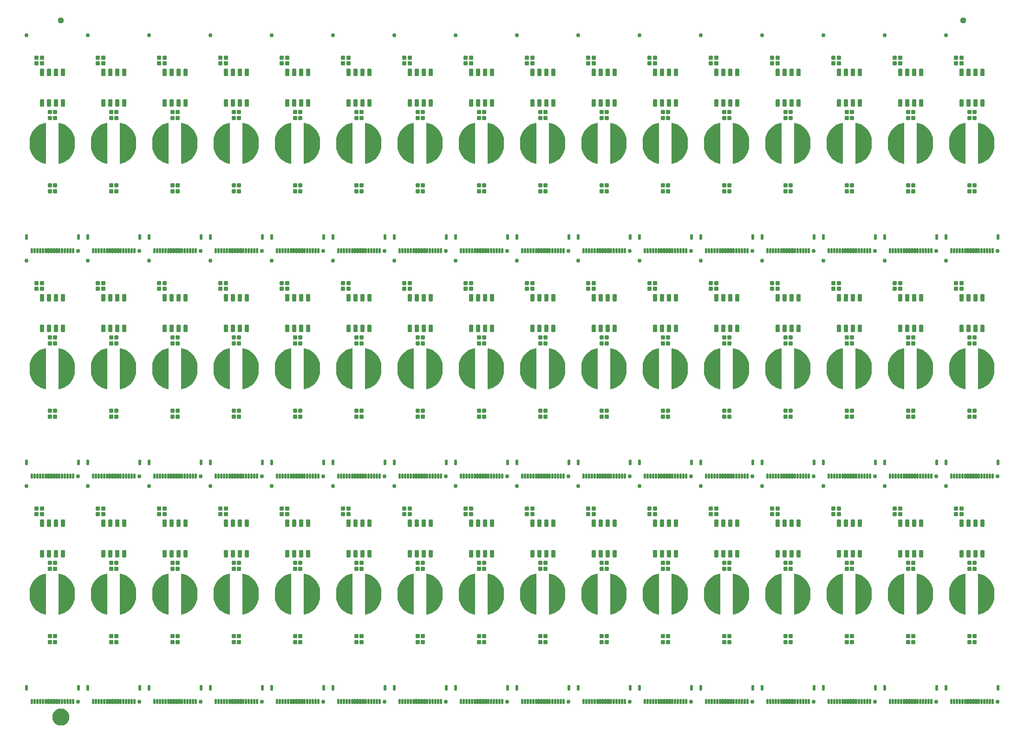
<source format=gts>
G04 EAGLE Gerber RS-274X export*
G75*
%MOMM*%
%FSLAX34Y34*%
%LPD*%
%INSoldermask Top*%
%IPPOS*%
%AMOC8*
5,1,8,0,0,1.08239X$1,22.5*%
G01*
%ADD10C,0.762000*%
%ADD11C,0.230578*%
%ADD12C,0.226609*%
%ADD13C,0.225369*%
%ADD14C,1.127000*%
%ADD15C,1.270000*%
%ADD16C,1.627000*%

G36*
X1071201Y988902D02*
X1071201Y988902D01*
X1071219Y988900D01*
X1071252Y988907D01*
X1071336Y988915D01*
X1075848Y989863D01*
X1075878Y989874D01*
X1075950Y989892D01*
X1080286Y991458D01*
X1080314Y991474D01*
X1080383Y991501D01*
X1084459Y993655D01*
X1084484Y993675D01*
X1084549Y993711D01*
X1088285Y996412D01*
X1088308Y996435D01*
X1088366Y996480D01*
X1091690Y999675D01*
X1091710Y999701D01*
X1091761Y999753D01*
X1094608Y1003379D01*
X1094624Y1003408D01*
X1094668Y1003467D01*
X1096982Y1007454D01*
X1096994Y1007484D01*
X1097029Y1007549D01*
X1098766Y1011819D01*
X1098773Y1011851D01*
X1098799Y1011920D01*
X1099925Y1016391D01*
X1099928Y1016423D01*
X1099944Y1016495D01*
X1100437Y1021079D01*
X1100435Y1021107D01*
X1100441Y1021160D01*
X1100441Y1031160D01*
X1100437Y1031188D01*
X1100437Y1031241D01*
X1099944Y1035825D01*
X1099935Y1035856D01*
X1099925Y1035929D01*
X1098799Y1040400D01*
X1098786Y1040430D01*
X1098766Y1040501D01*
X1097029Y1044771D01*
X1097012Y1044799D01*
X1096982Y1044866D01*
X1094668Y1048853D01*
X1094647Y1048878D01*
X1094608Y1048941D01*
X1091761Y1052567D01*
X1091757Y1052571D01*
X1091755Y1052573D01*
X1091737Y1052589D01*
X1091690Y1052645D01*
X1088366Y1055840D01*
X1088339Y1055858D01*
X1088285Y1055908D01*
X1084549Y1058609D01*
X1084520Y1058623D01*
X1084459Y1058665D01*
X1080383Y1060819D01*
X1080352Y1060829D01*
X1080286Y1060862D01*
X1075950Y1062428D01*
X1075918Y1062434D01*
X1075848Y1062457D01*
X1071336Y1063405D01*
X1071238Y1063409D01*
X1071141Y1063420D01*
X1071116Y1063415D01*
X1071091Y1063416D01*
X1070996Y1063389D01*
X1070900Y1063368D01*
X1070879Y1063355D01*
X1070854Y1063348D01*
X1070773Y1063292D01*
X1070689Y1063242D01*
X1070673Y1063223D01*
X1070652Y1063208D01*
X1070593Y1063129D01*
X1070529Y1063055D01*
X1070520Y1063032D01*
X1070505Y1063011D01*
X1070474Y1062918D01*
X1070437Y1062827D01*
X1070434Y1062795D01*
X1070428Y1062778D01*
X1070428Y1062745D01*
X1070419Y1062660D01*
X1070419Y989660D01*
X1070435Y989563D01*
X1070444Y989465D01*
X1070454Y989442D01*
X1070459Y989417D01*
X1070504Y989330D01*
X1070545Y989241D01*
X1070562Y989222D01*
X1070574Y989200D01*
X1070645Y989132D01*
X1070712Y989060D01*
X1070734Y989048D01*
X1070752Y989031D01*
X1070841Y988989D01*
X1070927Y988942D01*
X1070952Y988938D01*
X1070975Y988927D01*
X1071073Y988916D01*
X1071170Y988899D01*
X1071201Y988902D01*
G37*
G36*
X847681Y165942D02*
X847681Y165942D01*
X847699Y165940D01*
X847732Y165947D01*
X847816Y165955D01*
X852328Y166903D01*
X852358Y166914D01*
X852430Y166932D01*
X856766Y168498D01*
X856794Y168514D01*
X856863Y168541D01*
X860939Y170695D01*
X860964Y170715D01*
X861029Y170751D01*
X864765Y173452D01*
X864788Y173475D01*
X864846Y173520D01*
X868170Y176715D01*
X868190Y176741D01*
X868241Y176793D01*
X871088Y180419D01*
X871104Y180448D01*
X871148Y180507D01*
X873462Y184494D01*
X873474Y184524D01*
X873509Y184589D01*
X875246Y188859D01*
X875253Y188891D01*
X875279Y188960D01*
X876405Y193431D01*
X876408Y193463D01*
X876424Y193535D01*
X876917Y198119D01*
X876915Y198147D01*
X876921Y198200D01*
X876921Y208200D01*
X876917Y208228D01*
X876917Y208281D01*
X876424Y212865D01*
X876415Y212896D01*
X876405Y212969D01*
X875279Y217440D01*
X875266Y217470D01*
X875246Y217541D01*
X873509Y221811D01*
X873492Y221839D01*
X873462Y221906D01*
X871148Y225893D01*
X871127Y225918D01*
X871088Y225981D01*
X868241Y229607D01*
X868237Y229611D01*
X868235Y229613D01*
X868217Y229629D01*
X868170Y229685D01*
X864846Y232880D01*
X864819Y232898D01*
X864765Y232948D01*
X861029Y235649D01*
X861000Y235663D01*
X860939Y235705D01*
X856863Y237859D01*
X856832Y237869D01*
X856766Y237902D01*
X852430Y239468D01*
X852398Y239474D01*
X852328Y239497D01*
X847816Y240445D01*
X847718Y240449D01*
X847621Y240460D01*
X847596Y240455D01*
X847571Y240456D01*
X847476Y240429D01*
X847380Y240408D01*
X847359Y240395D01*
X847334Y240388D01*
X847253Y240332D01*
X847169Y240282D01*
X847153Y240263D01*
X847132Y240248D01*
X847073Y240169D01*
X847009Y240095D01*
X847000Y240072D01*
X846985Y240051D01*
X846954Y239958D01*
X846917Y239867D01*
X846914Y239835D01*
X846908Y239818D01*
X846908Y239785D01*
X846899Y239700D01*
X846899Y166700D01*
X846915Y166603D01*
X846924Y166505D01*
X846934Y166482D01*
X846939Y166457D01*
X846984Y166370D01*
X847025Y166281D01*
X847042Y166262D01*
X847054Y166240D01*
X847125Y166172D01*
X847192Y166100D01*
X847214Y166088D01*
X847232Y166071D01*
X847321Y166029D01*
X847407Y165982D01*
X847432Y165978D01*
X847455Y165967D01*
X847553Y165956D01*
X847650Y165939D01*
X847681Y165942D01*
G37*
G36*
X847681Y577422D02*
X847681Y577422D01*
X847699Y577420D01*
X847732Y577427D01*
X847816Y577435D01*
X852328Y578383D01*
X852358Y578394D01*
X852430Y578412D01*
X856766Y579978D01*
X856794Y579994D01*
X856863Y580021D01*
X860939Y582175D01*
X860964Y582195D01*
X861029Y582231D01*
X864765Y584932D01*
X864788Y584955D01*
X864846Y585000D01*
X868170Y588195D01*
X868190Y588221D01*
X868241Y588273D01*
X871088Y591899D01*
X871104Y591928D01*
X871148Y591987D01*
X873462Y595974D01*
X873474Y596004D01*
X873509Y596069D01*
X875246Y600339D01*
X875253Y600371D01*
X875279Y600440D01*
X876405Y604911D01*
X876408Y604943D01*
X876424Y605015D01*
X876917Y609599D01*
X876915Y609627D01*
X876921Y609680D01*
X876921Y619680D01*
X876917Y619708D01*
X876917Y619761D01*
X876424Y624345D01*
X876415Y624376D01*
X876405Y624449D01*
X875279Y628920D01*
X875266Y628950D01*
X875246Y629021D01*
X873509Y633291D01*
X873492Y633319D01*
X873462Y633386D01*
X871148Y637373D01*
X871127Y637398D01*
X871088Y637461D01*
X868241Y641087D01*
X868237Y641091D01*
X868235Y641093D01*
X868217Y641109D01*
X868170Y641165D01*
X864846Y644360D01*
X864819Y644378D01*
X864765Y644428D01*
X861029Y647129D01*
X861000Y647143D01*
X860939Y647185D01*
X856863Y649339D01*
X856832Y649349D01*
X856766Y649382D01*
X852430Y650948D01*
X852398Y650954D01*
X852328Y650977D01*
X847816Y651925D01*
X847718Y651929D01*
X847621Y651940D01*
X847596Y651935D01*
X847571Y651936D01*
X847476Y651909D01*
X847380Y651888D01*
X847359Y651875D01*
X847334Y651868D01*
X847253Y651812D01*
X847169Y651762D01*
X847153Y651743D01*
X847132Y651728D01*
X847073Y651649D01*
X847009Y651575D01*
X847000Y651552D01*
X846985Y651531D01*
X846954Y651438D01*
X846917Y651347D01*
X846914Y651315D01*
X846908Y651298D01*
X846908Y651265D01*
X846899Y651180D01*
X846899Y578180D01*
X846915Y578083D01*
X846924Y577985D01*
X846934Y577962D01*
X846939Y577937D01*
X846984Y577850D01*
X847025Y577761D01*
X847042Y577742D01*
X847054Y577720D01*
X847125Y577652D01*
X847192Y577580D01*
X847214Y577568D01*
X847232Y577551D01*
X847321Y577509D01*
X847407Y577462D01*
X847432Y577458D01*
X847455Y577447D01*
X847553Y577436D01*
X847650Y577419D01*
X847681Y577422D01*
G37*
G36*
X65361Y577422D02*
X65361Y577422D01*
X65379Y577420D01*
X65412Y577427D01*
X65496Y577435D01*
X70008Y578383D01*
X70038Y578394D01*
X70110Y578412D01*
X74446Y579978D01*
X74474Y579994D01*
X74543Y580021D01*
X78619Y582175D01*
X78644Y582195D01*
X78709Y582231D01*
X82445Y584932D01*
X82468Y584955D01*
X82526Y585000D01*
X85850Y588195D01*
X85870Y588221D01*
X85921Y588273D01*
X88768Y591899D01*
X88784Y591928D01*
X88828Y591987D01*
X91142Y595974D01*
X91154Y596004D01*
X91189Y596069D01*
X92926Y600339D01*
X92933Y600371D01*
X92959Y600440D01*
X94085Y604911D01*
X94088Y604943D01*
X94104Y605015D01*
X94597Y609599D01*
X94595Y609627D01*
X94601Y609680D01*
X94601Y619680D01*
X94597Y619708D01*
X94597Y619761D01*
X94104Y624345D01*
X94095Y624376D01*
X94085Y624449D01*
X92959Y628920D01*
X92946Y628950D01*
X92926Y629021D01*
X91189Y633291D01*
X91172Y633319D01*
X91142Y633386D01*
X88828Y637373D01*
X88807Y637398D01*
X88768Y637461D01*
X85921Y641087D01*
X85917Y641091D01*
X85915Y641093D01*
X85897Y641109D01*
X85850Y641165D01*
X82526Y644360D01*
X82499Y644378D01*
X82445Y644428D01*
X78709Y647129D01*
X78680Y647143D01*
X78619Y647185D01*
X74543Y649339D01*
X74512Y649349D01*
X74446Y649382D01*
X70110Y650948D01*
X70078Y650954D01*
X70008Y650977D01*
X65496Y651925D01*
X65398Y651929D01*
X65301Y651940D01*
X65276Y651935D01*
X65251Y651936D01*
X65156Y651909D01*
X65060Y651888D01*
X65039Y651875D01*
X65014Y651868D01*
X64933Y651812D01*
X64849Y651762D01*
X64833Y651743D01*
X64812Y651728D01*
X64753Y651649D01*
X64689Y651575D01*
X64680Y651552D01*
X64665Y651531D01*
X64634Y651438D01*
X64597Y651347D01*
X64594Y651315D01*
X64588Y651298D01*
X64588Y651265D01*
X64579Y651180D01*
X64579Y578180D01*
X64595Y578083D01*
X64604Y577985D01*
X64614Y577962D01*
X64619Y577937D01*
X64664Y577850D01*
X64705Y577761D01*
X64722Y577742D01*
X64734Y577720D01*
X64805Y577652D01*
X64872Y577580D01*
X64894Y577568D01*
X64912Y577551D01*
X65001Y577509D01*
X65087Y577462D01*
X65112Y577458D01*
X65135Y577447D01*
X65233Y577436D01*
X65330Y577419D01*
X65361Y577422D01*
G37*
G36*
X177121Y577422D02*
X177121Y577422D01*
X177139Y577420D01*
X177172Y577427D01*
X177256Y577435D01*
X181768Y578383D01*
X181798Y578394D01*
X181870Y578412D01*
X186206Y579978D01*
X186234Y579994D01*
X186303Y580021D01*
X190379Y582175D01*
X190404Y582195D01*
X190469Y582231D01*
X194205Y584932D01*
X194228Y584955D01*
X194286Y585000D01*
X197610Y588195D01*
X197630Y588221D01*
X197681Y588273D01*
X200528Y591899D01*
X200544Y591928D01*
X200588Y591987D01*
X202902Y595974D01*
X202914Y596004D01*
X202949Y596069D01*
X204686Y600339D01*
X204693Y600371D01*
X204719Y600440D01*
X205845Y604911D01*
X205848Y604943D01*
X205864Y605015D01*
X206357Y609599D01*
X206355Y609627D01*
X206361Y609680D01*
X206361Y619680D01*
X206357Y619708D01*
X206357Y619761D01*
X205864Y624345D01*
X205855Y624376D01*
X205845Y624449D01*
X204719Y628920D01*
X204706Y628950D01*
X204686Y629021D01*
X202949Y633291D01*
X202932Y633319D01*
X202902Y633386D01*
X200588Y637373D01*
X200567Y637398D01*
X200528Y637461D01*
X197681Y641087D01*
X197677Y641091D01*
X197675Y641093D01*
X197657Y641109D01*
X197610Y641165D01*
X194286Y644360D01*
X194259Y644378D01*
X194205Y644428D01*
X190469Y647129D01*
X190440Y647143D01*
X190379Y647185D01*
X186303Y649339D01*
X186272Y649349D01*
X186206Y649382D01*
X181870Y650948D01*
X181838Y650954D01*
X181768Y650977D01*
X177256Y651925D01*
X177158Y651929D01*
X177061Y651940D01*
X177036Y651935D01*
X177011Y651936D01*
X176916Y651909D01*
X176820Y651888D01*
X176799Y651875D01*
X176774Y651868D01*
X176693Y651812D01*
X176609Y651762D01*
X176593Y651743D01*
X176572Y651728D01*
X176513Y651649D01*
X176449Y651575D01*
X176440Y651552D01*
X176425Y651531D01*
X176394Y651438D01*
X176357Y651347D01*
X176354Y651315D01*
X176348Y651298D01*
X176348Y651265D01*
X176339Y651180D01*
X176339Y578180D01*
X176355Y578083D01*
X176364Y577985D01*
X176374Y577962D01*
X176379Y577937D01*
X176424Y577850D01*
X176465Y577761D01*
X176482Y577742D01*
X176494Y577720D01*
X176565Y577652D01*
X176632Y577580D01*
X176654Y577568D01*
X176672Y577551D01*
X176761Y577509D01*
X176847Y577462D01*
X176872Y577458D01*
X176895Y577447D01*
X176993Y577436D01*
X177090Y577419D01*
X177121Y577422D01*
G37*
G36*
X1741761Y577422D02*
X1741761Y577422D01*
X1741779Y577420D01*
X1741812Y577427D01*
X1741896Y577435D01*
X1746408Y578383D01*
X1746438Y578394D01*
X1746510Y578412D01*
X1750846Y579978D01*
X1750874Y579994D01*
X1750943Y580021D01*
X1755019Y582175D01*
X1755044Y582195D01*
X1755109Y582231D01*
X1758845Y584932D01*
X1758868Y584955D01*
X1758926Y585000D01*
X1762250Y588195D01*
X1762270Y588221D01*
X1762321Y588273D01*
X1765168Y591899D01*
X1765184Y591928D01*
X1765228Y591987D01*
X1767542Y595974D01*
X1767554Y596004D01*
X1767589Y596069D01*
X1769326Y600339D01*
X1769333Y600371D01*
X1769359Y600440D01*
X1770485Y604911D01*
X1770488Y604943D01*
X1770504Y605015D01*
X1770997Y609599D01*
X1770995Y609627D01*
X1771001Y609680D01*
X1771001Y619680D01*
X1770997Y619708D01*
X1770997Y619761D01*
X1770504Y624345D01*
X1770495Y624376D01*
X1770485Y624449D01*
X1769359Y628920D01*
X1769346Y628950D01*
X1769326Y629021D01*
X1767589Y633291D01*
X1767572Y633319D01*
X1767542Y633386D01*
X1765228Y637373D01*
X1765207Y637398D01*
X1765168Y637461D01*
X1762321Y641087D01*
X1762317Y641091D01*
X1762315Y641093D01*
X1762297Y641109D01*
X1762250Y641165D01*
X1758926Y644360D01*
X1758899Y644378D01*
X1758845Y644428D01*
X1755109Y647129D01*
X1755080Y647143D01*
X1755019Y647185D01*
X1750943Y649339D01*
X1750912Y649349D01*
X1750846Y649382D01*
X1746510Y650948D01*
X1746478Y650954D01*
X1746408Y650977D01*
X1741896Y651925D01*
X1741798Y651929D01*
X1741701Y651940D01*
X1741676Y651935D01*
X1741651Y651936D01*
X1741556Y651909D01*
X1741460Y651888D01*
X1741439Y651875D01*
X1741414Y651868D01*
X1741333Y651812D01*
X1741249Y651762D01*
X1741233Y651743D01*
X1741212Y651728D01*
X1741153Y651649D01*
X1741089Y651575D01*
X1741080Y651552D01*
X1741065Y651531D01*
X1741034Y651438D01*
X1740997Y651347D01*
X1740994Y651315D01*
X1740988Y651298D01*
X1740988Y651265D01*
X1740979Y651180D01*
X1740979Y578180D01*
X1740995Y578083D01*
X1741004Y577985D01*
X1741014Y577962D01*
X1741019Y577937D01*
X1741064Y577850D01*
X1741105Y577761D01*
X1741122Y577742D01*
X1741134Y577720D01*
X1741205Y577652D01*
X1741272Y577580D01*
X1741294Y577568D01*
X1741312Y577551D01*
X1741401Y577509D01*
X1741487Y577462D01*
X1741512Y577458D01*
X1741535Y577447D01*
X1741633Y577436D01*
X1741730Y577419D01*
X1741761Y577422D01*
G37*
G36*
X735921Y577422D02*
X735921Y577422D01*
X735939Y577420D01*
X735972Y577427D01*
X736056Y577435D01*
X740568Y578383D01*
X740598Y578394D01*
X740670Y578412D01*
X745006Y579978D01*
X745034Y579994D01*
X745103Y580021D01*
X749179Y582175D01*
X749204Y582195D01*
X749269Y582231D01*
X753005Y584932D01*
X753028Y584955D01*
X753086Y585000D01*
X756410Y588195D01*
X756430Y588221D01*
X756481Y588273D01*
X759328Y591899D01*
X759344Y591928D01*
X759388Y591987D01*
X761702Y595974D01*
X761714Y596004D01*
X761749Y596069D01*
X763486Y600339D01*
X763493Y600371D01*
X763519Y600440D01*
X764645Y604911D01*
X764648Y604943D01*
X764664Y605015D01*
X765157Y609599D01*
X765155Y609627D01*
X765161Y609680D01*
X765161Y619680D01*
X765157Y619708D01*
X765157Y619761D01*
X764664Y624345D01*
X764655Y624376D01*
X764645Y624449D01*
X763519Y628920D01*
X763506Y628950D01*
X763486Y629021D01*
X761749Y633291D01*
X761732Y633319D01*
X761702Y633386D01*
X759388Y637373D01*
X759367Y637398D01*
X759328Y637461D01*
X756481Y641087D01*
X756477Y641091D01*
X756475Y641093D01*
X756457Y641109D01*
X756410Y641165D01*
X753086Y644360D01*
X753059Y644378D01*
X753005Y644428D01*
X749269Y647129D01*
X749240Y647143D01*
X749179Y647185D01*
X745103Y649339D01*
X745072Y649349D01*
X745006Y649382D01*
X740670Y650948D01*
X740638Y650954D01*
X740568Y650977D01*
X736056Y651925D01*
X735958Y651929D01*
X735861Y651940D01*
X735836Y651935D01*
X735811Y651936D01*
X735716Y651909D01*
X735620Y651888D01*
X735599Y651875D01*
X735574Y651868D01*
X735493Y651812D01*
X735409Y651762D01*
X735393Y651743D01*
X735372Y651728D01*
X735313Y651649D01*
X735249Y651575D01*
X735240Y651552D01*
X735225Y651531D01*
X735194Y651438D01*
X735157Y651347D01*
X735154Y651315D01*
X735148Y651298D01*
X735148Y651265D01*
X735139Y651180D01*
X735139Y578180D01*
X735155Y578083D01*
X735164Y577985D01*
X735174Y577962D01*
X735179Y577937D01*
X735224Y577850D01*
X735265Y577761D01*
X735282Y577742D01*
X735294Y577720D01*
X735365Y577652D01*
X735432Y577580D01*
X735454Y577568D01*
X735472Y577551D01*
X735561Y577509D01*
X735647Y577462D01*
X735672Y577458D01*
X735695Y577447D01*
X735793Y577436D01*
X735890Y577419D01*
X735921Y577422D01*
G37*
G36*
X288881Y577422D02*
X288881Y577422D01*
X288899Y577420D01*
X288932Y577427D01*
X289016Y577435D01*
X293528Y578383D01*
X293558Y578394D01*
X293630Y578412D01*
X297966Y579978D01*
X297994Y579994D01*
X298063Y580021D01*
X302139Y582175D01*
X302164Y582195D01*
X302229Y582231D01*
X305965Y584932D01*
X305988Y584955D01*
X306046Y585000D01*
X309370Y588195D01*
X309390Y588221D01*
X309441Y588273D01*
X312288Y591899D01*
X312304Y591928D01*
X312348Y591987D01*
X314662Y595974D01*
X314674Y596004D01*
X314709Y596069D01*
X316446Y600339D01*
X316453Y600371D01*
X316479Y600440D01*
X317605Y604911D01*
X317608Y604943D01*
X317624Y605015D01*
X318117Y609599D01*
X318115Y609627D01*
X318121Y609680D01*
X318121Y619680D01*
X318117Y619708D01*
X318117Y619761D01*
X317624Y624345D01*
X317615Y624376D01*
X317605Y624449D01*
X316479Y628920D01*
X316466Y628950D01*
X316446Y629021D01*
X314709Y633291D01*
X314692Y633319D01*
X314662Y633386D01*
X312348Y637373D01*
X312327Y637398D01*
X312288Y637461D01*
X309441Y641087D01*
X309437Y641091D01*
X309435Y641093D01*
X309417Y641109D01*
X309370Y641165D01*
X306046Y644360D01*
X306019Y644378D01*
X305965Y644428D01*
X302229Y647129D01*
X302200Y647143D01*
X302139Y647185D01*
X298063Y649339D01*
X298032Y649349D01*
X297966Y649382D01*
X293630Y650948D01*
X293598Y650954D01*
X293528Y650977D01*
X289016Y651925D01*
X288918Y651929D01*
X288821Y651940D01*
X288796Y651935D01*
X288771Y651936D01*
X288676Y651909D01*
X288580Y651888D01*
X288559Y651875D01*
X288534Y651868D01*
X288453Y651812D01*
X288369Y651762D01*
X288353Y651743D01*
X288332Y651728D01*
X288273Y651649D01*
X288209Y651575D01*
X288200Y651552D01*
X288185Y651531D01*
X288154Y651438D01*
X288117Y651347D01*
X288114Y651315D01*
X288108Y651298D01*
X288108Y651265D01*
X288099Y651180D01*
X288099Y578180D01*
X288115Y578083D01*
X288124Y577985D01*
X288134Y577962D01*
X288139Y577937D01*
X288184Y577850D01*
X288225Y577761D01*
X288242Y577742D01*
X288254Y577720D01*
X288325Y577652D01*
X288392Y577580D01*
X288414Y577568D01*
X288432Y577551D01*
X288521Y577509D01*
X288607Y577462D01*
X288632Y577458D01*
X288655Y577447D01*
X288753Y577436D01*
X288850Y577419D01*
X288881Y577422D01*
G37*
G36*
X624161Y577422D02*
X624161Y577422D01*
X624179Y577420D01*
X624212Y577427D01*
X624296Y577435D01*
X628808Y578383D01*
X628838Y578394D01*
X628910Y578412D01*
X633246Y579978D01*
X633274Y579994D01*
X633343Y580021D01*
X637419Y582175D01*
X637444Y582195D01*
X637509Y582231D01*
X641245Y584932D01*
X641268Y584955D01*
X641326Y585000D01*
X644650Y588195D01*
X644670Y588221D01*
X644721Y588273D01*
X647568Y591899D01*
X647584Y591928D01*
X647628Y591987D01*
X649942Y595974D01*
X649954Y596004D01*
X649989Y596069D01*
X651726Y600339D01*
X651733Y600371D01*
X651759Y600440D01*
X652885Y604911D01*
X652888Y604943D01*
X652904Y605015D01*
X653397Y609599D01*
X653395Y609627D01*
X653401Y609680D01*
X653401Y619680D01*
X653397Y619708D01*
X653397Y619761D01*
X652904Y624345D01*
X652895Y624376D01*
X652885Y624449D01*
X651759Y628920D01*
X651746Y628950D01*
X651726Y629021D01*
X649989Y633291D01*
X649972Y633319D01*
X649942Y633386D01*
X647628Y637373D01*
X647607Y637398D01*
X647568Y637461D01*
X644721Y641087D01*
X644717Y641091D01*
X644715Y641093D01*
X644697Y641109D01*
X644650Y641165D01*
X641326Y644360D01*
X641299Y644378D01*
X641245Y644428D01*
X637509Y647129D01*
X637480Y647143D01*
X637419Y647185D01*
X633343Y649339D01*
X633312Y649349D01*
X633246Y649382D01*
X628910Y650948D01*
X628878Y650954D01*
X628808Y650977D01*
X624296Y651925D01*
X624198Y651929D01*
X624101Y651940D01*
X624076Y651935D01*
X624051Y651936D01*
X623956Y651909D01*
X623860Y651888D01*
X623839Y651875D01*
X623814Y651868D01*
X623733Y651812D01*
X623649Y651762D01*
X623633Y651743D01*
X623612Y651728D01*
X623553Y651649D01*
X623489Y651575D01*
X623480Y651552D01*
X623465Y651531D01*
X623434Y651438D01*
X623397Y651347D01*
X623394Y651315D01*
X623388Y651298D01*
X623388Y651265D01*
X623379Y651180D01*
X623379Y578180D01*
X623395Y578083D01*
X623404Y577985D01*
X623414Y577962D01*
X623419Y577937D01*
X623464Y577850D01*
X623505Y577761D01*
X623522Y577742D01*
X623534Y577720D01*
X623605Y577652D01*
X623672Y577580D01*
X623694Y577568D01*
X623712Y577551D01*
X623801Y577509D01*
X623887Y577462D01*
X623912Y577458D01*
X623935Y577447D01*
X624033Y577436D01*
X624130Y577419D01*
X624161Y577422D01*
G37*
G36*
X1182961Y577422D02*
X1182961Y577422D01*
X1182979Y577420D01*
X1183012Y577427D01*
X1183096Y577435D01*
X1187608Y578383D01*
X1187638Y578394D01*
X1187710Y578412D01*
X1192046Y579978D01*
X1192074Y579994D01*
X1192143Y580021D01*
X1196219Y582175D01*
X1196244Y582195D01*
X1196309Y582231D01*
X1200045Y584932D01*
X1200068Y584955D01*
X1200126Y585000D01*
X1203450Y588195D01*
X1203470Y588221D01*
X1203521Y588273D01*
X1206368Y591899D01*
X1206384Y591928D01*
X1206428Y591987D01*
X1208742Y595974D01*
X1208754Y596004D01*
X1208789Y596069D01*
X1210526Y600339D01*
X1210533Y600371D01*
X1210559Y600440D01*
X1211685Y604911D01*
X1211688Y604943D01*
X1211704Y605015D01*
X1212197Y609599D01*
X1212195Y609627D01*
X1212201Y609680D01*
X1212201Y619680D01*
X1212197Y619708D01*
X1212197Y619761D01*
X1211704Y624345D01*
X1211695Y624376D01*
X1211685Y624449D01*
X1210559Y628920D01*
X1210546Y628950D01*
X1210526Y629021D01*
X1208789Y633291D01*
X1208772Y633319D01*
X1208742Y633386D01*
X1206428Y637373D01*
X1206407Y637398D01*
X1206368Y637461D01*
X1203521Y641087D01*
X1203517Y641091D01*
X1203515Y641093D01*
X1203497Y641109D01*
X1203450Y641165D01*
X1200126Y644360D01*
X1200099Y644378D01*
X1200045Y644428D01*
X1196309Y647129D01*
X1196280Y647143D01*
X1196219Y647185D01*
X1192143Y649339D01*
X1192112Y649349D01*
X1192046Y649382D01*
X1187710Y650948D01*
X1187678Y650954D01*
X1187608Y650977D01*
X1183096Y651925D01*
X1182998Y651929D01*
X1182901Y651940D01*
X1182876Y651935D01*
X1182851Y651936D01*
X1182756Y651909D01*
X1182660Y651888D01*
X1182639Y651875D01*
X1182614Y651868D01*
X1182533Y651812D01*
X1182449Y651762D01*
X1182433Y651743D01*
X1182412Y651728D01*
X1182353Y651649D01*
X1182289Y651575D01*
X1182280Y651552D01*
X1182265Y651531D01*
X1182234Y651438D01*
X1182197Y651347D01*
X1182194Y651315D01*
X1182188Y651298D01*
X1182188Y651265D01*
X1182179Y651180D01*
X1182179Y578180D01*
X1182195Y578083D01*
X1182204Y577985D01*
X1182214Y577962D01*
X1182219Y577937D01*
X1182264Y577850D01*
X1182305Y577761D01*
X1182322Y577742D01*
X1182334Y577720D01*
X1182405Y577652D01*
X1182472Y577580D01*
X1182494Y577568D01*
X1182512Y577551D01*
X1182601Y577509D01*
X1182687Y577462D01*
X1182712Y577458D01*
X1182735Y577447D01*
X1182833Y577436D01*
X1182930Y577419D01*
X1182961Y577422D01*
G37*
G36*
X959441Y577422D02*
X959441Y577422D01*
X959459Y577420D01*
X959492Y577427D01*
X959576Y577435D01*
X964088Y578383D01*
X964118Y578394D01*
X964190Y578412D01*
X968526Y579978D01*
X968554Y579994D01*
X968623Y580021D01*
X972699Y582175D01*
X972724Y582195D01*
X972789Y582231D01*
X976525Y584932D01*
X976548Y584955D01*
X976606Y585000D01*
X979930Y588195D01*
X979950Y588221D01*
X980001Y588273D01*
X982848Y591899D01*
X982864Y591928D01*
X982908Y591987D01*
X985222Y595974D01*
X985234Y596004D01*
X985269Y596069D01*
X987006Y600339D01*
X987013Y600371D01*
X987039Y600440D01*
X988165Y604911D01*
X988168Y604943D01*
X988184Y605015D01*
X988677Y609599D01*
X988675Y609627D01*
X988681Y609680D01*
X988681Y619680D01*
X988677Y619708D01*
X988677Y619761D01*
X988184Y624345D01*
X988175Y624376D01*
X988165Y624449D01*
X987039Y628920D01*
X987026Y628950D01*
X987006Y629021D01*
X985269Y633291D01*
X985252Y633319D01*
X985222Y633386D01*
X982908Y637373D01*
X982887Y637398D01*
X982848Y637461D01*
X980001Y641087D01*
X979997Y641091D01*
X979995Y641093D01*
X979977Y641109D01*
X979930Y641165D01*
X976606Y644360D01*
X976579Y644378D01*
X976525Y644428D01*
X972789Y647129D01*
X972760Y647143D01*
X972699Y647185D01*
X968623Y649339D01*
X968592Y649349D01*
X968526Y649382D01*
X964190Y650948D01*
X964158Y650954D01*
X964088Y650977D01*
X959576Y651925D01*
X959478Y651929D01*
X959381Y651940D01*
X959356Y651935D01*
X959331Y651936D01*
X959236Y651909D01*
X959140Y651888D01*
X959119Y651875D01*
X959094Y651868D01*
X959013Y651812D01*
X958929Y651762D01*
X958913Y651743D01*
X958892Y651728D01*
X958833Y651649D01*
X958769Y651575D01*
X958760Y651552D01*
X958745Y651531D01*
X958714Y651438D01*
X958677Y651347D01*
X958674Y651315D01*
X958668Y651298D01*
X958668Y651265D01*
X958659Y651180D01*
X958659Y578180D01*
X958675Y578083D01*
X958684Y577985D01*
X958694Y577962D01*
X958699Y577937D01*
X958744Y577850D01*
X958785Y577761D01*
X958802Y577742D01*
X958814Y577720D01*
X958885Y577652D01*
X958952Y577580D01*
X958974Y577568D01*
X958992Y577551D01*
X959081Y577509D01*
X959167Y577462D01*
X959192Y577458D01*
X959215Y577447D01*
X959313Y577436D01*
X959410Y577419D01*
X959441Y577422D01*
G37*
G36*
X1630001Y577422D02*
X1630001Y577422D01*
X1630019Y577420D01*
X1630052Y577427D01*
X1630136Y577435D01*
X1634648Y578383D01*
X1634678Y578394D01*
X1634750Y578412D01*
X1639086Y579978D01*
X1639114Y579994D01*
X1639183Y580021D01*
X1643259Y582175D01*
X1643284Y582195D01*
X1643349Y582231D01*
X1647085Y584932D01*
X1647108Y584955D01*
X1647166Y585000D01*
X1650490Y588195D01*
X1650510Y588221D01*
X1650561Y588273D01*
X1653408Y591899D01*
X1653424Y591928D01*
X1653468Y591987D01*
X1655782Y595974D01*
X1655794Y596004D01*
X1655829Y596069D01*
X1657566Y600339D01*
X1657573Y600371D01*
X1657599Y600440D01*
X1658725Y604911D01*
X1658728Y604943D01*
X1658744Y605015D01*
X1659237Y609599D01*
X1659235Y609627D01*
X1659241Y609680D01*
X1659241Y619680D01*
X1659237Y619708D01*
X1659237Y619761D01*
X1658744Y624345D01*
X1658735Y624376D01*
X1658725Y624449D01*
X1657599Y628920D01*
X1657586Y628950D01*
X1657566Y629021D01*
X1655829Y633291D01*
X1655812Y633319D01*
X1655782Y633386D01*
X1653468Y637373D01*
X1653447Y637398D01*
X1653408Y637461D01*
X1650561Y641087D01*
X1650557Y641091D01*
X1650555Y641093D01*
X1650537Y641109D01*
X1650490Y641165D01*
X1647166Y644360D01*
X1647139Y644378D01*
X1647085Y644428D01*
X1643349Y647129D01*
X1643320Y647143D01*
X1643259Y647185D01*
X1639183Y649339D01*
X1639152Y649349D01*
X1639086Y649382D01*
X1634750Y650948D01*
X1634718Y650954D01*
X1634648Y650977D01*
X1630136Y651925D01*
X1630038Y651929D01*
X1629941Y651940D01*
X1629916Y651935D01*
X1629891Y651936D01*
X1629796Y651909D01*
X1629700Y651888D01*
X1629679Y651875D01*
X1629654Y651868D01*
X1629573Y651812D01*
X1629489Y651762D01*
X1629473Y651743D01*
X1629452Y651728D01*
X1629393Y651649D01*
X1629329Y651575D01*
X1629320Y651552D01*
X1629305Y651531D01*
X1629274Y651438D01*
X1629237Y651347D01*
X1629234Y651315D01*
X1629228Y651298D01*
X1629228Y651265D01*
X1629219Y651180D01*
X1629219Y578180D01*
X1629235Y578083D01*
X1629244Y577985D01*
X1629254Y577962D01*
X1629259Y577937D01*
X1629304Y577850D01*
X1629345Y577761D01*
X1629362Y577742D01*
X1629374Y577720D01*
X1629445Y577652D01*
X1629512Y577580D01*
X1629534Y577568D01*
X1629552Y577551D01*
X1629641Y577509D01*
X1629727Y577462D01*
X1629752Y577458D01*
X1629775Y577447D01*
X1629873Y577436D01*
X1629970Y577419D01*
X1630001Y577422D01*
G37*
G36*
X1294721Y577422D02*
X1294721Y577422D01*
X1294739Y577420D01*
X1294772Y577427D01*
X1294856Y577435D01*
X1299368Y578383D01*
X1299398Y578394D01*
X1299470Y578412D01*
X1303806Y579978D01*
X1303834Y579994D01*
X1303903Y580021D01*
X1307979Y582175D01*
X1308004Y582195D01*
X1308069Y582231D01*
X1311805Y584932D01*
X1311828Y584955D01*
X1311886Y585000D01*
X1315210Y588195D01*
X1315230Y588221D01*
X1315281Y588273D01*
X1318128Y591899D01*
X1318144Y591928D01*
X1318188Y591987D01*
X1320502Y595974D01*
X1320514Y596004D01*
X1320549Y596069D01*
X1322286Y600339D01*
X1322293Y600371D01*
X1322319Y600440D01*
X1323445Y604911D01*
X1323448Y604943D01*
X1323464Y605015D01*
X1323957Y609599D01*
X1323955Y609627D01*
X1323961Y609680D01*
X1323961Y619680D01*
X1323957Y619708D01*
X1323957Y619761D01*
X1323464Y624345D01*
X1323455Y624376D01*
X1323445Y624449D01*
X1322319Y628920D01*
X1322306Y628950D01*
X1322286Y629021D01*
X1320549Y633291D01*
X1320532Y633319D01*
X1320502Y633386D01*
X1318188Y637373D01*
X1318167Y637398D01*
X1318128Y637461D01*
X1315281Y641087D01*
X1315277Y641091D01*
X1315275Y641093D01*
X1315257Y641109D01*
X1315210Y641165D01*
X1311886Y644360D01*
X1311859Y644378D01*
X1311805Y644428D01*
X1308069Y647129D01*
X1308040Y647143D01*
X1307979Y647185D01*
X1303903Y649339D01*
X1303872Y649349D01*
X1303806Y649382D01*
X1299470Y650948D01*
X1299438Y650954D01*
X1299368Y650977D01*
X1294856Y651925D01*
X1294758Y651929D01*
X1294661Y651940D01*
X1294636Y651935D01*
X1294611Y651936D01*
X1294516Y651909D01*
X1294420Y651888D01*
X1294399Y651875D01*
X1294374Y651868D01*
X1294293Y651812D01*
X1294209Y651762D01*
X1294193Y651743D01*
X1294172Y651728D01*
X1294113Y651649D01*
X1294049Y651575D01*
X1294040Y651552D01*
X1294025Y651531D01*
X1293994Y651438D01*
X1293957Y651347D01*
X1293954Y651315D01*
X1293948Y651298D01*
X1293948Y651265D01*
X1293939Y651180D01*
X1293939Y578180D01*
X1293955Y578083D01*
X1293964Y577985D01*
X1293974Y577962D01*
X1293979Y577937D01*
X1294024Y577850D01*
X1294065Y577761D01*
X1294082Y577742D01*
X1294094Y577720D01*
X1294165Y577652D01*
X1294232Y577580D01*
X1294254Y577568D01*
X1294272Y577551D01*
X1294361Y577509D01*
X1294447Y577462D01*
X1294472Y577458D01*
X1294495Y577447D01*
X1294593Y577436D01*
X1294690Y577419D01*
X1294721Y577422D01*
G37*
G36*
X1406481Y577422D02*
X1406481Y577422D01*
X1406499Y577420D01*
X1406532Y577427D01*
X1406616Y577435D01*
X1411128Y578383D01*
X1411158Y578394D01*
X1411230Y578412D01*
X1415566Y579978D01*
X1415594Y579994D01*
X1415663Y580021D01*
X1419739Y582175D01*
X1419764Y582195D01*
X1419829Y582231D01*
X1423565Y584932D01*
X1423588Y584955D01*
X1423646Y585000D01*
X1426970Y588195D01*
X1426990Y588221D01*
X1427041Y588273D01*
X1429888Y591899D01*
X1429904Y591928D01*
X1429948Y591987D01*
X1432262Y595974D01*
X1432274Y596004D01*
X1432309Y596069D01*
X1434046Y600339D01*
X1434053Y600371D01*
X1434079Y600440D01*
X1435205Y604911D01*
X1435208Y604943D01*
X1435224Y605015D01*
X1435717Y609599D01*
X1435715Y609627D01*
X1435721Y609680D01*
X1435721Y619680D01*
X1435717Y619708D01*
X1435717Y619761D01*
X1435224Y624345D01*
X1435215Y624376D01*
X1435205Y624449D01*
X1434079Y628920D01*
X1434066Y628950D01*
X1434046Y629021D01*
X1432309Y633291D01*
X1432292Y633319D01*
X1432262Y633386D01*
X1429948Y637373D01*
X1429927Y637398D01*
X1429888Y637461D01*
X1427041Y641087D01*
X1427037Y641091D01*
X1427035Y641093D01*
X1427017Y641109D01*
X1426970Y641165D01*
X1423646Y644360D01*
X1423619Y644378D01*
X1423565Y644428D01*
X1419829Y647129D01*
X1419800Y647143D01*
X1419739Y647185D01*
X1415663Y649339D01*
X1415632Y649349D01*
X1415566Y649382D01*
X1411230Y650948D01*
X1411198Y650954D01*
X1411128Y650977D01*
X1406616Y651925D01*
X1406518Y651929D01*
X1406421Y651940D01*
X1406396Y651935D01*
X1406371Y651936D01*
X1406276Y651909D01*
X1406180Y651888D01*
X1406159Y651875D01*
X1406134Y651868D01*
X1406053Y651812D01*
X1405969Y651762D01*
X1405953Y651743D01*
X1405932Y651728D01*
X1405873Y651649D01*
X1405809Y651575D01*
X1405800Y651552D01*
X1405785Y651531D01*
X1405754Y651438D01*
X1405717Y651347D01*
X1405714Y651315D01*
X1405708Y651298D01*
X1405708Y651265D01*
X1405699Y651180D01*
X1405699Y578180D01*
X1405715Y578083D01*
X1405724Y577985D01*
X1405734Y577962D01*
X1405739Y577937D01*
X1405784Y577850D01*
X1405825Y577761D01*
X1405842Y577742D01*
X1405854Y577720D01*
X1405925Y577652D01*
X1405992Y577580D01*
X1406014Y577568D01*
X1406032Y577551D01*
X1406121Y577509D01*
X1406207Y577462D01*
X1406232Y577458D01*
X1406255Y577447D01*
X1406353Y577436D01*
X1406450Y577419D01*
X1406481Y577422D01*
G37*
G36*
X512401Y577422D02*
X512401Y577422D01*
X512419Y577420D01*
X512452Y577427D01*
X512536Y577435D01*
X517048Y578383D01*
X517078Y578394D01*
X517150Y578412D01*
X521486Y579978D01*
X521514Y579994D01*
X521583Y580021D01*
X525659Y582175D01*
X525684Y582195D01*
X525749Y582231D01*
X529485Y584932D01*
X529508Y584955D01*
X529566Y585000D01*
X532890Y588195D01*
X532910Y588221D01*
X532961Y588273D01*
X535808Y591899D01*
X535824Y591928D01*
X535868Y591987D01*
X538182Y595974D01*
X538194Y596004D01*
X538229Y596069D01*
X539966Y600339D01*
X539973Y600371D01*
X539999Y600440D01*
X541125Y604911D01*
X541128Y604943D01*
X541144Y605015D01*
X541637Y609599D01*
X541635Y609627D01*
X541641Y609680D01*
X541641Y619680D01*
X541637Y619708D01*
X541637Y619761D01*
X541144Y624345D01*
X541135Y624376D01*
X541125Y624449D01*
X539999Y628920D01*
X539986Y628950D01*
X539966Y629021D01*
X538229Y633291D01*
X538212Y633319D01*
X538182Y633386D01*
X535868Y637373D01*
X535847Y637398D01*
X535808Y637461D01*
X532961Y641087D01*
X532957Y641091D01*
X532955Y641093D01*
X532937Y641109D01*
X532890Y641165D01*
X529566Y644360D01*
X529539Y644378D01*
X529485Y644428D01*
X525749Y647129D01*
X525720Y647143D01*
X525659Y647185D01*
X521583Y649339D01*
X521552Y649349D01*
X521486Y649382D01*
X517150Y650948D01*
X517118Y650954D01*
X517048Y650977D01*
X512536Y651925D01*
X512438Y651929D01*
X512341Y651940D01*
X512316Y651935D01*
X512291Y651936D01*
X512196Y651909D01*
X512100Y651888D01*
X512079Y651875D01*
X512054Y651868D01*
X511973Y651812D01*
X511889Y651762D01*
X511873Y651743D01*
X511852Y651728D01*
X511793Y651649D01*
X511729Y651575D01*
X511720Y651552D01*
X511705Y651531D01*
X511674Y651438D01*
X511637Y651347D01*
X511634Y651315D01*
X511628Y651298D01*
X511628Y651265D01*
X511619Y651180D01*
X511619Y578180D01*
X511635Y578083D01*
X511644Y577985D01*
X511654Y577962D01*
X511659Y577937D01*
X511704Y577850D01*
X511745Y577761D01*
X511762Y577742D01*
X511774Y577720D01*
X511845Y577652D01*
X511912Y577580D01*
X511934Y577568D01*
X511952Y577551D01*
X512041Y577509D01*
X512127Y577462D01*
X512152Y577458D01*
X512175Y577447D01*
X512273Y577436D01*
X512370Y577419D01*
X512401Y577422D01*
G37*
G36*
X1071201Y577422D02*
X1071201Y577422D01*
X1071219Y577420D01*
X1071252Y577427D01*
X1071336Y577435D01*
X1075848Y578383D01*
X1075878Y578394D01*
X1075950Y578412D01*
X1080286Y579978D01*
X1080314Y579994D01*
X1080383Y580021D01*
X1084459Y582175D01*
X1084484Y582195D01*
X1084549Y582231D01*
X1088285Y584932D01*
X1088308Y584955D01*
X1088366Y585000D01*
X1091690Y588195D01*
X1091710Y588221D01*
X1091761Y588273D01*
X1094608Y591899D01*
X1094624Y591928D01*
X1094668Y591987D01*
X1096982Y595974D01*
X1096994Y596004D01*
X1097029Y596069D01*
X1098766Y600339D01*
X1098773Y600371D01*
X1098799Y600440D01*
X1099925Y604911D01*
X1099928Y604943D01*
X1099944Y605015D01*
X1100437Y609599D01*
X1100435Y609627D01*
X1100441Y609680D01*
X1100441Y619680D01*
X1100437Y619708D01*
X1100437Y619761D01*
X1099944Y624345D01*
X1099935Y624376D01*
X1099925Y624449D01*
X1098799Y628920D01*
X1098786Y628950D01*
X1098766Y629021D01*
X1097029Y633291D01*
X1097012Y633319D01*
X1096982Y633386D01*
X1094668Y637373D01*
X1094647Y637398D01*
X1094608Y637461D01*
X1091761Y641087D01*
X1091757Y641091D01*
X1091755Y641093D01*
X1091737Y641109D01*
X1091690Y641165D01*
X1088366Y644360D01*
X1088339Y644378D01*
X1088285Y644428D01*
X1084549Y647129D01*
X1084520Y647143D01*
X1084459Y647185D01*
X1080383Y649339D01*
X1080352Y649349D01*
X1080286Y649382D01*
X1075950Y650948D01*
X1075918Y650954D01*
X1075848Y650977D01*
X1071336Y651925D01*
X1071238Y651929D01*
X1071141Y651940D01*
X1071116Y651935D01*
X1071091Y651936D01*
X1070996Y651909D01*
X1070900Y651888D01*
X1070879Y651875D01*
X1070854Y651868D01*
X1070773Y651812D01*
X1070689Y651762D01*
X1070673Y651743D01*
X1070652Y651728D01*
X1070593Y651649D01*
X1070529Y651575D01*
X1070520Y651552D01*
X1070505Y651531D01*
X1070474Y651438D01*
X1070437Y651347D01*
X1070434Y651315D01*
X1070428Y651298D01*
X1070428Y651265D01*
X1070419Y651180D01*
X1070419Y578180D01*
X1070435Y578083D01*
X1070444Y577985D01*
X1070454Y577962D01*
X1070459Y577937D01*
X1070504Y577850D01*
X1070545Y577761D01*
X1070562Y577742D01*
X1070574Y577720D01*
X1070645Y577652D01*
X1070712Y577580D01*
X1070734Y577568D01*
X1070752Y577551D01*
X1070841Y577509D01*
X1070927Y577462D01*
X1070952Y577458D01*
X1070975Y577447D01*
X1071073Y577436D01*
X1071170Y577419D01*
X1071201Y577422D01*
G37*
G36*
X847681Y988902D02*
X847681Y988902D01*
X847699Y988900D01*
X847732Y988907D01*
X847816Y988915D01*
X852328Y989863D01*
X852358Y989874D01*
X852430Y989892D01*
X856766Y991458D01*
X856794Y991474D01*
X856863Y991501D01*
X860939Y993655D01*
X860964Y993675D01*
X861029Y993711D01*
X864765Y996412D01*
X864788Y996435D01*
X864846Y996480D01*
X868170Y999675D01*
X868190Y999701D01*
X868241Y999753D01*
X871088Y1003379D01*
X871104Y1003408D01*
X871148Y1003467D01*
X873462Y1007454D01*
X873474Y1007484D01*
X873509Y1007549D01*
X875246Y1011819D01*
X875253Y1011851D01*
X875279Y1011920D01*
X876405Y1016391D01*
X876408Y1016423D01*
X876424Y1016495D01*
X876917Y1021079D01*
X876915Y1021107D01*
X876921Y1021160D01*
X876921Y1031160D01*
X876917Y1031188D01*
X876917Y1031241D01*
X876424Y1035825D01*
X876415Y1035856D01*
X876405Y1035929D01*
X875279Y1040400D01*
X875266Y1040430D01*
X875246Y1040501D01*
X873509Y1044771D01*
X873492Y1044799D01*
X873462Y1044866D01*
X871148Y1048853D01*
X871127Y1048878D01*
X871088Y1048941D01*
X868241Y1052567D01*
X868237Y1052571D01*
X868235Y1052573D01*
X868217Y1052589D01*
X868170Y1052645D01*
X864846Y1055840D01*
X864819Y1055858D01*
X864765Y1055908D01*
X861029Y1058609D01*
X861000Y1058623D01*
X860939Y1058665D01*
X856863Y1060819D01*
X856832Y1060829D01*
X856766Y1060862D01*
X852430Y1062428D01*
X852398Y1062434D01*
X852328Y1062457D01*
X847816Y1063405D01*
X847718Y1063409D01*
X847621Y1063420D01*
X847596Y1063415D01*
X847571Y1063416D01*
X847476Y1063389D01*
X847380Y1063368D01*
X847359Y1063355D01*
X847334Y1063348D01*
X847253Y1063292D01*
X847169Y1063242D01*
X847153Y1063223D01*
X847132Y1063208D01*
X847073Y1063129D01*
X847009Y1063055D01*
X847000Y1063032D01*
X846985Y1063011D01*
X846954Y1062918D01*
X846917Y1062827D01*
X846914Y1062795D01*
X846908Y1062778D01*
X846908Y1062745D01*
X846899Y1062660D01*
X846899Y989660D01*
X846915Y989563D01*
X846924Y989465D01*
X846934Y989442D01*
X846939Y989417D01*
X846984Y989330D01*
X847025Y989241D01*
X847042Y989222D01*
X847054Y989200D01*
X847125Y989132D01*
X847192Y989060D01*
X847214Y989048D01*
X847232Y989031D01*
X847321Y988989D01*
X847407Y988942D01*
X847432Y988938D01*
X847455Y988927D01*
X847553Y988916D01*
X847650Y988899D01*
X847681Y988902D01*
G37*
G36*
X1518241Y988902D02*
X1518241Y988902D01*
X1518259Y988900D01*
X1518292Y988907D01*
X1518376Y988915D01*
X1522888Y989863D01*
X1522918Y989874D01*
X1522990Y989892D01*
X1527326Y991458D01*
X1527354Y991474D01*
X1527423Y991501D01*
X1531499Y993655D01*
X1531524Y993675D01*
X1531589Y993711D01*
X1535325Y996412D01*
X1535348Y996435D01*
X1535406Y996480D01*
X1538730Y999675D01*
X1538750Y999701D01*
X1538801Y999753D01*
X1541648Y1003379D01*
X1541664Y1003408D01*
X1541708Y1003467D01*
X1544022Y1007454D01*
X1544034Y1007484D01*
X1544069Y1007549D01*
X1545806Y1011819D01*
X1545813Y1011851D01*
X1545839Y1011920D01*
X1546965Y1016391D01*
X1546968Y1016423D01*
X1546984Y1016495D01*
X1547477Y1021079D01*
X1547475Y1021107D01*
X1547481Y1021160D01*
X1547481Y1031160D01*
X1547477Y1031188D01*
X1547477Y1031241D01*
X1546984Y1035825D01*
X1546975Y1035856D01*
X1546965Y1035929D01*
X1545839Y1040400D01*
X1545826Y1040430D01*
X1545806Y1040501D01*
X1544069Y1044771D01*
X1544052Y1044799D01*
X1544022Y1044866D01*
X1541708Y1048853D01*
X1541687Y1048878D01*
X1541648Y1048941D01*
X1538801Y1052567D01*
X1538797Y1052571D01*
X1538795Y1052573D01*
X1538777Y1052589D01*
X1538730Y1052645D01*
X1535406Y1055840D01*
X1535379Y1055858D01*
X1535325Y1055908D01*
X1531589Y1058609D01*
X1531560Y1058623D01*
X1531499Y1058665D01*
X1527423Y1060819D01*
X1527392Y1060829D01*
X1527326Y1060862D01*
X1522990Y1062428D01*
X1522958Y1062434D01*
X1522888Y1062457D01*
X1518376Y1063405D01*
X1518278Y1063409D01*
X1518181Y1063420D01*
X1518156Y1063415D01*
X1518131Y1063416D01*
X1518036Y1063389D01*
X1517940Y1063368D01*
X1517919Y1063355D01*
X1517894Y1063348D01*
X1517813Y1063292D01*
X1517729Y1063242D01*
X1517713Y1063223D01*
X1517692Y1063208D01*
X1517633Y1063129D01*
X1517569Y1063055D01*
X1517560Y1063032D01*
X1517545Y1063011D01*
X1517514Y1062918D01*
X1517477Y1062827D01*
X1517474Y1062795D01*
X1517468Y1062778D01*
X1517468Y1062745D01*
X1517459Y1062660D01*
X1517459Y989660D01*
X1517475Y989563D01*
X1517484Y989465D01*
X1517494Y989442D01*
X1517499Y989417D01*
X1517544Y989330D01*
X1517585Y989241D01*
X1517602Y989222D01*
X1517614Y989200D01*
X1517685Y989132D01*
X1517752Y989060D01*
X1517774Y989048D01*
X1517792Y989031D01*
X1517881Y988989D01*
X1517967Y988942D01*
X1517992Y988938D01*
X1518015Y988927D01*
X1518113Y988916D01*
X1518210Y988899D01*
X1518241Y988902D01*
G37*
G36*
X1741761Y988902D02*
X1741761Y988902D01*
X1741779Y988900D01*
X1741812Y988907D01*
X1741896Y988915D01*
X1746408Y989863D01*
X1746438Y989874D01*
X1746510Y989892D01*
X1750846Y991458D01*
X1750874Y991474D01*
X1750943Y991501D01*
X1755019Y993655D01*
X1755044Y993675D01*
X1755109Y993711D01*
X1758845Y996412D01*
X1758868Y996435D01*
X1758926Y996480D01*
X1762250Y999675D01*
X1762270Y999701D01*
X1762321Y999753D01*
X1765168Y1003379D01*
X1765184Y1003408D01*
X1765228Y1003467D01*
X1767542Y1007454D01*
X1767554Y1007484D01*
X1767589Y1007549D01*
X1769326Y1011819D01*
X1769333Y1011851D01*
X1769359Y1011920D01*
X1770485Y1016391D01*
X1770488Y1016423D01*
X1770504Y1016495D01*
X1770997Y1021079D01*
X1770995Y1021107D01*
X1771001Y1021160D01*
X1771001Y1031160D01*
X1770997Y1031188D01*
X1770997Y1031241D01*
X1770504Y1035825D01*
X1770495Y1035856D01*
X1770485Y1035929D01*
X1769359Y1040400D01*
X1769346Y1040430D01*
X1769326Y1040501D01*
X1767589Y1044771D01*
X1767572Y1044799D01*
X1767542Y1044866D01*
X1765228Y1048853D01*
X1765207Y1048878D01*
X1765168Y1048941D01*
X1762321Y1052567D01*
X1762317Y1052571D01*
X1762315Y1052573D01*
X1762297Y1052589D01*
X1762250Y1052645D01*
X1758926Y1055840D01*
X1758899Y1055858D01*
X1758845Y1055908D01*
X1755109Y1058609D01*
X1755080Y1058623D01*
X1755019Y1058665D01*
X1750943Y1060819D01*
X1750912Y1060829D01*
X1750846Y1060862D01*
X1746510Y1062428D01*
X1746478Y1062434D01*
X1746408Y1062457D01*
X1741896Y1063405D01*
X1741798Y1063409D01*
X1741701Y1063420D01*
X1741676Y1063415D01*
X1741651Y1063416D01*
X1741556Y1063389D01*
X1741460Y1063368D01*
X1741439Y1063355D01*
X1741414Y1063348D01*
X1741333Y1063292D01*
X1741249Y1063242D01*
X1741233Y1063223D01*
X1741212Y1063208D01*
X1741153Y1063129D01*
X1741089Y1063055D01*
X1741080Y1063032D01*
X1741065Y1063011D01*
X1741034Y1062918D01*
X1740997Y1062827D01*
X1740994Y1062795D01*
X1740988Y1062778D01*
X1740988Y1062745D01*
X1740979Y1062660D01*
X1740979Y989660D01*
X1740995Y989563D01*
X1741004Y989465D01*
X1741014Y989442D01*
X1741019Y989417D01*
X1741064Y989330D01*
X1741105Y989241D01*
X1741122Y989222D01*
X1741134Y989200D01*
X1741205Y989132D01*
X1741272Y989060D01*
X1741294Y989048D01*
X1741312Y989031D01*
X1741401Y988989D01*
X1741487Y988942D01*
X1741512Y988938D01*
X1741535Y988927D01*
X1741633Y988916D01*
X1741730Y988899D01*
X1741761Y988902D01*
G37*
G36*
X512401Y988902D02*
X512401Y988902D01*
X512419Y988900D01*
X512452Y988907D01*
X512536Y988915D01*
X517048Y989863D01*
X517078Y989874D01*
X517150Y989892D01*
X521486Y991458D01*
X521514Y991474D01*
X521583Y991501D01*
X525659Y993655D01*
X525684Y993675D01*
X525749Y993711D01*
X529485Y996412D01*
X529508Y996435D01*
X529566Y996480D01*
X532890Y999675D01*
X532910Y999701D01*
X532961Y999753D01*
X535808Y1003379D01*
X535824Y1003408D01*
X535868Y1003467D01*
X538182Y1007454D01*
X538194Y1007484D01*
X538229Y1007549D01*
X539966Y1011819D01*
X539973Y1011851D01*
X539999Y1011920D01*
X541125Y1016391D01*
X541128Y1016423D01*
X541144Y1016495D01*
X541637Y1021079D01*
X541635Y1021107D01*
X541641Y1021160D01*
X541641Y1031160D01*
X541637Y1031188D01*
X541637Y1031241D01*
X541144Y1035825D01*
X541135Y1035856D01*
X541125Y1035929D01*
X539999Y1040400D01*
X539986Y1040430D01*
X539966Y1040501D01*
X538229Y1044771D01*
X538212Y1044799D01*
X538182Y1044866D01*
X535868Y1048853D01*
X535847Y1048878D01*
X535808Y1048941D01*
X532961Y1052567D01*
X532957Y1052571D01*
X532955Y1052573D01*
X532937Y1052589D01*
X532890Y1052645D01*
X529566Y1055840D01*
X529539Y1055858D01*
X529485Y1055908D01*
X525749Y1058609D01*
X525720Y1058623D01*
X525659Y1058665D01*
X521583Y1060819D01*
X521552Y1060829D01*
X521486Y1060862D01*
X517150Y1062428D01*
X517118Y1062434D01*
X517048Y1062457D01*
X512536Y1063405D01*
X512438Y1063409D01*
X512341Y1063420D01*
X512316Y1063415D01*
X512291Y1063416D01*
X512196Y1063389D01*
X512100Y1063368D01*
X512079Y1063355D01*
X512054Y1063348D01*
X511973Y1063292D01*
X511889Y1063242D01*
X511873Y1063223D01*
X511852Y1063208D01*
X511793Y1063129D01*
X511729Y1063055D01*
X511720Y1063032D01*
X511705Y1063011D01*
X511674Y1062918D01*
X511637Y1062827D01*
X511634Y1062795D01*
X511628Y1062778D01*
X511628Y1062745D01*
X511619Y1062660D01*
X511619Y989660D01*
X511635Y989563D01*
X511644Y989465D01*
X511654Y989442D01*
X511659Y989417D01*
X511704Y989330D01*
X511745Y989241D01*
X511762Y989222D01*
X511774Y989200D01*
X511845Y989132D01*
X511912Y989060D01*
X511934Y989048D01*
X511952Y989031D01*
X512041Y988989D01*
X512127Y988942D01*
X512152Y988938D01*
X512175Y988927D01*
X512273Y988916D01*
X512370Y988899D01*
X512401Y988902D01*
G37*
G36*
X288881Y988902D02*
X288881Y988902D01*
X288899Y988900D01*
X288932Y988907D01*
X289016Y988915D01*
X293528Y989863D01*
X293558Y989874D01*
X293630Y989892D01*
X297966Y991458D01*
X297994Y991474D01*
X298063Y991501D01*
X302139Y993655D01*
X302164Y993675D01*
X302229Y993711D01*
X305965Y996412D01*
X305988Y996435D01*
X306046Y996480D01*
X309370Y999675D01*
X309390Y999701D01*
X309441Y999753D01*
X312288Y1003379D01*
X312304Y1003408D01*
X312348Y1003467D01*
X314662Y1007454D01*
X314674Y1007484D01*
X314709Y1007549D01*
X316446Y1011819D01*
X316453Y1011851D01*
X316479Y1011920D01*
X317605Y1016391D01*
X317608Y1016423D01*
X317624Y1016495D01*
X318117Y1021079D01*
X318115Y1021107D01*
X318121Y1021160D01*
X318121Y1031160D01*
X318117Y1031188D01*
X318117Y1031241D01*
X317624Y1035825D01*
X317615Y1035856D01*
X317605Y1035929D01*
X316479Y1040400D01*
X316466Y1040430D01*
X316446Y1040501D01*
X314709Y1044771D01*
X314692Y1044799D01*
X314662Y1044866D01*
X312348Y1048853D01*
X312327Y1048878D01*
X312288Y1048941D01*
X309441Y1052567D01*
X309437Y1052571D01*
X309435Y1052573D01*
X309417Y1052589D01*
X309370Y1052645D01*
X306046Y1055840D01*
X306019Y1055858D01*
X305965Y1055908D01*
X302229Y1058609D01*
X302200Y1058623D01*
X302139Y1058665D01*
X298063Y1060819D01*
X298032Y1060829D01*
X297966Y1060862D01*
X293630Y1062428D01*
X293598Y1062434D01*
X293528Y1062457D01*
X289016Y1063405D01*
X288918Y1063409D01*
X288821Y1063420D01*
X288796Y1063415D01*
X288771Y1063416D01*
X288676Y1063389D01*
X288580Y1063368D01*
X288559Y1063355D01*
X288534Y1063348D01*
X288453Y1063292D01*
X288369Y1063242D01*
X288353Y1063223D01*
X288332Y1063208D01*
X288273Y1063129D01*
X288209Y1063055D01*
X288200Y1063032D01*
X288185Y1063011D01*
X288154Y1062918D01*
X288117Y1062827D01*
X288114Y1062795D01*
X288108Y1062778D01*
X288108Y1062745D01*
X288099Y1062660D01*
X288099Y989660D01*
X288115Y989563D01*
X288124Y989465D01*
X288134Y989442D01*
X288139Y989417D01*
X288184Y989330D01*
X288225Y989241D01*
X288242Y989222D01*
X288254Y989200D01*
X288325Y989132D01*
X288392Y989060D01*
X288414Y989048D01*
X288432Y989031D01*
X288521Y988989D01*
X288607Y988942D01*
X288632Y988938D01*
X288655Y988927D01*
X288753Y988916D01*
X288850Y988899D01*
X288881Y988902D01*
G37*
G36*
X624161Y988902D02*
X624161Y988902D01*
X624179Y988900D01*
X624212Y988907D01*
X624296Y988915D01*
X628808Y989863D01*
X628838Y989874D01*
X628910Y989892D01*
X633246Y991458D01*
X633274Y991474D01*
X633343Y991501D01*
X637419Y993655D01*
X637444Y993675D01*
X637509Y993711D01*
X641245Y996412D01*
X641268Y996435D01*
X641326Y996480D01*
X644650Y999675D01*
X644670Y999701D01*
X644721Y999753D01*
X647568Y1003379D01*
X647584Y1003408D01*
X647628Y1003467D01*
X649942Y1007454D01*
X649954Y1007484D01*
X649989Y1007549D01*
X651726Y1011819D01*
X651733Y1011851D01*
X651759Y1011920D01*
X652885Y1016391D01*
X652888Y1016423D01*
X652904Y1016495D01*
X653397Y1021079D01*
X653395Y1021107D01*
X653401Y1021160D01*
X653401Y1031160D01*
X653397Y1031188D01*
X653397Y1031241D01*
X652904Y1035825D01*
X652895Y1035856D01*
X652885Y1035929D01*
X651759Y1040400D01*
X651746Y1040430D01*
X651726Y1040501D01*
X649989Y1044771D01*
X649972Y1044799D01*
X649942Y1044866D01*
X647628Y1048853D01*
X647607Y1048878D01*
X647568Y1048941D01*
X644721Y1052567D01*
X644717Y1052571D01*
X644715Y1052573D01*
X644697Y1052589D01*
X644650Y1052645D01*
X641326Y1055840D01*
X641299Y1055858D01*
X641245Y1055908D01*
X637509Y1058609D01*
X637480Y1058623D01*
X637419Y1058665D01*
X633343Y1060819D01*
X633312Y1060829D01*
X633246Y1060862D01*
X628910Y1062428D01*
X628878Y1062434D01*
X628808Y1062457D01*
X624296Y1063405D01*
X624198Y1063409D01*
X624101Y1063420D01*
X624076Y1063415D01*
X624051Y1063416D01*
X623956Y1063389D01*
X623860Y1063368D01*
X623839Y1063355D01*
X623814Y1063348D01*
X623733Y1063292D01*
X623649Y1063242D01*
X623633Y1063223D01*
X623612Y1063208D01*
X623553Y1063129D01*
X623489Y1063055D01*
X623480Y1063032D01*
X623465Y1063011D01*
X623434Y1062918D01*
X623397Y1062827D01*
X623394Y1062795D01*
X623388Y1062778D01*
X623388Y1062745D01*
X623379Y1062660D01*
X623379Y989660D01*
X623395Y989563D01*
X623404Y989465D01*
X623414Y989442D01*
X623419Y989417D01*
X623464Y989330D01*
X623505Y989241D01*
X623522Y989222D01*
X623534Y989200D01*
X623605Y989132D01*
X623672Y989060D01*
X623694Y989048D01*
X623712Y989031D01*
X623801Y988989D01*
X623887Y988942D01*
X623912Y988938D01*
X623935Y988927D01*
X624033Y988916D01*
X624130Y988899D01*
X624161Y988902D01*
G37*
G36*
X1294721Y988902D02*
X1294721Y988902D01*
X1294739Y988900D01*
X1294772Y988907D01*
X1294856Y988915D01*
X1299368Y989863D01*
X1299398Y989874D01*
X1299470Y989892D01*
X1303806Y991458D01*
X1303834Y991474D01*
X1303903Y991501D01*
X1307979Y993655D01*
X1308004Y993675D01*
X1308069Y993711D01*
X1311805Y996412D01*
X1311828Y996435D01*
X1311886Y996480D01*
X1315210Y999675D01*
X1315230Y999701D01*
X1315281Y999753D01*
X1318128Y1003379D01*
X1318144Y1003408D01*
X1318188Y1003467D01*
X1320502Y1007454D01*
X1320514Y1007484D01*
X1320549Y1007549D01*
X1322286Y1011819D01*
X1322293Y1011851D01*
X1322319Y1011920D01*
X1323445Y1016391D01*
X1323448Y1016423D01*
X1323464Y1016495D01*
X1323957Y1021079D01*
X1323955Y1021107D01*
X1323961Y1021160D01*
X1323961Y1031160D01*
X1323957Y1031188D01*
X1323957Y1031241D01*
X1323464Y1035825D01*
X1323455Y1035856D01*
X1323445Y1035929D01*
X1322319Y1040400D01*
X1322306Y1040430D01*
X1322286Y1040501D01*
X1320549Y1044771D01*
X1320532Y1044799D01*
X1320502Y1044866D01*
X1318188Y1048853D01*
X1318167Y1048878D01*
X1318128Y1048941D01*
X1315281Y1052567D01*
X1315277Y1052571D01*
X1315275Y1052573D01*
X1315257Y1052589D01*
X1315210Y1052645D01*
X1311886Y1055840D01*
X1311859Y1055858D01*
X1311805Y1055908D01*
X1308069Y1058609D01*
X1308040Y1058623D01*
X1307979Y1058665D01*
X1303903Y1060819D01*
X1303872Y1060829D01*
X1303806Y1060862D01*
X1299470Y1062428D01*
X1299438Y1062434D01*
X1299368Y1062457D01*
X1294856Y1063405D01*
X1294758Y1063409D01*
X1294661Y1063420D01*
X1294636Y1063415D01*
X1294611Y1063416D01*
X1294516Y1063389D01*
X1294420Y1063368D01*
X1294399Y1063355D01*
X1294374Y1063348D01*
X1294293Y1063292D01*
X1294209Y1063242D01*
X1294193Y1063223D01*
X1294172Y1063208D01*
X1294113Y1063129D01*
X1294049Y1063055D01*
X1294040Y1063032D01*
X1294025Y1063011D01*
X1293994Y1062918D01*
X1293957Y1062827D01*
X1293954Y1062795D01*
X1293948Y1062778D01*
X1293948Y1062745D01*
X1293939Y1062660D01*
X1293939Y989660D01*
X1293955Y989563D01*
X1293964Y989465D01*
X1293974Y989442D01*
X1293979Y989417D01*
X1294024Y989330D01*
X1294065Y989241D01*
X1294082Y989222D01*
X1294094Y989200D01*
X1294165Y989132D01*
X1294232Y989060D01*
X1294254Y989048D01*
X1294272Y989031D01*
X1294361Y988989D01*
X1294447Y988942D01*
X1294472Y988938D01*
X1294495Y988927D01*
X1294593Y988916D01*
X1294690Y988899D01*
X1294721Y988902D01*
G37*
G36*
X1406481Y988902D02*
X1406481Y988902D01*
X1406499Y988900D01*
X1406532Y988907D01*
X1406616Y988915D01*
X1411128Y989863D01*
X1411158Y989874D01*
X1411230Y989892D01*
X1415566Y991458D01*
X1415594Y991474D01*
X1415663Y991501D01*
X1419739Y993655D01*
X1419764Y993675D01*
X1419829Y993711D01*
X1423565Y996412D01*
X1423588Y996435D01*
X1423646Y996480D01*
X1426970Y999675D01*
X1426990Y999701D01*
X1427041Y999753D01*
X1429888Y1003379D01*
X1429904Y1003408D01*
X1429948Y1003467D01*
X1432262Y1007454D01*
X1432274Y1007484D01*
X1432309Y1007549D01*
X1434046Y1011819D01*
X1434053Y1011851D01*
X1434079Y1011920D01*
X1435205Y1016391D01*
X1435208Y1016423D01*
X1435224Y1016495D01*
X1435717Y1021079D01*
X1435715Y1021107D01*
X1435721Y1021160D01*
X1435721Y1031160D01*
X1435717Y1031188D01*
X1435717Y1031241D01*
X1435224Y1035825D01*
X1435215Y1035856D01*
X1435205Y1035929D01*
X1434079Y1040400D01*
X1434066Y1040430D01*
X1434046Y1040501D01*
X1432309Y1044771D01*
X1432292Y1044799D01*
X1432262Y1044866D01*
X1429948Y1048853D01*
X1429927Y1048878D01*
X1429888Y1048941D01*
X1427041Y1052567D01*
X1427037Y1052571D01*
X1427035Y1052573D01*
X1427017Y1052589D01*
X1426970Y1052645D01*
X1423646Y1055840D01*
X1423619Y1055858D01*
X1423565Y1055908D01*
X1419829Y1058609D01*
X1419800Y1058623D01*
X1419739Y1058665D01*
X1415663Y1060819D01*
X1415632Y1060829D01*
X1415566Y1060862D01*
X1411230Y1062428D01*
X1411198Y1062434D01*
X1411128Y1062457D01*
X1406616Y1063405D01*
X1406518Y1063409D01*
X1406421Y1063420D01*
X1406396Y1063415D01*
X1406371Y1063416D01*
X1406276Y1063389D01*
X1406180Y1063368D01*
X1406159Y1063355D01*
X1406134Y1063348D01*
X1406053Y1063292D01*
X1405969Y1063242D01*
X1405953Y1063223D01*
X1405932Y1063208D01*
X1405873Y1063129D01*
X1405809Y1063055D01*
X1405800Y1063032D01*
X1405785Y1063011D01*
X1405754Y1062918D01*
X1405717Y1062827D01*
X1405714Y1062795D01*
X1405708Y1062778D01*
X1405708Y1062745D01*
X1405699Y1062660D01*
X1405699Y989660D01*
X1405715Y989563D01*
X1405724Y989465D01*
X1405734Y989442D01*
X1405739Y989417D01*
X1405784Y989330D01*
X1405825Y989241D01*
X1405842Y989222D01*
X1405854Y989200D01*
X1405925Y989132D01*
X1405992Y989060D01*
X1406014Y989048D01*
X1406032Y989031D01*
X1406121Y988989D01*
X1406207Y988942D01*
X1406232Y988938D01*
X1406255Y988927D01*
X1406353Y988916D01*
X1406450Y988899D01*
X1406481Y988902D01*
G37*
G36*
X400641Y577422D02*
X400641Y577422D01*
X400659Y577420D01*
X400692Y577427D01*
X400776Y577435D01*
X405288Y578383D01*
X405318Y578394D01*
X405390Y578412D01*
X409726Y579978D01*
X409754Y579994D01*
X409823Y580021D01*
X413899Y582175D01*
X413924Y582195D01*
X413989Y582231D01*
X417725Y584932D01*
X417748Y584955D01*
X417806Y585000D01*
X421130Y588195D01*
X421150Y588221D01*
X421201Y588273D01*
X424048Y591899D01*
X424064Y591928D01*
X424108Y591987D01*
X426422Y595974D01*
X426434Y596004D01*
X426469Y596069D01*
X428206Y600339D01*
X428213Y600371D01*
X428239Y600440D01*
X429365Y604911D01*
X429368Y604943D01*
X429384Y605015D01*
X429877Y609599D01*
X429875Y609627D01*
X429881Y609680D01*
X429881Y619680D01*
X429877Y619708D01*
X429877Y619761D01*
X429384Y624345D01*
X429375Y624376D01*
X429365Y624449D01*
X428239Y628920D01*
X428226Y628950D01*
X428206Y629021D01*
X426469Y633291D01*
X426452Y633319D01*
X426422Y633386D01*
X424108Y637373D01*
X424087Y637398D01*
X424048Y637461D01*
X421201Y641087D01*
X421197Y641091D01*
X421195Y641093D01*
X421177Y641109D01*
X421130Y641165D01*
X417806Y644360D01*
X417779Y644378D01*
X417725Y644428D01*
X413989Y647129D01*
X413960Y647143D01*
X413899Y647185D01*
X409823Y649339D01*
X409792Y649349D01*
X409726Y649382D01*
X405390Y650948D01*
X405358Y650954D01*
X405288Y650977D01*
X400776Y651925D01*
X400678Y651929D01*
X400581Y651940D01*
X400556Y651935D01*
X400531Y651936D01*
X400436Y651909D01*
X400340Y651888D01*
X400319Y651875D01*
X400294Y651868D01*
X400213Y651812D01*
X400129Y651762D01*
X400113Y651743D01*
X400092Y651728D01*
X400033Y651649D01*
X399969Y651575D01*
X399960Y651552D01*
X399945Y651531D01*
X399914Y651438D01*
X399877Y651347D01*
X399874Y651315D01*
X399868Y651298D01*
X399868Y651265D01*
X399859Y651180D01*
X399859Y578180D01*
X399875Y578083D01*
X399884Y577985D01*
X399894Y577962D01*
X399899Y577937D01*
X399944Y577850D01*
X399985Y577761D01*
X400002Y577742D01*
X400014Y577720D01*
X400085Y577652D01*
X400152Y577580D01*
X400174Y577568D01*
X400192Y577551D01*
X400281Y577509D01*
X400367Y577462D01*
X400392Y577458D01*
X400415Y577447D01*
X400513Y577436D01*
X400610Y577419D01*
X400641Y577422D01*
G37*
G36*
X735921Y988902D02*
X735921Y988902D01*
X735939Y988900D01*
X735972Y988907D01*
X736056Y988915D01*
X740568Y989863D01*
X740598Y989874D01*
X740670Y989892D01*
X745006Y991458D01*
X745034Y991474D01*
X745103Y991501D01*
X749179Y993655D01*
X749204Y993675D01*
X749269Y993711D01*
X753005Y996412D01*
X753028Y996435D01*
X753086Y996480D01*
X756410Y999675D01*
X756430Y999701D01*
X756481Y999753D01*
X759328Y1003379D01*
X759344Y1003408D01*
X759388Y1003467D01*
X761702Y1007454D01*
X761714Y1007484D01*
X761749Y1007549D01*
X763486Y1011819D01*
X763493Y1011851D01*
X763519Y1011920D01*
X764645Y1016391D01*
X764648Y1016423D01*
X764664Y1016495D01*
X765157Y1021079D01*
X765155Y1021107D01*
X765161Y1021160D01*
X765161Y1031160D01*
X765157Y1031188D01*
X765157Y1031241D01*
X764664Y1035825D01*
X764655Y1035856D01*
X764645Y1035929D01*
X763519Y1040400D01*
X763506Y1040430D01*
X763486Y1040501D01*
X761749Y1044771D01*
X761732Y1044799D01*
X761702Y1044866D01*
X759388Y1048853D01*
X759367Y1048878D01*
X759328Y1048941D01*
X756481Y1052567D01*
X756477Y1052571D01*
X756475Y1052573D01*
X756457Y1052589D01*
X756410Y1052645D01*
X753086Y1055840D01*
X753059Y1055858D01*
X753005Y1055908D01*
X749269Y1058609D01*
X749240Y1058623D01*
X749179Y1058665D01*
X745103Y1060819D01*
X745072Y1060829D01*
X745006Y1060862D01*
X740670Y1062428D01*
X740638Y1062434D01*
X740568Y1062457D01*
X736056Y1063405D01*
X735958Y1063409D01*
X735861Y1063420D01*
X735836Y1063415D01*
X735811Y1063416D01*
X735716Y1063389D01*
X735620Y1063368D01*
X735599Y1063355D01*
X735574Y1063348D01*
X735493Y1063292D01*
X735409Y1063242D01*
X735393Y1063223D01*
X735372Y1063208D01*
X735313Y1063129D01*
X735249Y1063055D01*
X735240Y1063032D01*
X735225Y1063011D01*
X735194Y1062918D01*
X735157Y1062827D01*
X735154Y1062795D01*
X735148Y1062778D01*
X735148Y1062745D01*
X735139Y1062660D01*
X735139Y989660D01*
X735155Y989563D01*
X735164Y989465D01*
X735174Y989442D01*
X735179Y989417D01*
X735224Y989330D01*
X735265Y989241D01*
X735282Y989222D01*
X735294Y989200D01*
X735365Y989132D01*
X735432Y989060D01*
X735454Y989048D01*
X735472Y989031D01*
X735561Y988989D01*
X735647Y988942D01*
X735672Y988938D01*
X735695Y988927D01*
X735793Y988916D01*
X735890Y988899D01*
X735921Y988902D01*
G37*
G36*
X177121Y988902D02*
X177121Y988902D01*
X177139Y988900D01*
X177172Y988907D01*
X177256Y988915D01*
X181768Y989863D01*
X181798Y989874D01*
X181870Y989892D01*
X186206Y991458D01*
X186234Y991474D01*
X186303Y991501D01*
X190379Y993655D01*
X190404Y993675D01*
X190469Y993711D01*
X194205Y996412D01*
X194228Y996435D01*
X194286Y996480D01*
X197610Y999675D01*
X197630Y999701D01*
X197681Y999753D01*
X200528Y1003379D01*
X200544Y1003408D01*
X200588Y1003467D01*
X202902Y1007454D01*
X202914Y1007484D01*
X202949Y1007549D01*
X204686Y1011819D01*
X204693Y1011851D01*
X204719Y1011920D01*
X205845Y1016391D01*
X205848Y1016423D01*
X205864Y1016495D01*
X206357Y1021079D01*
X206355Y1021107D01*
X206361Y1021160D01*
X206361Y1031160D01*
X206357Y1031188D01*
X206357Y1031241D01*
X205864Y1035825D01*
X205855Y1035856D01*
X205845Y1035929D01*
X204719Y1040400D01*
X204706Y1040430D01*
X204686Y1040501D01*
X202949Y1044771D01*
X202932Y1044799D01*
X202902Y1044866D01*
X200588Y1048853D01*
X200567Y1048878D01*
X200528Y1048941D01*
X197681Y1052567D01*
X197677Y1052571D01*
X197675Y1052573D01*
X197657Y1052589D01*
X197610Y1052645D01*
X194286Y1055840D01*
X194259Y1055858D01*
X194205Y1055908D01*
X190469Y1058609D01*
X190440Y1058623D01*
X190379Y1058665D01*
X186303Y1060819D01*
X186272Y1060829D01*
X186206Y1060862D01*
X181870Y1062428D01*
X181838Y1062434D01*
X181768Y1062457D01*
X177256Y1063405D01*
X177158Y1063409D01*
X177061Y1063420D01*
X177036Y1063415D01*
X177011Y1063416D01*
X176916Y1063389D01*
X176820Y1063368D01*
X176799Y1063355D01*
X176774Y1063348D01*
X176693Y1063292D01*
X176609Y1063242D01*
X176593Y1063223D01*
X176572Y1063208D01*
X176513Y1063129D01*
X176449Y1063055D01*
X176440Y1063032D01*
X176425Y1063011D01*
X176394Y1062918D01*
X176357Y1062827D01*
X176354Y1062795D01*
X176348Y1062778D01*
X176348Y1062745D01*
X176339Y1062660D01*
X176339Y989660D01*
X176355Y989563D01*
X176364Y989465D01*
X176374Y989442D01*
X176379Y989417D01*
X176424Y989330D01*
X176465Y989241D01*
X176482Y989222D01*
X176494Y989200D01*
X176565Y989132D01*
X176632Y989060D01*
X176654Y989048D01*
X176672Y989031D01*
X176761Y988989D01*
X176847Y988942D01*
X176872Y988938D01*
X176895Y988927D01*
X176993Y988916D01*
X177090Y988899D01*
X177121Y988902D01*
G37*
G36*
X65361Y988902D02*
X65361Y988902D01*
X65379Y988900D01*
X65412Y988907D01*
X65496Y988915D01*
X70008Y989863D01*
X70038Y989874D01*
X70110Y989892D01*
X74446Y991458D01*
X74474Y991474D01*
X74543Y991501D01*
X78619Y993655D01*
X78644Y993675D01*
X78709Y993711D01*
X82445Y996412D01*
X82468Y996435D01*
X82526Y996480D01*
X85850Y999675D01*
X85870Y999701D01*
X85921Y999753D01*
X88768Y1003379D01*
X88784Y1003408D01*
X88828Y1003467D01*
X91142Y1007454D01*
X91154Y1007484D01*
X91189Y1007549D01*
X92926Y1011819D01*
X92933Y1011851D01*
X92959Y1011920D01*
X94085Y1016391D01*
X94088Y1016423D01*
X94104Y1016495D01*
X94597Y1021079D01*
X94595Y1021107D01*
X94601Y1021160D01*
X94601Y1031160D01*
X94597Y1031188D01*
X94597Y1031241D01*
X94104Y1035825D01*
X94095Y1035856D01*
X94085Y1035929D01*
X92959Y1040400D01*
X92946Y1040430D01*
X92926Y1040501D01*
X91189Y1044771D01*
X91172Y1044799D01*
X91142Y1044866D01*
X88828Y1048853D01*
X88807Y1048878D01*
X88768Y1048941D01*
X85921Y1052567D01*
X85917Y1052571D01*
X85915Y1052573D01*
X85897Y1052589D01*
X85850Y1052645D01*
X82526Y1055840D01*
X82499Y1055858D01*
X82445Y1055908D01*
X78709Y1058609D01*
X78680Y1058623D01*
X78619Y1058665D01*
X74543Y1060819D01*
X74512Y1060829D01*
X74446Y1060862D01*
X70110Y1062428D01*
X70078Y1062434D01*
X70008Y1062457D01*
X65496Y1063405D01*
X65398Y1063409D01*
X65301Y1063420D01*
X65276Y1063415D01*
X65251Y1063416D01*
X65156Y1063389D01*
X65060Y1063368D01*
X65039Y1063355D01*
X65014Y1063348D01*
X64933Y1063292D01*
X64849Y1063242D01*
X64833Y1063223D01*
X64812Y1063208D01*
X64753Y1063129D01*
X64689Y1063055D01*
X64680Y1063032D01*
X64665Y1063011D01*
X64634Y1062918D01*
X64597Y1062827D01*
X64594Y1062795D01*
X64588Y1062778D01*
X64588Y1062745D01*
X64579Y1062660D01*
X64579Y989660D01*
X64595Y989563D01*
X64604Y989465D01*
X64614Y989442D01*
X64619Y989417D01*
X64664Y989330D01*
X64705Y989241D01*
X64722Y989222D01*
X64734Y989200D01*
X64805Y989132D01*
X64872Y989060D01*
X64894Y989048D01*
X64912Y989031D01*
X65001Y988989D01*
X65087Y988942D01*
X65112Y988938D01*
X65135Y988927D01*
X65233Y988916D01*
X65330Y988899D01*
X65361Y988902D01*
G37*
G36*
X400641Y988902D02*
X400641Y988902D01*
X400659Y988900D01*
X400692Y988907D01*
X400776Y988915D01*
X405288Y989863D01*
X405318Y989874D01*
X405390Y989892D01*
X409726Y991458D01*
X409754Y991474D01*
X409823Y991501D01*
X413899Y993655D01*
X413924Y993675D01*
X413989Y993711D01*
X417725Y996412D01*
X417748Y996435D01*
X417806Y996480D01*
X421130Y999675D01*
X421150Y999701D01*
X421201Y999753D01*
X424048Y1003379D01*
X424064Y1003408D01*
X424108Y1003467D01*
X426422Y1007454D01*
X426434Y1007484D01*
X426469Y1007549D01*
X428206Y1011819D01*
X428213Y1011851D01*
X428239Y1011920D01*
X429365Y1016391D01*
X429368Y1016423D01*
X429384Y1016495D01*
X429877Y1021079D01*
X429875Y1021107D01*
X429881Y1021160D01*
X429881Y1031160D01*
X429877Y1031188D01*
X429877Y1031241D01*
X429384Y1035825D01*
X429375Y1035856D01*
X429365Y1035929D01*
X428239Y1040400D01*
X428226Y1040430D01*
X428206Y1040501D01*
X426469Y1044771D01*
X426452Y1044799D01*
X426422Y1044866D01*
X424108Y1048853D01*
X424087Y1048878D01*
X424048Y1048941D01*
X421201Y1052567D01*
X421197Y1052571D01*
X421195Y1052573D01*
X421177Y1052589D01*
X421130Y1052645D01*
X417806Y1055840D01*
X417779Y1055858D01*
X417725Y1055908D01*
X413989Y1058609D01*
X413960Y1058623D01*
X413899Y1058665D01*
X409823Y1060819D01*
X409792Y1060829D01*
X409726Y1060862D01*
X405390Y1062428D01*
X405358Y1062434D01*
X405288Y1062457D01*
X400776Y1063405D01*
X400678Y1063409D01*
X400581Y1063420D01*
X400556Y1063415D01*
X400531Y1063416D01*
X400436Y1063389D01*
X400340Y1063368D01*
X400319Y1063355D01*
X400294Y1063348D01*
X400213Y1063292D01*
X400129Y1063242D01*
X400113Y1063223D01*
X400092Y1063208D01*
X400033Y1063129D01*
X399969Y1063055D01*
X399960Y1063032D01*
X399945Y1063011D01*
X399914Y1062918D01*
X399877Y1062827D01*
X399874Y1062795D01*
X399868Y1062778D01*
X399868Y1062745D01*
X399859Y1062660D01*
X399859Y989660D01*
X399875Y989563D01*
X399884Y989465D01*
X399894Y989442D01*
X399899Y989417D01*
X399944Y989330D01*
X399985Y989241D01*
X400002Y989222D01*
X400014Y989200D01*
X400085Y989132D01*
X400152Y989060D01*
X400174Y989048D01*
X400192Y989031D01*
X400281Y988989D01*
X400367Y988942D01*
X400392Y988938D01*
X400415Y988927D01*
X400513Y988916D01*
X400610Y988899D01*
X400641Y988902D01*
G37*
G36*
X959441Y988902D02*
X959441Y988902D01*
X959459Y988900D01*
X959492Y988907D01*
X959576Y988915D01*
X964088Y989863D01*
X964118Y989874D01*
X964190Y989892D01*
X968526Y991458D01*
X968554Y991474D01*
X968623Y991501D01*
X972699Y993655D01*
X972724Y993675D01*
X972789Y993711D01*
X976525Y996412D01*
X976548Y996435D01*
X976606Y996480D01*
X979930Y999675D01*
X979950Y999701D01*
X980001Y999753D01*
X982848Y1003379D01*
X982864Y1003408D01*
X982908Y1003467D01*
X985222Y1007454D01*
X985234Y1007484D01*
X985269Y1007549D01*
X987006Y1011819D01*
X987013Y1011851D01*
X987039Y1011920D01*
X988165Y1016391D01*
X988168Y1016423D01*
X988184Y1016495D01*
X988677Y1021079D01*
X988675Y1021107D01*
X988681Y1021160D01*
X988681Y1031160D01*
X988677Y1031188D01*
X988677Y1031241D01*
X988184Y1035825D01*
X988175Y1035856D01*
X988165Y1035929D01*
X987039Y1040400D01*
X987026Y1040430D01*
X987006Y1040501D01*
X985269Y1044771D01*
X985252Y1044799D01*
X985222Y1044866D01*
X982908Y1048853D01*
X982887Y1048878D01*
X982848Y1048941D01*
X980001Y1052567D01*
X979997Y1052571D01*
X979995Y1052573D01*
X979977Y1052589D01*
X979930Y1052645D01*
X976606Y1055840D01*
X976579Y1055858D01*
X976525Y1055908D01*
X972789Y1058609D01*
X972760Y1058623D01*
X972699Y1058665D01*
X968623Y1060819D01*
X968592Y1060829D01*
X968526Y1060862D01*
X964190Y1062428D01*
X964158Y1062434D01*
X964088Y1062457D01*
X959576Y1063405D01*
X959478Y1063409D01*
X959381Y1063420D01*
X959356Y1063415D01*
X959331Y1063416D01*
X959236Y1063389D01*
X959140Y1063368D01*
X959119Y1063355D01*
X959094Y1063348D01*
X959013Y1063292D01*
X958929Y1063242D01*
X958913Y1063223D01*
X958892Y1063208D01*
X958833Y1063129D01*
X958769Y1063055D01*
X958760Y1063032D01*
X958745Y1063011D01*
X958714Y1062918D01*
X958677Y1062827D01*
X958674Y1062795D01*
X958668Y1062778D01*
X958668Y1062745D01*
X958659Y1062660D01*
X958659Y989660D01*
X958675Y989563D01*
X958684Y989465D01*
X958694Y989442D01*
X958699Y989417D01*
X958744Y989330D01*
X958785Y989241D01*
X958802Y989222D01*
X958814Y989200D01*
X958885Y989132D01*
X958952Y989060D01*
X958974Y989048D01*
X958992Y989031D01*
X959081Y988989D01*
X959167Y988942D01*
X959192Y988938D01*
X959215Y988927D01*
X959313Y988916D01*
X959410Y988899D01*
X959441Y988902D01*
G37*
G36*
X1630001Y988902D02*
X1630001Y988902D01*
X1630019Y988900D01*
X1630052Y988907D01*
X1630136Y988915D01*
X1634648Y989863D01*
X1634678Y989874D01*
X1634750Y989892D01*
X1639086Y991458D01*
X1639114Y991474D01*
X1639183Y991501D01*
X1643259Y993655D01*
X1643284Y993675D01*
X1643349Y993711D01*
X1647085Y996412D01*
X1647108Y996435D01*
X1647166Y996480D01*
X1650490Y999675D01*
X1650510Y999701D01*
X1650561Y999753D01*
X1653408Y1003379D01*
X1653424Y1003408D01*
X1653468Y1003467D01*
X1655782Y1007454D01*
X1655794Y1007484D01*
X1655829Y1007549D01*
X1657566Y1011819D01*
X1657573Y1011851D01*
X1657599Y1011920D01*
X1658725Y1016391D01*
X1658728Y1016423D01*
X1658744Y1016495D01*
X1659237Y1021079D01*
X1659235Y1021107D01*
X1659241Y1021160D01*
X1659241Y1031160D01*
X1659237Y1031188D01*
X1659237Y1031241D01*
X1658744Y1035825D01*
X1658735Y1035856D01*
X1658725Y1035929D01*
X1657599Y1040400D01*
X1657586Y1040430D01*
X1657566Y1040501D01*
X1655829Y1044771D01*
X1655812Y1044799D01*
X1655782Y1044866D01*
X1653468Y1048853D01*
X1653447Y1048878D01*
X1653408Y1048941D01*
X1650561Y1052567D01*
X1650557Y1052571D01*
X1650555Y1052573D01*
X1650537Y1052589D01*
X1650490Y1052645D01*
X1647166Y1055840D01*
X1647139Y1055858D01*
X1647085Y1055908D01*
X1643349Y1058609D01*
X1643320Y1058623D01*
X1643259Y1058665D01*
X1639183Y1060819D01*
X1639152Y1060829D01*
X1639086Y1060862D01*
X1634750Y1062428D01*
X1634718Y1062434D01*
X1634648Y1062457D01*
X1630136Y1063405D01*
X1630038Y1063409D01*
X1629941Y1063420D01*
X1629916Y1063415D01*
X1629891Y1063416D01*
X1629796Y1063389D01*
X1629700Y1063368D01*
X1629679Y1063355D01*
X1629654Y1063348D01*
X1629573Y1063292D01*
X1629489Y1063242D01*
X1629473Y1063223D01*
X1629452Y1063208D01*
X1629393Y1063129D01*
X1629329Y1063055D01*
X1629320Y1063032D01*
X1629305Y1063011D01*
X1629274Y1062918D01*
X1629237Y1062827D01*
X1629234Y1062795D01*
X1629228Y1062778D01*
X1629228Y1062745D01*
X1629219Y1062660D01*
X1629219Y989660D01*
X1629235Y989563D01*
X1629244Y989465D01*
X1629254Y989442D01*
X1629259Y989417D01*
X1629304Y989330D01*
X1629345Y989241D01*
X1629362Y989222D01*
X1629374Y989200D01*
X1629445Y989132D01*
X1629512Y989060D01*
X1629534Y989048D01*
X1629552Y989031D01*
X1629641Y988989D01*
X1629727Y988942D01*
X1629752Y988938D01*
X1629775Y988927D01*
X1629873Y988916D01*
X1629970Y988899D01*
X1630001Y988902D01*
G37*
G36*
X1182961Y988902D02*
X1182961Y988902D01*
X1182979Y988900D01*
X1183012Y988907D01*
X1183096Y988915D01*
X1187608Y989863D01*
X1187638Y989874D01*
X1187710Y989892D01*
X1192046Y991458D01*
X1192074Y991474D01*
X1192143Y991501D01*
X1196219Y993655D01*
X1196244Y993675D01*
X1196309Y993711D01*
X1200045Y996412D01*
X1200068Y996435D01*
X1200126Y996480D01*
X1203450Y999675D01*
X1203470Y999701D01*
X1203521Y999753D01*
X1206368Y1003379D01*
X1206384Y1003408D01*
X1206428Y1003467D01*
X1208742Y1007454D01*
X1208754Y1007484D01*
X1208789Y1007549D01*
X1210526Y1011819D01*
X1210533Y1011851D01*
X1210559Y1011920D01*
X1211685Y1016391D01*
X1211688Y1016423D01*
X1211704Y1016495D01*
X1212197Y1021079D01*
X1212195Y1021107D01*
X1212201Y1021160D01*
X1212201Y1031160D01*
X1212197Y1031188D01*
X1212197Y1031241D01*
X1211704Y1035825D01*
X1211695Y1035856D01*
X1211685Y1035929D01*
X1210559Y1040400D01*
X1210546Y1040430D01*
X1210526Y1040501D01*
X1208789Y1044771D01*
X1208772Y1044799D01*
X1208742Y1044866D01*
X1206428Y1048853D01*
X1206407Y1048878D01*
X1206368Y1048941D01*
X1203521Y1052567D01*
X1203517Y1052571D01*
X1203515Y1052573D01*
X1203497Y1052589D01*
X1203450Y1052645D01*
X1200126Y1055840D01*
X1200099Y1055858D01*
X1200045Y1055908D01*
X1196309Y1058609D01*
X1196280Y1058623D01*
X1196219Y1058665D01*
X1192143Y1060819D01*
X1192112Y1060829D01*
X1192046Y1060862D01*
X1187710Y1062428D01*
X1187678Y1062434D01*
X1187608Y1062457D01*
X1183096Y1063405D01*
X1182998Y1063409D01*
X1182901Y1063420D01*
X1182876Y1063415D01*
X1182851Y1063416D01*
X1182756Y1063389D01*
X1182660Y1063368D01*
X1182639Y1063355D01*
X1182614Y1063348D01*
X1182533Y1063292D01*
X1182449Y1063242D01*
X1182433Y1063223D01*
X1182412Y1063208D01*
X1182353Y1063129D01*
X1182289Y1063055D01*
X1182280Y1063032D01*
X1182265Y1063011D01*
X1182234Y1062918D01*
X1182197Y1062827D01*
X1182194Y1062795D01*
X1182188Y1062778D01*
X1182188Y1062745D01*
X1182179Y1062660D01*
X1182179Y989660D01*
X1182195Y989563D01*
X1182204Y989465D01*
X1182214Y989442D01*
X1182219Y989417D01*
X1182264Y989330D01*
X1182305Y989241D01*
X1182322Y989222D01*
X1182334Y989200D01*
X1182405Y989132D01*
X1182472Y989060D01*
X1182494Y989048D01*
X1182512Y989031D01*
X1182601Y988989D01*
X1182687Y988942D01*
X1182712Y988938D01*
X1182735Y988927D01*
X1182833Y988916D01*
X1182930Y988899D01*
X1182961Y988902D01*
G37*
G36*
X959441Y165942D02*
X959441Y165942D01*
X959459Y165940D01*
X959492Y165947D01*
X959576Y165955D01*
X964088Y166903D01*
X964118Y166914D01*
X964190Y166932D01*
X968526Y168498D01*
X968554Y168514D01*
X968623Y168541D01*
X972699Y170695D01*
X972724Y170715D01*
X972789Y170751D01*
X976525Y173452D01*
X976548Y173475D01*
X976606Y173520D01*
X979930Y176715D01*
X979950Y176741D01*
X980001Y176793D01*
X982848Y180419D01*
X982864Y180448D01*
X982908Y180507D01*
X985222Y184494D01*
X985234Y184524D01*
X985269Y184589D01*
X987006Y188859D01*
X987013Y188891D01*
X987039Y188960D01*
X988165Y193431D01*
X988168Y193463D01*
X988184Y193535D01*
X988677Y198119D01*
X988675Y198147D01*
X988681Y198200D01*
X988681Y208200D01*
X988677Y208228D01*
X988677Y208281D01*
X988184Y212865D01*
X988175Y212896D01*
X988165Y212969D01*
X987039Y217440D01*
X987026Y217470D01*
X987006Y217541D01*
X985269Y221811D01*
X985252Y221839D01*
X985222Y221906D01*
X982908Y225893D01*
X982887Y225918D01*
X982848Y225981D01*
X980001Y229607D01*
X979997Y229611D01*
X979995Y229613D01*
X979977Y229629D01*
X979930Y229685D01*
X976606Y232880D01*
X976579Y232898D01*
X976525Y232948D01*
X972789Y235649D01*
X972760Y235663D01*
X972699Y235705D01*
X968623Y237859D01*
X968592Y237869D01*
X968526Y237902D01*
X964190Y239468D01*
X964158Y239474D01*
X964088Y239497D01*
X959576Y240445D01*
X959478Y240449D01*
X959381Y240460D01*
X959356Y240455D01*
X959331Y240456D01*
X959236Y240429D01*
X959140Y240408D01*
X959119Y240395D01*
X959094Y240388D01*
X959013Y240332D01*
X958929Y240282D01*
X958913Y240263D01*
X958892Y240248D01*
X958833Y240169D01*
X958769Y240095D01*
X958760Y240072D01*
X958745Y240051D01*
X958714Y239958D01*
X958677Y239867D01*
X958674Y239835D01*
X958668Y239818D01*
X958668Y239785D01*
X958659Y239700D01*
X958659Y166700D01*
X958675Y166603D01*
X958684Y166505D01*
X958694Y166482D01*
X958699Y166457D01*
X958744Y166370D01*
X958785Y166281D01*
X958802Y166262D01*
X958814Y166240D01*
X958885Y166172D01*
X958952Y166100D01*
X958974Y166088D01*
X958992Y166071D01*
X959081Y166029D01*
X959167Y165982D01*
X959192Y165978D01*
X959215Y165967D01*
X959313Y165956D01*
X959410Y165939D01*
X959441Y165942D01*
G37*
G36*
X1071201Y165942D02*
X1071201Y165942D01*
X1071219Y165940D01*
X1071252Y165947D01*
X1071336Y165955D01*
X1075848Y166903D01*
X1075878Y166914D01*
X1075950Y166932D01*
X1080286Y168498D01*
X1080314Y168514D01*
X1080383Y168541D01*
X1084459Y170695D01*
X1084484Y170715D01*
X1084549Y170751D01*
X1088285Y173452D01*
X1088308Y173475D01*
X1088366Y173520D01*
X1091690Y176715D01*
X1091710Y176741D01*
X1091761Y176793D01*
X1094608Y180419D01*
X1094624Y180448D01*
X1094668Y180507D01*
X1096982Y184494D01*
X1096994Y184524D01*
X1097029Y184589D01*
X1098766Y188859D01*
X1098773Y188891D01*
X1098799Y188960D01*
X1099925Y193431D01*
X1099928Y193463D01*
X1099944Y193535D01*
X1100437Y198119D01*
X1100435Y198147D01*
X1100441Y198200D01*
X1100441Y208200D01*
X1100437Y208228D01*
X1100437Y208281D01*
X1099944Y212865D01*
X1099935Y212896D01*
X1099925Y212969D01*
X1098799Y217440D01*
X1098786Y217470D01*
X1098766Y217541D01*
X1097029Y221811D01*
X1097012Y221839D01*
X1096982Y221906D01*
X1094668Y225893D01*
X1094647Y225918D01*
X1094608Y225981D01*
X1091761Y229607D01*
X1091757Y229611D01*
X1091755Y229613D01*
X1091737Y229629D01*
X1091690Y229685D01*
X1088366Y232880D01*
X1088339Y232898D01*
X1088285Y232948D01*
X1084549Y235649D01*
X1084520Y235663D01*
X1084459Y235705D01*
X1080383Y237859D01*
X1080352Y237869D01*
X1080286Y237902D01*
X1075950Y239468D01*
X1075918Y239474D01*
X1075848Y239497D01*
X1071336Y240445D01*
X1071238Y240449D01*
X1071141Y240460D01*
X1071116Y240455D01*
X1071091Y240456D01*
X1070996Y240429D01*
X1070900Y240408D01*
X1070879Y240395D01*
X1070854Y240388D01*
X1070773Y240332D01*
X1070689Y240282D01*
X1070673Y240263D01*
X1070652Y240248D01*
X1070593Y240169D01*
X1070529Y240095D01*
X1070520Y240072D01*
X1070505Y240051D01*
X1070474Y239958D01*
X1070437Y239867D01*
X1070434Y239835D01*
X1070428Y239818D01*
X1070428Y239785D01*
X1070419Y239700D01*
X1070419Y166700D01*
X1070435Y166603D01*
X1070444Y166505D01*
X1070454Y166482D01*
X1070459Y166457D01*
X1070504Y166370D01*
X1070545Y166281D01*
X1070562Y166262D01*
X1070574Y166240D01*
X1070645Y166172D01*
X1070712Y166100D01*
X1070734Y166088D01*
X1070752Y166071D01*
X1070841Y166029D01*
X1070927Y165982D01*
X1070952Y165978D01*
X1070975Y165967D01*
X1071073Y165956D01*
X1071170Y165939D01*
X1071201Y165942D01*
G37*
G36*
X624161Y165942D02*
X624161Y165942D01*
X624179Y165940D01*
X624212Y165947D01*
X624296Y165955D01*
X628808Y166903D01*
X628838Y166914D01*
X628910Y166932D01*
X633246Y168498D01*
X633274Y168514D01*
X633343Y168541D01*
X637419Y170695D01*
X637444Y170715D01*
X637509Y170751D01*
X641245Y173452D01*
X641268Y173475D01*
X641326Y173520D01*
X644650Y176715D01*
X644670Y176741D01*
X644721Y176793D01*
X647568Y180419D01*
X647584Y180448D01*
X647628Y180507D01*
X649942Y184494D01*
X649954Y184524D01*
X649989Y184589D01*
X651726Y188859D01*
X651733Y188891D01*
X651759Y188960D01*
X652885Y193431D01*
X652888Y193463D01*
X652904Y193535D01*
X653397Y198119D01*
X653395Y198147D01*
X653401Y198200D01*
X653401Y208200D01*
X653397Y208228D01*
X653397Y208281D01*
X652904Y212865D01*
X652895Y212896D01*
X652885Y212969D01*
X651759Y217440D01*
X651746Y217470D01*
X651726Y217541D01*
X649989Y221811D01*
X649972Y221839D01*
X649942Y221906D01*
X647628Y225893D01*
X647607Y225918D01*
X647568Y225981D01*
X644721Y229607D01*
X644717Y229611D01*
X644715Y229613D01*
X644697Y229629D01*
X644650Y229685D01*
X641326Y232880D01*
X641299Y232898D01*
X641245Y232948D01*
X637509Y235649D01*
X637480Y235663D01*
X637419Y235705D01*
X633343Y237859D01*
X633312Y237869D01*
X633246Y237902D01*
X628910Y239468D01*
X628878Y239474D01*
X628808Y239497D01*
X624296Y240445D01*
X624198Y240449D01*
X624101Y240460D01*
X624076Y240455D01*
X624051Y240456D01*
X623956Y240429D01*
X623860Y240408D01*
X623839Y240395D01*
X623814Y240388D01*
X623733Y240332D01*
X623649Y240282D01*
X623633Y240263D01*
X623612Y240248D01*
X623553Y240169D01*
X623489Y240095D01*
X623480Y240072D01*
X623465Y240051D01*
X623434Y239958D01*
X623397Y239867D01*
X623394Y239835D01*
X623388Y239818D01*
X623388Y239785D01*
X623379Y239700D01*
X623379Y166700D01*
X623395Y166603D01*
X623404Y166505D01*
X623414Y166482D01*
X623419Y166457D01*
X623464Y166370D01*
X623505Y166281D01*
X623522Y166262D01*
X623534Y166240D01*
X623605Y166172D01*
X623672Y166100D01*
X623694Y166088D01*
X623712Y166071D01*
X623801Y166029D01*
X623887Y165982D01*
X623912Y165978D01*
X623935Y165967D01*
X624033Y165956D01*
X624130Y165939D01*
X624161Y165942D01*
G37*
G36*
X65361Y165942D02*
X65361Y165942D01*
X65379Y165940D01*
X65412Y165947D01*
X65496Y165955D01*
X70008Y166903D01*
X70038Y166914D01*
X70110Y166932D01*
X74446Y168498D01*
X74474Y168514D01*
X74543Y168541D01*
X78619Y170695D01*
X78644Y170715D01*
X78709Y170751D01*
X82445Y173452D01*
X82468Y173475D01*
X82526Y173520D01*
X85850Y176715D01*
X85870Y176741D01*
X85921Y176793D01*
X88768Y180419D01*
X88784Y180448D01*
X88828Y180507D01*
X91142Y184494D01*
X91154Y184524D01*
X91189Y184589D01*
X92926Y188859D01*
X92933Y188891D01*
X92959Y188960D01*
X94085Y193431D01*
X94088Y193463D01*
X94104Y193535D01*
X94597Y198119D01*
X94595Y198147D01*
X94601Y198200D01*
X94601Y208200D01*
X94597Y208228D01*
X94597Y208281D01*
X94104Y212865D01*
X94095Y212896D01*
X94085Y212969D01*
X92959Y217440D01*
X92946Y217470D01*
X92926Y217541D01*
X91189Y221811D01*
X91172Y221839D01*
X91142Y221906D01*
X88828Y225893D01*
X88807Y225918D01*
X88768Y225981D01*
X85921Y229607D01*
X85917Y229611D01*
X85915Y229613D01*
X85897Y229629D01*
X85850Y229685D01*
X82526Y232880D01*
X82499Y232898D01*
X82445Y232948D01*
X78709Y235649D01*
X78680Y235663D01*
X78619Y235705D01*
X74543Y237859D01*
X74512Y237869D01*
X74446Y237902D01*
X70110Y239468D01*
X70078Y239474D01*
X70008Y239497D01*
X65496Y240445D01*
X65398Y240449D01*
X65301Y240460D01*
X65276Y240455D01*
X65251Y240456D01*
X65156Y240429D01*
X65060Y240408D01*
X65039Y240395D01*
X65014Y240388D01*
X64933Y240332D01*
X64849Y240282D01*
X64833Y240263D01*
X64812Y240248D01*
X64753Y240169D01*
X64689Y240095D01*
X64680Y240072D01*
X64665Y240051D01*
X64634Y239958D01*
X64597Y239867D01*
X64594Y239835D01*
X64588Y239818D01*
X64588Y239785D01*
X64579Y239700D01*
X64579Y166700D01*
X64595Y166603D01*
X64604Y166505D01*
X64614Y166482D01*
X64619Y166457D01*
X64664Y166370D01*
X64705Y166281D01*
X64722Y166262D01*
X64734Y166240D01*
X64805Y166172D01*
X64872Y166100D01*
X64894Y166088D01*
X64912Y166071D01*
X65001Y166029D01*
X65087Y165982D01*
X65112Y165978D01*
X65135Y165967D01*
X65233Y165956D01*
X65330Y165939D01*
X65361Y165942D01*
G37*
G36*
X1518241Y577422D02*
X1518241Y577422D01*
X1518259Y577420D01*
X1518292Y577427D01*
X1518376Y577435D01*
X1522888Y578383D01*
X1522918Y578394D01*
X1522990Y578412D01*
X1527326Y579978D01*
X1527354Y579994D01*
X1527423Y580021D01*
X1531499Y582175D01*
X1531524Y582195D01*
X1531589Y582231D01*
X1535325Y584932D01*
X1535348Y584955D01*
X1535406Y585000D01*
X1538730Y588195D01*
X1538750Y588221D01*
X1538801Y588273D01*
X1541648Y591899D01*
X1541664Y591928D01*
X1541708Y591987D01*
X1544022Y595974D01*
X1544034Y596004D01*
X1544069Y596069D01*
X1545806Y600339D01*
X1545813Y600371D01*
X1545839Y600440D01*
X1546965Y604911D01*
X1546968Y604943D01*
X1546984Y605015D01*
X1547477Y609599D01*
X1547475Y609627D01*
X1547481Y609680D01*
X1547481Y619680D01*
X1547477Y619708D01*
X1547477Y619761D01*
X1546984Y624345D01*
X1546975Y624376D01*
X1546965Y624449D01*
X1545839Y628920D01*
X1545826Y628950D01*
X1545806Y629021D01*
X1544069Y633291D01*
X1544052Y633319D01*
X1544022Y633386D01*
X1541708Y637373D01*
X1541687Y637398D01*
X1541648Y637461D01*
X1538801Y641087D01*
X1538797Y641091D01*
X1538795Y641093D01*
X1538777Y641109D01*
X1538730Y641165D01*
X1535406Y644360D01*
X1535379Y644378D01*
X1535325Y644428D01*
X1531589Y647129D01*
X1531560Y647143D01*
X1531499Y647185D01*
X1527423Y649339D01*
X1527392Y649349D01*
X1527326Y649382D01*
X1522990Y650948D01*
X1522958Y650954D01*
X1522888Y650977D01*
X1518376Y651925D01*
X1518278Y651929D01*
X1518181Y651940D01*
X1518156Y651935D01*
X1518131Y651936D01*
X1518036Y651909D01*
X1517940Y651888D01*
X1517919Y651875D01*
X1517894Y651868D01*
X1517813Y651812D01*
X1517729Y651762D01*
X1517713Y651743D01*
X1517692Y651728D01*
X1517633Y651649D01*
X1517569Y651575D01*
X1517560Y651552D01*
X1517545Y651531D01*
X1517514Y651438D01*
X1517477Y651347D01*
X1517474Y651315D01*
X1517468Y651298D01*
X1517468Y651265D01*
X1517459Y651180D01*
X1517459Y578180D01*
X1517475Y578083D01*
X1517484Y577985D01*
X1517494Y577962D01*
X1517499Y577937D01*
X1517544Y577850D01*
X1517585Y577761D01*
X1517602Y577742D01*
X1517614Y577720D01*
X1517685Y577652D01*
X1517752Y577580D01*
X1517774Y577568D01*
X1517792Y577551D01*
X1517881Y577509D01*
X1517967Y577462D01*
X1517992Y577458D01*
X1518015Y577447D01*
X1518113Y577436D01*
X1518210Y577419D01*
X1518241Y577422D01*
G37*
G36*
X1518241Y165942D02*
X1518241Y165942D01*
X1518259Y165940D01*
X1518292Y165947D01*
X1518376Y165955D01*
X1522888Y166903D01*
X1522918Y166914D01*
X1522990Y166932D01*
X1527326Y168498D01*
X1527354Y168514D01*
X1527423Y168541D01*
X1531499Y170695D01*
X1531524Y170715D01*
X1531589Y170751D01*
X1535325Y173452D01*
X1535348Y173475D01*
X1535406Y173520D01*
X1538730Y176715D01*
X1538750Y176741D01*
X1538801Y176793D01*
X1541648Y180419D01*
X1541664Y180448D01*
X1541708Y180507D01*
X1544022Y184494D01*
X1544034Y184524D01*
X1544069Y184589D01*
X1545806Y188859D01*
X1545813Y188891D01*
X1545839Y188960D01*
X1546965Y193431D01*
X1546968Y193463D01*
X1546984Y193535D01*
X1547477Y198119D01*
X1547475Y198147D01*
X1547481Y198200D01*
X1547481Y208200D01*
X1547477Y208228D01*
X1547477Y208281D01*
X1546984Y212865D01*
X1546975Y212896D01*
X1546965Y212969D01*
X1545839Y217440D01*
X1545826Y217470D01*
X1545806Y217541D01*
X1544069Y221811D01*
X1544052Y221839D01*
X1544022Y221906D01*
X1541708Y225893D01*
X1541687Y225918D01*
X1541648Y225981D01*
X1538801Y229607D01*
X1538797Y229611D01*
X1538795Y229613D01*
X1538777Y229629D01*
X1538730Y229685D01*
X1535406Y232880D01*
X1535379Y232898D01*
X1535325Y232948D01*
X1531589Y235649D01*
X1531560Y235663D01*
X1531499Y235705D01*
X1527423Y237859D01*
X1527392Y237869D01*
X1527326Y237902D01*
X1522990Y239468D01*
X1522958Y239474D01*
X1522888Y239497D01*
X1518376Y240445D01*
X1518278Y240449D01*
X1518181Y240460D01*
X1518156Y240455D01*
X1518131Y240456D01*
X1518036Y240429D01*
X1517940Y240408D01*
X1517919Y240395D01*
X1517894Y240388D01*
X1517813Y240332D01*
X1517729Y240282D01*
X1517713Y240263D01*
X1517692Y240248D01*
X1517633Y240169D01*
X1517569Y240095D01*
X1517560Y240072D01*
X1517545Y240051D01*
X1517514Y239958D01*
X1517477Y239867D01*
X1517474Y239835D01*
X1517468Y239818D01*
X1517468Y239785D01*
X1517459Y239700D01*
X1517459Y166700D01*
X1517475Y166603D01*
X1517484Y166505D01*
X1517494Y166482D01*
X1517499Y166457D01*
X1517544Y166370D01*
X1517585Y166281D01*
X1517602Y166262D01*
X1517614Y166240D01*
X1517685Y166172D01*
X1517752Y166100D01*
X1517774Y166088D01*
X1517792Y166071D01*
X1517881Y166029D01*
X1517967Y165982D01*
X1517992Y165978D01*
X1518015Y165967D01*
X1518113Y165956D01*
X1518210Y165939D01*
X1518241Y165942D01*
G37*
G36*
X1294721Y165942D02*
X1294721Y165942D01*
X1294739Y165940D01*
X1294772Y165947D01*
X1294856Y165955D01*
X1299368Y166903D01*
X1299398Y166914D01*
X1299470Y166932D01*
X1303806Y168498D01*
X1303834Y168514D01*
X1303903Y168541D01*
X1307979Y170695D01*
X1308004Y170715D01*
X1308069Y170751D01*
X1311805Y173452D01*
X1311828Y173475D01*
X1311886Y173520D01*
X1315210Y176715D01*
X1315230Y176741D01*
X1315281Y176793D01*
X1318128Y180419D01*
X1318144Y180448D01*
X1318188Y180507D01*
X1320502Y184494D01*
X1320514Y184524D01*
X1320549Y184589D01*
X1322286Y188859D01*
X1322293Y188891D01*
X1322319Y188960D01*
X1323445Y193431D01*
X1323448Y193463D01*
X1323464Y193535D01*
X1323957Y198119D01*
X1323955Y198147D01*
X1323961Y198200D01*
X1323961Y208200D01*
X1323957Y208228D01*
X1323957Y208281D01*
X1323464Y212865D01*
X1323455Y212896D01*
X1323445Y212969D01*
X1322319Y217440D01*
X1322306Y217470D01*
X1322286Y217541D01*
X1320549Y221811D01*
X1320532Y221839D01*
X1320502Y221906D01*
X1318188Y225893D01*
X1318167Y225918D01*
X1318128Y225981D01*
X1315281Y229607D01*
X1315277Y229611D01*
X1315275Y229613D01*
X1315257Y229629D01*
X1315210Y229685D01*
X1311886Y232880D01*
X1311859Y232898D01*
X1311805Y232948D01*
X1308069Y235649D01*
X1308040Y235663D01*
X1307979Y235705D01*
X1303903Y237859D01*
X1303872Y237869D01*
X1303806Y237902D01*
X1299470Y239468D01*
X1299438Y239474D01*
X1299368Y239497D01*
X1294856Y240445D01*
X1294758Y240449D01*
X1294661Y240460D01*
X1294636Y240455D01*
X1294611Y240456D01*
X1294516Y240429D01*
X1294420Y240408D01*
X1294399Y240395D01*
X1294374Y240388D01*
X1294293Y240332D01*
X1294209Y240282D01*
X1294193Y240263D01*
X1294172Y240248D01*
X1294113Y240169D01*
X1294049Y240095D01*
X1294040Y240072D01*
X1294025Y240051D01*
X1293994Y239958D01*
X1293957Y239867D01*
X1293954Y239835D01*
X1293948Y239818D01*
X1293948Y239785D01*
X1293939Y239700D01*
X1293939Y166700D01*
X1293955Y166603D01*
X1293964Y166505D01*
X1293974Y166482D01*
X1293979Y166457D01*
X1294024Y166370D01*
X1294065Y166281D01*
X1294082Y166262D01*
X1294094Y166240D01*
X1294165Y166172D01*
X1294232Y166100D01*
X1294254Y166088D01*
X1294272Y166071D01*
X1294361Y166029D01*
X1294447Y165982D01*
X1294472Y165978D01*
X1294495Y165967D01*
X1294593Y165956D01*
X1294690Y165939D01*
X1294721Y165942D01*
G37*
G36*
X1741761Y165942D02*
X1741761Y165942D01*
X1741779Y165940D01*
X1741812Y165947D01*
X1741896Y165955D01*
X1746408Y166903D01*
X1746438Y166914D01*
X1746510Y166932D01*
X1750846Y168498D01*
X1750874Y168514D01*
X1750943Y168541D01*
X1755019Y170695D01*
X1755044Y170715D01*
X1755109Y170751D01*
X1758845Y173452D01*
X1758868Y173475D01*
X1758926Y173520D01*
X1762250Y176715D01*
X1762270Y176741D01*
X1762321Y176793D01*
X1765168Y180419D01*
X1765184Y180448D01*
X1765228Y180507D01*
X1767542Y184494D01*
X1767554Y184524D01*
X1767589Y184589D01*
X1769326Y188859D01*
X1769333Y188891D01*
X1769359Y188960D01*
X1770485Y193431D01*
X1770488Y193463D01*
X1770504Y193535D01*
X1770997Y198119D01*
X1770995Y198147D01*
X1771001Y198200D01*
X1771001Y208200D01*
X1770997Y208228D01*
X1770997Y208281D01*
X1770504Y212865D01*
X1770495Y212896D01*
X1770485Y212969D01*
X1769359Y217440D01*
X1769346Y217470D01*
X1769326Y217541D01*
X1767589Y221811D01*
X1767572Y221839D01*
X1767542Y221906D01*
X1765228Y225893D01*
X1765207Y225918D01*
X1765168Y225981D01*
X1762321Y229607D01*
X1762317Y229611D01*
X1762315Y229613D01*
X1762297Y229629D01*
X1762250Y229685D01*
X1758926Y232880D01*
X1758899Y232898D01*
X1758845Y232948D01*
X1755109Y235649D01*
X1755080Y235663D01*
X1755019Y235705D01*
X1750943Y237859D01*
X1750912Y237869D01*
X1750846Y237902D01*
X1746510Y239468D01*
X1746478Y239474D01*
X1746408Y239497D01*
X1741896Y240445D01*
X1741798Y240449D01*
X1741701Y240460D01*
X1741676Y240455D01*
X1741651Y240456D01*
X1741556Y240429D01*
X1741460Y240408D01*
X1741439Y240395D01*
X1741414Y240388D01*
X1741333Y240332D01*
X1741249Y240282D01*
X1741233Y240263D01*
X1741212Y240248D01*
X1741153Y240169D01*
X1741089Y240095D01*
X1741080Y240072D01*
X1741065Y240051D01*
X1741034Y239958D01*
X1740997Y239867D01*
X1740994Y239835D01*
X1740988Y239818D01*
X1740988Y239785D01*
X1740979Y239700D01*
X1740979Y166700D01*
X1740995Y166603D01*
X1741004Y166505D01*
X1741014Y166482D01*
X1741019Y166457D01*
X1741064Y166370D01*
X1741105Y166281D01*
X1741122Y166262D01*
X1741134Y166240D01*
X1741205Y166172D01*
X1741272Y166100D01*
X1741294Y166088D01*
X1741312Y166071D01*
X1741401Y166029D01*
X1741487Y165982D01*
X1741512Y165978D01*
X1741535Y165967D01*
X1741633Y165956D01*
X1741730Y165939D01*
X1741761Y165942D01*
G37*
G36*
X1182961Y165942D02*
X1182961Y165942D01*
X1182979Y165940D01*
X1183012Y165947D01*
X1183096Y165955D01*
X1187608Y166903D01*
X1187638Y166914D01*
X1187710Y166932D01*
X1192046Y168498D01*
X1192074Y168514D01*
X1192143Y168541D01*
X1196219Y170695D01*
X1196244Y170715D01*
X1196309Y170751D01*
X1200045Y173452D01*
X1200068Y173475D01*
X1200126Y173520D01*
X1203450Y176715D01*
X1203470Y176741D01*
X1203521Y176793D01*
X1206368Y180419D01*
X1206384Y180448D01*
X1206428Y180507D01*
X1208742Y184494D01*
X1208754Y184524D01*
X1208789Y184589D01*
X1210526Y188859D01*
X1210533Y188891D01*
X1210559Y188960D01*
X1211685Y193431D01*
X1211688Y193463D01*
X1211704Y193535D01*
X1212197Y198119D01*
X1212195Y198147D01*
X1212201Y198200D01*
X1212201Y208200D01*
X1212197Y208228D01*
X1212197Y208281D01*
X1211704Y212865D01*
X1211695Y212896D01*
X1211685Y212969D01*
X1210559Y217440D01*
X1210546Y217470D01*
X1210526Y217541D01*
X1208789Y221811D01*
X1208772Y221839D01*
X1208742Y221906D01*
X1206428Y225893D01*
X1206407Y225918D01*
X1206368Y225981D01*
X1203521Y229607D01*
X1203517Y229611D01*
X1203515Y229613D01*
X1203497Y229629D01*
X1203450Y229685D01*
X1200126Y232880D01*
X1200099Y232898D01*
X1200045Y232948D01*
X1196309Y235649D01*
X1196280Y235663D01*
X1196219Y235705D01*
X1192143Y237859D01*
X1192112Y237869D01*
X1192046Y237902D01*
X1187710Y239468D01*
X1187678Y239474D01*
X1187608Y239497D01*
X1183096Y240445D01*
X1182998Y240449D01*
X1182901Y240460D01*
X1182876Y240455D01*
X1182851Y240456D01*
X1182756Y240429D01*
X1182660Y240408D01*
X1182639Y240395D01*
X1182614Y240388D01*
X1182533Y240332D01*
X1182449Y240282D01*
X1182433Y240263D01*
X1182412Y240248D01*
X1182353Y240169D01*
X1182289Y240095D01*
X1182280Y240072D01*
X1182265Y240051D01*
X1182234Y239958D01*
X1182197Y239867D01*
X1182194Y239835D01*
X1182188Y239818D01*
X1182188Y239785D01*
X1182179Y239700D01*
X1182179Y166700D01*
X1182195Y166603D01*
X1182204Y166505D01*
X1182214Y166482D01*
X1182219Y166457D01*
X1182264Y166370D01*
X1182305Y166281D01*
X1182322Y166262D01*
X1182334Y166240D01*
X1182405Y166172D01*
X1182472Y166100D01*
X1182494Y166088D01*
X1182512Y166071D01*
X1182601Y166029D01*
X1182687Y165982D01*
X1182712Y165978D01*
X1182735Y165967D01*
X1182833Y165956D01*
X1182930Y165939D01*
X1182961Y165942D01*
G37*
G36*
X512401Y165942D02*
X512401Y165942D01*
X512419Y165940D01*
X512452Y165947D01*
X512536Y165955D01*
X517048Y166903D01*
X517078Y166914D01*
X517150Y166932D01*
X521486Y168498D01*
X521514Y168514D01*
X521583Y168541D01*
X525659Y170695D01*
X525684Y170715D01*
X525749Y170751D01*
X529485Y173452D01*
X529508Y173475D01*
X529566Y173520D01*
X532890Y176715D01*
X532910Y176741D01*
X532961Y176793D01*
X535808Y180419D01*
X535824Y180448D01*
X535868Y180507D01*
X538182Y184494D01*
X538194Y184524D01*
X538229Y184589D01*
X539966Y188859D01*
X539973Y188891D01*
X539999Y188960D01*
X541125Y193431D01*
X541128Y193463D01*
X541144Y193535D01*
X541637Y198119D01*
X541635Y198147D01*
X541641Y198200D01*
X541641Y208200D01*
X541637Y208228D01*
X541637Y208281D01*
X541144Y212865D01*
X541135Y212896D01*
X541125Y212969D01*
X539999Y217440D01*
X539986Y217470D01*
X539966Y217541D01*
X538229Y221811D01*
X538212Y221839D01*
X538182Y221906D01*
X535868Y225893D01*
X535847Y225918D01*
X535808Y225981D01*
X532961Y229607D01*
X532957Y229611D01*
X532955Y229613D01*
X532937Y229629D01*
X532890Y229685D01*
X529566Y232880D01*
X529539Y232898D01*
X529485Y232948D01*
X525749Y235649D01*
X525720Y235663D01*
X525659Y235705D01*
X521583Y237859D01*
X521552Y237869D01*
X521486Y237902D01*
X517150Y239468D01*
X517118Y239474D01*
X517048Y239497D01*
X512536Y240445D01*
X512438Y240449D01*
X512341Y240460D01*
X512316Y240455D01*
X512291Y240456D01*
X512196Y240429D01*
X512100Y240408D01*
X512079Y240395D01*
X512054Y240388D01*
X511973Y240332D01*
X511889Y240282D01*
X511873Y240263D01*
X511852Y240248D01*
X511793Y240169D01*
X511729Y240095D01*
X511720Y240072D01*
X511705Y240051D01*
X511674Y239958D01*
X511637Y239867D01*
X511634Y239835D01*
X511628Y239818D01*
X511628Y239785D01*
X511619Y239700D01*
X511619Y166700D01*
X511635Y166603D01*
X511644Y166505D01*
X511654Y166482D01*
X511659Y166457D01*
X511704Y166370D01*
X511745Y166281D01*
X511762Y166262D01*
X511774Y166240D01*
X511845Y166172D01*
X511912Y166100D01*
X511934Y166088D01*
X511952Y166071D01*
X512041Y166029D01*
X512127Y165982D01*
X512152Y165978D01*
X512175Y165967D01*
X512273Y165956D01*
X512370Y165939D01*
X512401Y165942D01*
G37*
G36*
X177121Y165942D02*
X177121Y165942D01*
X177139Y165940D01*
X177172Y165947D01*
X177256Y165955D01*
X181768Y166903D01*
X181798Y166914D01*
X181870Y166932D01*
X186206Y168498D01*
X186234Y168514D01*
X186303Y168541D01*
X190379Y170695D01*
X190404Y170715D01*
X190469Y170751D01*
X194205Y173452D01*
X194228Y173475D01*
X194286Y173520D01*
X197610Y176715D01*
X197630Y176741D01*
X197681Y176793D01*
X200528Y180419D01*
X200544Y180448D01*
X200588Y180507D01*
X202902Y184494D01*
X202914Y184524D01*
X202949Y184589D01*
X204686Y188859D01*
X204693Y188891D01*
X204719Y188960D01*
X205845Y193431D01*
X205848Y193463D01*
X205864Y193535D01*
X206357Y198119D01*
X206355Y198147D01*
X206361Y198200D01*
X206361Y208200D01*
X206357Y208228D01*
X206357Y208281D01*
X205864Y212865D01*
X205855Y212896D01*
X205845Y212969D01*
X204719Y217440D01*
X204706Y217470D01*
X204686Y217541D01*
X202949Y221811D01*
X202932Y221839D01*
X202902Y221906D01*
X200588Y225893D01*
X200567Y225918D01*
X200528Y225981D01*
X197681Y229607D01*
X197677Y229611D01*
X197675Y229613D01*
X197657Y229629D01*
X197610Y229685D01*
X194286Y232880D01*
X194259Y232898D01*
X194205Y232948D01*
X190469Y235649D01*
X190440Y235663D01*
X190379Y235705D01*
X186303Y237859D01*
X186272Y237869D01*
X186206Y237902D01*
X181870Y239468D01*
X181838Y239474D01*
X181768Y239497D01*
X177256Y240445D01*
X177158Y240449D01*
X177061Y240460D01*
X177036Y240455D01*
X177011Y240456D01*
X176916Y240429D01*
X176820Y240408D01*
X176799Y240395D01*
X176774Y240388D01*
X176693Y240332D01*
X176609Y240282D01*
X176593Y240263D01*
X176572Y240248D01*
X176513Y240169D01*
X176449Y240095D01*
X176440Y240072D01*
X176425Y240051D01*
X176394Y239958D01*
X176357Y239867D01*
X176354Y239835D01*
X176348Y239818D01*
X176348Y239785D01*
X176339Y239700D01*
X176339Y166700D01*
X176355Y166603D01*
X176364Y166505D01*
X176374Y166482D01*
X176379Y166457D01*
X176424Y166370D01*
X176465Y166281D01*
X176482Y166262D01*
X176494Y166240D01*
X176565Y166172D01*
X176632Y166100D01*
X176654Y166088D01*
X176672Y166071D01*
X176761Y166029D01*
X176847Y165982D01*
X176872Y165978D01*
X176895Y165967D01*
X176993Y165956D01*
X177090Y165939D01*
X177121Y165942D01*
G37*
G36*
X735921Y165942D02*
X735921Y165942D01*
X735939Y165940D01*
X735972Y165947D01*
X736056Y165955D01*
X740568Y166903D01*
X740598Y166914D01*
X740670Y166932D01*
X745006Y168498D01*
X745034Y168514D01*
X745103Y168541D01*
X749179Y170695D01*
X749204Y170715D01*
X749269Y170751D01*
X753005Y173452D01*
X753028Y173475D01*
X753086Y173520D01*
X756410Y176715D01*
X756430Y176741D01*
X756481Y176793D01*
X759328Y180419D01*
X759344Y180448D01*
X759388Y180507D01*
X761702Y184494D01*
X761714Y184524D01*
X761749Y184589D01*
X763486Y188859D01*
X763493Y188891D01*
X763519Y188960D01*
X764645Y193431D01*
X764648Y193463D01*
X764664Y193535D01*
X765157Y198119D01*
X765155Y198147D01*
X765161Y198200D01*
X765161Y208200D01*
X765157Y208228D01*
X765157Y208281D01*
X764664Y212865D01*
X764655Y212896D01*
X764645Y212969D01*
X763519Y217440D01*
X763506Y217470D01*
X763486Y217541D01*
X761749Y221811D01*
X761732Y221839D01*
X761702Y221906D01*
X759388Y225893D01*
X759367Y225918D01*
X759328Y225981D01*
X756481Y229607D01*
X756477Y229611D01*
X756475Y229613D01*
X756457Y229629D01*
X756410Y229685D01*
X753086Y232880D01*
X753059Y232898D01*
X753005Y232948D01*
X749269Y235649D01*
X749240Y235663D01*
X749179Y235705D01*
X745103Y237859D01*
X745072Y237869D01*
X745006Y237902D01*
X740670Y239468D01*
X740638Y239474D01*
X740568Y239497D01*
X736056Y240445D01*
X735958Y240449D01*
X735861Y240460D01*
X735836Y240455D01*
X735811Y240456D01*
X735716Y240429D01*
X735620Y240408D01*
X735599Y240395D01*
X735574Y240388D01*
X735493Y240332D01*
X735409Y240282D01*
X735393Y240263D01*
X735372Y240248D01*
X735313Y240169D01*
X735249Y240095D01*
X735240Y240072D01*
X735225Y240051D01*
X735194Y239958D01*
X735157Y239867D01*
X735154Y239835D01*
X735148Y239818D01*
X735148Y239785D01*
X735139Y239700D01*
X735139Y166700D01*
X735155Y166603D01*
X735164Y166505D01*
X735174Y166482D01*
X735179Y166457D01*
X735224Y166370D01*
X735265Y166281D01*
X735282Y166262D01*
X735294Y166240D01*
X735365Y166172D01*
X735432Y166100D01*
X735454Y166088D01*
X735472Y166071D01*
X735561Y166029D01*
X735647Y165982D01*
X735672Y165978D01*
X735695Y165967D01*
X735793Y165956D01*
X735890Y165939D01*
X735921Y165942D01*
G37*
G36*
X400641Y165942D02*
X400641Y165942D01*
X400659Y165940D01*
X400692Y165947D01*
X400776Y165955D01*
X405288Y166903D01*
X405318Y166914D01*
X405390Y166932D01*
X409726Y168498D01*
X409754Y168514D01*
X409823Y168541D01*
X413899Y170695D01*
X413924Y170715D01*
X413989Y170751D01*
X417725Y173452D01*
X417748Y173475D01*
X417806Y173520D01*
X421130Y176715D01*
X421150Y176741D01*
X421201Y176793D01*
X424048Y180419D01*
X424064Y180448D01*
X424108Y180507D01*
X426422Y184494D01*
X426434Y184524D01*
X426469Y184589D01*
X428206Y188859D01*
X428213Y188891D01*
X428239Y188960D01*
X429365Y193431D01*
X429368Y193463D01*
X429384Y193535D01*
X429877Y198119D01*
X429875Y198147D01*
X429881Y198200D01*
X429881Y208200D01*
X429877Y208228D01*
X429877Y208281D01*
X429384Y212865D01*
X429375Y212896D01*
X429365Y212969D01*
X428239Y217440D01*
X428226Y217470D01*
X428206Y217541D01*
X426469Y221811D01*
X426452Y221839D01*
X426422Y221906D01*
X424108Y225893D01*
X424087Y225918D01*
X424048Y225981D01*
X421201Y229607D01*
X421197Y229611D01*
X421195Y229613D01*
X421177Y229629D01*
X421130Y229685D01*
X417806Y232880D01*
X417779Y232898D01*
X417725Y232948D01*
X413989Y235649D01*
X413960Y235663D01*
X413899Y235705D01*
X409823Y237859D01*
X409792Y237869D01*
X409726Y237902D01*
X405390Y239468D01*
X405358Y239474D01*
X405288Y239497D01*
X400776Y240445D01*
X400678Y240449D01*
X400581Y240460D01*
X400556Y240455D01*
X400531Y240456D01*
X400436Y240429D01*
X400340Y240408D01*
X400319Y240395D01*
X400294Y240388D01*
X400213Y240332D01*
X400129Y240282D01*
X400113Y240263D01*
X400092Y240248D01*
X400033Y240169D01*
X399969Y240095D01*
X399960Y240072D01*
X399945Y240051D01*
X399914Y239958D01*
X399877Y239867D01*
X399874Y239835D01*
X399868Y239818D01*
X399868Y239785D01*
X399859Y239700D01*
X399859Y166700D01*
X399875Y166603D01*
X399884Y166505D01*
X399894Y166482D01*
X399899Y166457D01*
X399944Y166370D01*
X399985Y166281D01*
X400002Y166262D01*
X400014Y166240D01*
X400085Y166172D01*
X400152Y166100D01*
X400174Y166088D01*
X400192Y166071D01*
X400281Y166029D01*
X400367Y165982D01*
X400392Y165978D01*
X400415Y165967D01*
X400513Y165956D01*
X400610Y165939D01*
X400641Y165942D01*
G37*
G36*
X1630001Y165942D02*
X1630001Y165942D01*
X1630019Y165940D01*
X1630052Y165947D01*
X1630136Y165955D01*
X1634648Y166903D01*
X1634678Y166914D01*
X1634750Y166932D01*
X1639086Y168498D01*
X1639114Y168514D01*
X1639183Y168541D01*
X1643259Y170695D01*
X1643284Y170715D01*
X1643349Y170751D01*
X1647085Y173452D01*
X1647108Y173475D01*
X1647166Y173520D01*
X1650490Y176715D01*
X1650510Y176741D01*
X1650561Y176793D01*
X1653408Y180419D01*
X1653424Y180448D01*
X1653468Y180507D01*
X1655782Y184494D01*
X1655794Y184524D01*
X1655829Y184589D01*
X1657566Y188859D01*
X1657573Y188891D01*
X1657599Y188960D01*
X1658725Y193431D01*
X1658728Y193463D01*
X1658744Y193535D01*
X1659237Y198119D01*
X1659235Y198147D01*
X1659241Y198200D01*
X1659241Y208200D01*
X1659237Y208228D01*
X1659237Y208281D01*
X1658744Y212865D01*
X1658735Y212896D01*
X1658725Y212969D01*
X1657599Y217440D01*
X1657586Y217470D01*
X1657566Y217541D01*
X1655829Y221811D01*
X1655812Y221839D01*
X1655782Y221906D01*
X1653468Y225893D01*
X1653447Y225918D01*
X1653408Y225981D01*
X1650561Y229607D01*
X1650557Y229611D01*
X1650555Y229613D01*
X1650537Y229629D01*
X1650490Y229685D01*
X1647166Y232880D01*
X1647139Y232898D01*
X1647085Y232948D01*
X1643349Y235649D01*
X1643320Y235663D01*
X1643259Y235705D01*
X1639183Y237859D01*
X1639152Y237869D01*
X1639086Y237902D01*
X1634750Y239468D01*
X1634718Y239474D01*
X1634648Y239497D01*
X1630136Y240445D01*
X1630038Y240449D01*
X1629941Y240460D01*
X1629916Y240455D01*
X1629891Y240456D01*
X1629796Y240429D01*
X1629700Y240408D01*
X1629679Y240395D01*
X1629654Y240388D01*
X1629573Y240332D01*
X1629489Y240282D01*
X1629473Y240263D01*
X1629452Y240248D01*
X1629393Y240169D01*
X1629329Y240095D01*
X1629320Y240072D01*
X1629305Y240051D01*
X1629274Y239958D01*
X1629237Y239867D01*
X1629234Y239835D01*
X1629228Y239818D01*
X1629228Y239785D01*
X1629219Y239700D01*
X1629219Y166700D01*
X1629235Y166603D01*
X1629244Y166505D01*
X1629254Y166482D01*
X1629259Y166457D01*
X1629304Y166370D01*
X1629345Y166281D01*
X1629362Y166262D01*
X1629374Y166240D01*
X1629445Y166172D01*
X1629512Y166100D01*
X1629534Y166088D01*
X1629552Y166071D01*
X1629641Y166029D01*
X1629727Y165982D01*
X1629752Y165978D01*
X1629775Y165967D01*
X1629873Y165956D01*
X1629970Y165939D01*
X1630001Y165942D01*
G37*
G36*
X288881Y165942D02*
X288881Y165942D01*
X288899Y165940D01*
X288932Y165947D01*
X289016Y165955D01*
X293528Y166903D01*
X293558Y166914D01*
X293630Y166932D01*
X297966Y168498D01*
X297994Y168514D01*
X298063Y168541D01*
X302139Y170695D01*
X302164Y170715D01*
X302229Y170751D01*
X305965Y173452D01*
X305988Y173475D01*
X306046Y173520D01*
X309370Y176715D01*
X309390Y176741D01*
X309441Y176793D01*
X312288Y180419D01*
X312304Y180448D01*
X312348Y180507D01*
X314662Y184494D01*
X314674Y184524D01*
X314709Y184589D01*
X316446Y188859D01*
X316453Y188891D01*
X316479Y188960D01*
X317605Y193431D01*
X317608Y193463D01*
X317624Y193535D01*
X318117Y198119D01*
X318115Y198147D01*
X318121Y198200D01*
X318121Y208200D01*
X318117Y208228D01*
X318117Y208281D01*
X317624Y212865D01*
X317615Y212896D01*
X317605Y212969D01*
X316479Y217440D01*
X316466Y217470D01*
X316446Y217541D01*
X314709Y221811D01*
X314692Y221839D01*
X314662Y221906D01*
X312348Y225893D01*
X312327Y225918D01*
X312288Y225981D01*
X309441Y229607D01*
X309437Y229611D01*
X309435Y229613D01*
X309417Y229629D01*
X309370Y229685D01*
X306046Y232880D01*
X306019Y232898D01*
X305965Y232948D01*
X302229Y235649D01*
X302200Y235663D01*
X302139Y235705D01*
X298063Y237859D01*
X298032Y237869D01*
X297966Y237902D01*
X293630Y239468D01*
X293598Y239474D01*
X293528Y239497D01*
X289016Y240445D01*
X288918Y240449D01*
X288821Y240460D01*
X288796Y240455D01*
X288771Y240456D01*
X288676Y240429D01*
X288580Y240408D01*
X288559Y240395D01*
X288534Y240388D01*
X288453Y240332D01*
X288369Y240282D01*
X288353Y240263D01*
X288332Y240248D01*
X288273Y240169D01*
X288209Y240095D01*
X288200Y240072D01*
X288185Y240051D01*
X288154Y239958D01*
X288117Y239867D01*
X288114Y239835D01*
X288108Y239818D01*
X288108Y239785D01*
X288099Y239700D01*
X288099Y166700D01*
X288115Y166603D01*
X288124Y166505D01*
X288134Y166482D01*
X288139Y166457D01*
X288184Y166370D01*
X288225Y166281D01*
X288242Y166262D01*
X288254Y166240D01*
X288325Y166172D01*
X288392Y166100D01*
X288414Y166088D01*
X288432Y166071D01*
X288521Y166029D01*
X288607Y165982D01*
X288632Y165978D01*
X288655Y165967D01*
X288753Y165956D01*
X288850Y165939D01*
X288881Y165942D01*
G37*
G36*
X1406481Y165942D02*
X1406481Y165942D01*
X1406499Y165940D01*
X1406532Y165947D01*
X1406616Y165955D01*
X1411128Y166903D01*
X1411158Y166914D01*
X1411230Y166932D01*
X1415566Y168498D01*
X1415594Y168514D01*
X1415663Y168541D01*
X1419739Y170695D01*
X1419764Y170715D01*
X1419829Y170751D01*
X1423565Y173452D01*
X1423588Y173475D01*
X1423646Y173520D01*
X1426970Y176715D01*
X1426990Y176741D01*
X1427041Y176793D01*
X1429888Y180419D01*
X1429904Y180448D01*
X1429948Y180507D01*
X1432262Y184494D01*
X1432274Y184524D01*
X1432309Y184589D01*
X1434046Y188859D01*
X1434053Y188891D01*
X1434079Y188960D01*
X1435205Y193431D01*
X1435208Y193463D01*
X1435224Y193535D01*
X1435717Y198119D01*
X1435715Y198147D01*
X1435721Y198200D01*
X1435721Y208200D01*
X1435717Y208228D01*
X1435717Y208281D01*
X1435224Y212865D01*
X1435215Y212896D01*
X1435205Y212969D01*
X1434079Y217440D01*
X1434066Y217470D01*
X1434046Y217541D01*
X1432309Y221811D01*
X1432292Y221839D01*
X1432262Y221906D01*
X1429948Y225893D01*
X1429927Y225918D01*
X1429888Y225981D01*
X1427041Y229607D01*
X1427037Y229611D01*
X1427035Y229613D01*
X1427017Y229629D01*
X1426970Y229685D01*
X1423646Y232880D01*
X1423619Y232898D01*
X1423565Y232948D01*
X1419829Y235649D01*
X1419800Y235663D01*
X1419739Y235705D01*
X1415663Y237859D01*
X1415632Y237869D01*
X1415566Y237902D01*
X1411230Y239468D01*
X1411198Y239474D01*
X1411128Y239497D01*
X1406616Y240445D01*
X1406518Y240449D01*
X1406421Y240460D01*
X1406396Y240455D01*
X1406371Y240456D01*
X1406276Y240429D01*
X1406180Y240408D01*
X1406159Y240395D01*
X1406134Y240388D01*
X1406053Y240332D01*
X1405969Y240282D01*
X1405953Y240263D01*
X1405932Y240248D01*
X1405873Y240169D01*
X1405809Y240095D01*
X1405800Y240072D01*
X1405785Y240051D01*
X1405754Y239958D01*
X1405717Y239867D01*
X1405714Y239835D01*
X1405708Y239818D01*
X1405708Y239785D01*
X1405699Y239700D01*
X1405699Y166700D01*
X1405715Y166603D01*
X1405724Y166505D01*
X1405734Y166482D01*
X1405739Y166457D01*
X1405784Y166370D01*
X1405825Y166281D01*
X1405842Y166262D01*
X1405854Y166240D01*
X1405925Y166172D01*
X1405992Y166100D01*
X1406014Y166088D01*
X1406032Y166071D01*
X1406121Y166029D01*
X1406207Y165982D01*
X1406232Y165978D01*
X1406255Y165967D01*
X1406353Y165956D01*
X1406450Y165939D01*
X1406481Y165942D01*
G37*
G36*
X935484Y988905D02*
X935484Y988905D01*
X935509Y988904D01*
X935604Y988931D01*
X935700Y988952D01*
X935721Y988965D01*
X935746Y988972D01*
X935827Y989028D01*
X935911Y989078D01*
X935927Y989097D01*
X935948Y989112D01*
X936007Y989191D01*
X936071Y989265D01*
X936080Y989288D01*
X936095Y989309D01*
X936126Y989402D01*
X936163Y989493D01*
X936166Y989525D01*
X936172Y989542D01*
X936172Y989575D01*
X936181Y989660D01*
X936181Y1062660D01*
X936165Y1062757D01*
X936156Y1062855D01*
X936146Y1062878D01*
X936142Y1062903D01*
X936096Y1062990D01*
X936055Y1063079D01*
X936038Y1063098D01*
X936026Y1063120D01*
X935955Y1063188D01*
X935888Y1063260D01*
X935866Y1063272D01*
X935848Y1063290D01*
X935759Y1063331D01*
X935673Y1063378D01*
X935648Y1063383D01*
X935625Y1063393D01*
X935527Y1063404D01*
X935430Y1063421D01*
X935399Y1063418D01*
X935381Y1063420D01*
X935348Y1063413D01*
X935264Y1063405D01*
X930752Y1062457D01*
X930722Y1062446D01*
X930650Y1062428D01*
X926314Y1060862D01*
X926286Y1060846D01*
X926217Y1060819D01*
X922142Y1058665D01*
X922116Y1058645D01*
X922051Y1058609D01*
X918315Y1055908D01*
X918292Y1055885D01*
X918234Y1055840D01*
X914910Y1052645D01*
X914891Y1052619D01*
X914839Y1052567D01*
X911992Y1048941D01*
X911976Y1048912D01*
X911932Y1048853D01*
X909618Y1044866D01*
X909606Y1044836D01*
X909571Y1044771D01*
X907834Y1040501D01*
X907827Y1040469D01*
X907801Y1040400D01*
X906675Y1035929D01*
X906672Y1035897D01*
X906656Y1035825D01*
X906163Y1031241D01*
X906165Y1031213D01*
X906159Y1031160D01*
X906159Y1021160D01*
X906163Y1021132D01*
X906163Y1021079D01*
X906656Y1016495D01*
X906665Y1016464D01*
X906675Y1016391D01*
X907801Y1011920D01*
X907814Y1011890D01*
X907834Y1011819D01*
X909571Y1007549D01*
X909588Y1007522D01*
X909618Y1007454D01*
X911932Y1003467D01*
X911953Y1003442D01*
X911992Y1003379D01*
X914839Y999753D01*
X914863Y999731D01*
X914910Y999675D01*
X918234Y996480D01*
X918261Y996462D01*
X918315Y996412D01*
X922051Y993711D01*
X922080Y993697D01*
X922142Y993655D01*
X926217Y991501D01*
X926248Y991491D01*
X926314Y991458D01*
X930650Y989892D01*
X930682Y989886D01*
X930752Y989863D01*
X935264Y988915D01*
X935362Y988911D01*
X935459Y988900D01*
X935484Y988905D01*
G37*
G36*
X488444Y988905D02*
X488444Y988905D01*
X488469Y988904D01*
X488564Y988931D01*
X488660Y988952D01*
X488681Y988965D01*
X488706Y988972D01*
X488787Y989028D01*
X488871Y989078D01*
X488887Y989097D01*
X488908Y989112D01*
X488967Y989191D01*
X489031Y989265D01*
X489040Y989288D01*
X489055Y989309D01*
X489086Y989402D01*
X489123Y989493D01*
X489126Y989525D01*
X489132Y989542D01*
X489132Y989575D01*
X489141Y989660D01*
X489141Y1062660D01*
X489125Y1062757D01*
X489116Y1062855D01*
X489106Y1062878D01*
X489102Y1062903D01*
X489056Y1062990D01*
X489015Y1063079D01*
X488998Y1063098D01*
X488986Y1063120D01*
X488915Y1063188D01*
X488848Y1063260D01*
X488826Y1063272D01*
X488808Y1063290D01*
X488719Y1063331D01*
X488633Y1063378D01*
X488608Y1063383D01*
X488585Y1063393D01*
X488487Y1063404D01*
X488390Y1063421D01*
X488359Y1063418D01*
X488341Y1063420D01*
X488308Y1063413D01*
X488224Y1063405D01*
X483712Y1062457D01*
X483682Y1062446D01*
X483610Y1062428D01*
X479274Y1060862D01*
X479246Y1060846D01*
X479177Y1060819D01*
X475102Y1058665D01*
X475076Y1058645D01*
X475011Y1058609D01*
X471275Y1055908D01*
X471252Y1055885D01*
X471194Y1055840D01*
X467870Y1052645D01*
X467851Y1052619D01*
X467799Y1052567D01*
X464952Y1048941D01*
X464936Y1048912D01*
X464892Y1048853D01*
X462578Y1044866D01*
X462566Y1044836D01*
X462531Y1044771D01*
X460794Y1040501D01*
X460787Y1040469D01*
X460761Y1040400D01*
X459635Y1035929D01*
X459632Y1035897D01*
X459616Y1035825D01*
X459123Y1031241D01*
X459125Y1031213D01*
X459119Y1031160D01*
X459119Y1021160D01*
X459123Y1021132D01*
X459123Y1021079D01*
X459616Y1016495D01*
X459625Y1016464D01*
X459635Y1016391D01*
X460761Y1011920D01*
X460774Y1011890D01*
X460794Y1011819D01*
X462531Y1007549D01*
X462548Y1007522D01*
X462578Y1007454D01*
X464892Y1003467D01*
X464913Y1003442D01*
X464952Y1003379D01*
X467799Y999753D01*
X467823Y999731D01*
X467870Y999675D01*
X471194Y996480D01*
X471221Y996462D01*
X471275Y996412D01*
X475011Y993711D01*
X475040Y993697D01*
X475102Y993655D01*
X479177Y991501D01*
X479208Y991491D01*
X479274Y991458D01*
X483610Y989892D01*
X483642Y989886D01*
X483712Y989863D01*
X488224Y988915D01*
X488322Y988911D01*
X488419Y988900D01*
X488444Y988905D01*
G37*
G36*
X1382524Y988905D02*
X1382524Y988905D01*
X1382549Y988904D01*
X1382644Y988931D01*
X1382740Y988952D01*
X1382761Y988965D01*
X1382786Y988972D01*
X1382867Y989028D01*
X1382951Y989078D01*
X1382967Y989097D01*
X1382988Y989112D01*
X1383047Y989191D01*
X1383111Y989265D01*
X1383120Y989288D01*
X1383135Y989309D01*
X1383166Y989402D01*
X1383203Y989493D01*
X1383206Y989525D01*
X1383212Y989542D01*
X1383212Y989575D01*
X1383221Y989660D01*
X1383221Y1062660D01*
X1383205Y1062757D01*
X1383196Y1062855D01*
X1383186Y1062878D01*
X1383182Y1062903D01*
X1383136Y1062990D01*
X1383095Y1063079D01*
X1383078Y1063098D01*
X1383066Y1063120D01*
X1382995Y1063188D01*
X1382928Y1063260D01*
X1382906Y1063272D01*
X1382888Y1063290D01*
X1382799Y1063331D01*
X1382713Y1063378D01*
X1382688Y1063383D01*
X1382665Y1063393D01*
X1382567Y1063404D01*
X1382470Y1063421D01*
X1382439Y1063418D01*
X1382421Y1063420D01*
X1382388Y1063413D01*
X1382304Y1063405D01*
X1377792Y1062457D01*
X1377762Y1062446D01*
X1377690Y1062428D01*
X1373354Y1060862D01*
X1373326Y1060846D01*
X1373257Y1060819D01*
X1369182Y1058665D01*
X1369156Y1058645D01*
X1369091Y1058609D01*
X1365355Y1055908D01*
X1365332Y1055885D01*
X1365274Y1055840D01*
X1361950Y1052645D01*
X1361931Y1052619D01*
X1361879Y1052567D01*
X1359032Y1048941D01*
X1359016Y1048912D01*
X1358972Y1048853D01*
X1356658Y1044866D01*
X1356646Y1044836D01*
X1356611Y1044771D01*
X1354874Y1040501D01*
X1354867Y1040469D01*
X1354841Y1040400D01*
X1353715Y1035929D01*
X1353712Y1035897D01*
X1353696Y1035825D01*
X1353203Y1031241D01*
X1353205Y1031213D01*
X1353199Y1031160D01*
X1353199Y1021160D01*
X1353203Y1021132D01*
X1353203Y1021079D01*
X1353696Y1016495D01*
X1353705Y1016464D01*
X1353715Y1016391D01*
X1354841Y1011920D01*
X1354854Y1011890D01*
X1354874Y1011819D01*
X1356611Y1007549D01*
X1356628Y1007522D01*
X1356658Y1007454D01*
X1358972Y1003467D01*
X1358993Y1003442D01*
X1359032Y1003379D01*
X1361879Y999753D01*
X1361903Y999731D01*
X1361950Y999675D01*
X1365274Y996480D01*
X1365301Y996462D01*
X1365355Y996412D01*
X1369091Y993711D01*
X1369120Y993697D01*
X1369182Y993655D01*
X1373257Y991501D01*
X1373288Y991491D01*
X1373354Y991458D01*
X1377690Y989892D01*
X1377722Y989886D01*
X1377792Y989863D01*
X1382304Y988915D01*
X1382402Y988911D01*
X1382499Y988900D01*
X1382524Y988905D01*
G37*
G36*
X264924Y988905D02*
X264924Y988905D01*
X264949Y988904D01*
X265044Y988931D01*
X265140Y988952D01*
X265161Y988965D01*
X265186Y988972D01*
X265267Y989028D01*
X265351Y989078D01*
X265367Y989097D01*
X265388Y989112D01*
X265447Y989191D01*
X265511Y989265D01*
X265520Y989288D01*
X265535Y989309D01*
X265566Y989402D01*
X265603Y989493D01*
X265606Y989525D01*
X265612Y989542D01*
X265612Y989575D01*
X265621Y989660D01*
X265621Y1062660D01*
X265605Y1062757D01*
X265596Y1062855D01*
X265586Y1062878D01*
X265582Y1062903D01*
X265536Y1062990D01*
X265495Y1063079D01*
X265478Y1063098D01*
X265466Y1063120D01*
X265395Y1063188D01*
X265328Y1063260D01*
X265306Y1063272D01*
X265288Y1063290D01*
X265199Y1063331D01*
X265113Y1063378D01*
X265088Y1063383D01*
X265065Y1063393D01*
X264967Y1063404D01*
X264870Y1063421D01*
X264839Y1063418D01*
X264821Y1063420D01*
X264788Y1063413D01*
X264704Y1063405D01*
X260192Y1062457D01*
X260162Y1062446D01*
X260090Y1062428D01*
X255754Y1060862D01*
X255726Y1060846D01*
X255657Y1060819D01*
X251582Y1058665D01*
X251556Y1058645D01*
X251491Y1058609D01*
X247755Y1055908D01*
X247732Y1055885D01*
X247674Y1055840D01*
X244350Y1052645D01*
X244331Y1052619D01*
X244279Y1052567D01*
X241432Y1048941D01*
X241416Y1048912D01*
X241372Y1048853D01*
X239058Y1044866D01*
X239046Y1044836D01*
X239011Y1044771D01*
X237274Y1040501D01*
X237267Y1040469D01*
X237241Y1040400D01*
X236115Y1035929D01*
X236112Y1035897D01*
X236096Y1035825D01*
X235603Y1031241D01*
X235605Y1031213D01*
X235599Y1031160D01*
X235599Y1021160D01*
X235603Y1021132D01*
X235603Y1021079D01*
X236096Y1016495D01*
X236105Y1016464D01*
X236115Y1016391D01*
X237241Y1011920D01*
X237254Y1011890D01*
X237274Y1011819D01*
X239011Y1007549D01*
X239028Y1007522D01*
X239058Y1007454D01*
X241372Y1003467D01*
X241393Y1003442D01*
X241432Y1003379D01*
X244279Y999753D01*
X244303Y999731D01*
X244350Y999675D01*
X247674Y996480D01*
X247701Y996462D01*
X247755Y996412D01*
X251491Y993711D01*
X251520Y993697D01*
X251582Y993655D01*
X255657Y991501D01*
X255688Y991491D01*
X255754Y991458D01*
X260090Y989892D01*
X260122Y989886D01*
X260192Y989863D01*
X264704Y988915D01*
X264802Y988911D01*
X264899Y988900D01*
X264924Y988905D01*
G37*
G36*
X1717804Y988905D02*
X1717804Y988905D01*
X1717829Y988904D01*
X1717924Y988931D01*
X1718020Y988952D01*
X1718041Y988965D01*
X1718066Y988972D01*
X1718147Y989028D01*
X1718231Y989078D01*
X1718247Y989097D01*
X1718268Y989112D01*
X1718327Y989191D01*
X1718391Y989265D01*
X1718400Y989288D01*
X1718415Y989309D01*
X1718446Y989402D01*
X1718483Y989493D01*
X1718486Y989525D01*
X1718492Y989542D01*
X1718492Y989575D01*
X1718501Y989660D01*
X1718501Y1062660D01*
X1718485Y1062757D01*
X1718476Y1062855D01*
X1718466Y1062878D01*
X1718462Y1062903D01*
X1718416Y1062990D01*
X1718375Y1063079D01*
X1718358Y1063098D01*
X1718346Y1063120D01*
X1718275Y1063188D01*
X1718208Y1063260D01*
X1718186Y1063272D01*
X1718168Y1063290D01*
X1718079Y1063331D01*
X1717993Y1063378D01*
X1717968Y1063383D01*
X1717945Y1063393D01*
X1717847Y1063404D01*
X1717750Y1063421D01*
X1717719Y1063418D01*
X1717701Y1063420D01*
X1717668Y1063413D01*
X1717584Y1063405D01*
X1713072Y1062457D01*
X1713042Y1062446D01*
X1712970Y1062428D01*
X1708634Y1060862D01*
X1708606Y1060846D01*
X1708537Y1060819D01*
X1704462Y1058665D01*
X1704436Y1058645D01*
X1704371Y1058609D01*
X1700635Y1055908D01*
X1700612Y1055885D01*
X1700554Y1055840D01*
X1697230Y1052645D01*
X1697211Y1052619D01*
X1697159Y1052567D01*
X1694312Y1048941D01*
X1694296Y1048912D01*
X1694252Y1048853D01*
X1691938Y1044866D01*
X1691926Y1044836D01*
X1691891Y1044771D01*
X1690154Y1040501D01*
X1690147Y1040469D01*
X1690121Y1040400D01*
X1688995Y1035929D01*
X1688992Y1035897D01*
X1688976Y1035825D01*
X1688483Y1031241D01*
X1688485Y1031213D01*
X1688479Y1031160D01*
X1688479Y1021160D01*
X1688483Y1021132D01*
X1688483Y1021079D01*
X1688976Y1016495D01*
X1688985Y1016464D01*
X1688995Y1016391D01*
X1690121Y1011920D01*
X1690134Y1011890D01*
X1690154Y1011819D01*
X1691891Y1007549D01*
X1691908Y1007522D01*
X1691938Y1007454D01*
X1694252Y1003467D01*
X1694273Y1003442D01*
X1694312Y1003379D01*
X1697159Y999753D01*
X1697183Y999731D01*
X1697230Y999675D01*
X1700554Y996480D01*
X1700581Y996462D01*
X1700635Y996412D01*
X1704371Y993711D01*
X1704400Y993697D01*
X1704462Y993655D01*
X1708537Y991501D01*
X1708568Y991491D01*
X1708634Y991458D01*
X1712970Y989892D01*
X1713002Y989886D01*
X1713072Y989863D01*
X1717584Y988915D01*
X1717682Y988911D01*
X1717779Y988900D01*
X1717804Y988905D01*
G37*
G36*
X1270764Y988905D02*
X1270764Y988905D01*
X1270789Y988904D01*
X1270884Y988931D01*
X1270980Y988952D01*
X1271001Y988965D01*
X1271026Y988972D01*
X1271107Y989028D01*
X1271191Y989078D01*
X1271207Y989097D01*
X1271228Y989112D01*
X1271287Y989191D01*
X1271351Y989265D01*
X1271360Y989288D01*
X1271375Y989309D01*
X1271406Y989402D01*
X1271443Y989493D01*
X1271446Y989525D01*
X1271452Y989542D01*
X1271452Y989575D01*
X1271461Y989660D01*
X1271461Y1062660D01*
X1271445Y1062757D01*
X1271436Y1062855D01*
X1271426Y1062878D01*
X1271422Y1062903D01*
X1271376Y1062990D01*
X1271335Y1063079D01*
X1271318Y1063098D01*
X1271306Y1063120D01*
X1271235Y1063188D01*
X1271168Y1063260D01*
X1271146Y1063272D01*
X1271128Y1063290D01*
X1271039Y1063331D01*
X1270953Y1063378D01*
X1270928Y1063383D01*
X1270905Y1063393D01*
X1270807Y1063404D01*
X1270710Y1063421D01*
X1270679Y1063418D01*
X1270661Y1063420D01*
X1270628Y1063413D01*
X1270544Y1063405D01*
X1266032Y1062457D01*
X1266002Y1062446D01*
X1265930Y1062428D01*
X1261594Y1060862D01*
X1261566Y1060846D01*
X1261497Y1060819D01*
X1257422Y1058665D01*
X1257396Y1058645D01*
X1257331Y1058609D01*
X1253595Y1055908D01*
X1253572Y1055885D01*
X1253514Y1055840D01*
X1250190Y1052645D01*
X1250171Y1052619D01*
X1250119Y1052567D01*
X1247272Y1048941D01*
X1247256Y1048912D01*
X1247212Y1048853D01*
X1244898Y1044866D01*
X1244886Y1044836D01*
X1244851Y1044771D01*
X1243114Y1040501D01*
X1243107Y1040469D01*
X1243081Y1040400D01*
X1241955Y1035929D01*
X1241952Y1035897D01*
X1241936Y1035825D01*
X1241443Y1031241D01*
X1241445Y1031213D01*
X1241439Y1031160D01*
X1241439Y1021160D01*
X1241443Y1021132D01*
X1241443Y1021079D01*
X1241936Y1016495D01*
X1241945Y1016464D01*
X1241955Y1016391D01*
X1243081Y1011920D01*
X1243094Y1011890D01*
X1243114Y1011819D01*
X1244851Y1007549D01*
X1244868Y1007522D01*
X1244898Y1007454D01*
X1247212Y1003467D01*
X1247233Y1003442D01*
X1247272Y1003379D01*
X1250119Y999753D01*
X1250143Y999731D01*
X1250190Y999675D01*
X1253514Y996480D01*
X1253541Y996462D01*
X1253595Y996412D01*
X1257331Y993711D01*
X1257360Y993697D01*
X1257422Y993655D01*
X1261497Y991501D01*
X1261528Y991491D01*
X1261594Y991458D01*
X1265930Y989892D01*
X1265962Y989886D01*
X1266032Y989863D01*
X1270544Y988915D01*
X1270642Y988911D01*
X1270739Y988900D01*
X1270764Y988905D01*
G37*
G36*
X153164Y988905D02*
X153164Y988905D01*
X153189Y988904D01*
X153284Y988931D01*
X153380Y988952D01*
X153401Y988965D01*
X153426Y988972D01*
X153507Y989028D01*
X153591Y989078D01*
X153607Y989097D01*
X153628Y989112D01*
X153687Y989191D01*
X153751Y989265D01*
X153760Y989288D01*
X153775Y989309D01*
X153806Y989402D01*
X153843Y989493D01*
X153846Y989525D01*
X153852Y989542D01*
X153852Y989575D01*
X153861Y989660D01*
X153861Y1062660D01*
X153845Y1062757D01*
X153836Y1062855D01*
X153826Y1062878D01*
X153822Y1062903D01*
X153776Y1062990D01*
X153735Y1063079D01*
X153718Y1063098D01*
X153706Y1063120D01*
X153635Y1063188D01*
X153568Y1063260D01*
X153546Y1063272D01*
X153528Y1063290D01*
X153439Y1063331D01*
X153353Y1063378D01*
X153328Y1063383D01*
X153305Y1063393D01*
X153207Y1063404D01*
X153110Y1063421D01*
X153079Y1063418D01*
X153061Y1063420D01*
X153028Y1063413D01*
X152944Y1063405D01*
X148432Y1062457D01*
X148402Y1062446D01*
X148330Y1062428D01*
X143994Y1060862D01*
X143966Y1060846D01*
X143897Y1060819D01*
X139822Y1058665D01*
X139796Y1058645D01*
X139731Y1058609D01*
X135995Y1055908D01*
X135972Y1055885D01*
X135914Y1055840D01*
X132590Y1052645D01*
X132571Y1052619D01*
X132519Y1052567D01*
X129672Y1048941D01*
X129656Y1048912D01*
X129612Y1048853D01*
X127298Y1044866D01*
X127286Y1044836D01*
X127251Y1044771D01*
X125514Y1040501D01*
X125507Y1040469D01*
X125481Y1040400D01*
X124355Y1035929D01*
X124352Y1035897D01*
X124336Y1035825D01*
X123843Y1031241D01*
X123845Y1031213D01*
X123839Y1031160D01*
X123839Y1021160D01*
X123843Y1021132D01*
X123843Y1021079D01*
X124336Y1016495D01*
X124345Y1016464D01*
X124355Y1016391D01*
X125481Y1011920D01*
X125494Y1011890D01*
X125514Y1011819D01*
X127251Y1007549D01*
X127268Y1007522D01*
X127298Y1007454D01*
X129612Y1003467D01*
X129633Y1003442D01*
X129672Y1003379D01*
X132519Y999753D01*
X132543Y999731D01*
X132590Y999675D01*
X135914Y996480D01*
X135941Y996462D01*
X135995Y996412D01*
X139731Y993711D01*
X139760Y993697D01*
X139822Y993655D01*
X143897Y991501D01*
X143928Y991491D01*
X143994Y991458D01*
X148330Y989892D01*
X148362Y989886D01*
X148432Y989863D01*
X152944Y988915D01*
X153042Y988911D01*
X153139Y988900D01*
X153164Y988905D01*
G37*
G36*
X600204Y988905D02*
X600204Y988905D01*
X600229Y988904D01*
X600324Y988931D01*
X600420Y988952D01*
X600441Y988965D01*
X600466Y988972D01*
X600547Y989028D01*
X600631Y989078D01*
X600647Y989097D01*
X600668Y989112D01*
X600727Y989191D01*
X600791Y989265D01*
X600800Y989288D01*
X600815Y989309D01*
X600846Y989402D01*
X600883Y989493D01*
X600886Y989525D01*
X600892Y989542D01*
X600892Y989575D01*
X600901Y989660D01*
X600901Y1062660D01*
X600885Y1062757D01*
X600876Y1062855D01*
X600866Y1062878D01*
X600862Y1062903D01*
X600816Y1062990D01*
X600775Y1063079D01*
X600758Y1063098D01*
X600746Y1063120D01*
X600675Y1063188D01*
X600608Y1063260D01*
X600586Y1063272D01*
X600568Y1063290D01*
X600479Y1063331D01*
X600393Y1063378D01*
X600368Y1063383D01*
X600345Y1063393D01*
X600247Y1063404D01*
X600150Y1063421D01*
X600119Y1063418D01*
X600101Y1063420D01*
X600068Y1063413D01*
X599984Y1063405D01*
X595472Y1062457D01*
X595442Y1062446D01*
X595370Y1062428D01*
X591034Y1060862D01*
X591006Y1060846D01*
X590937Y1060819D01*
X586862Y1058665D01*
X586836Y1058645D01*
X586771Y1058609D01*
X583035Y1055908D01*
X583012Y1055885D01*
X582954Y1055840D01*
X579630Y1052645D01*
X579611Y1052619D01*
X579559Y1052567D01*
X576712Y1048941D01*
X576696Y1048912D01*
X576652Y1048853D01*
X574338Y1044866D01*
X574326Y1044836D01*
X574291Y1044771D01*
X572554Y1040501D01*
X572547Y1040469D01*
X572521Y1040400D01*
X571395Y1035929D01*
X571392Y1035897D01*
X571376Y1035825D01*
X570883Y1031241D01*
X570885Y1031213D01*
X570879Y1031160D01*
X570879Y1021160D01*
X570883Y1021132D01*
X570883Y1021079D01*
X571376Y1016495D01*
X571385Y1016464D01*
X571395Y1016391D01*
X572521Y1011920D01*
X572534Y1011890D01*
X572554Y1011819D01*
X574291Y1007549D01*
X574308Y1007522D01*
X574338Y1007454D01*
X576652Y1003467D01*
X576673Y1003442D01*
X576712Y1003379D01*
X579559Y999753D01*
X579583Y999731D01*
X579630Y999675D01*
X582954Y996480D01*
X582981Y996462D01*
X583035Y996412D01*
X586771Y993711D01*
X586800Y993697D01*
X586862Y993655D01*
X590937Y991501D01*
X590968Y991491D01*
X591034Y991458D01*
X595370Y989892D01*
X595402Y989886D01*
X595472Y989863D01*
X599984Y988915D01*
X600082Y988911D01*
X600179Y988900D01*
X600204Y988905D01*
G37*
G36*
X711964Y988905D02*
X711964Y988905D01*
X711989Y988904D01*
X712084Y988931D01*
X712180Y988952D01*
X712201Y988965D01*
X712226Y988972D01*
X712307Y989028D01*
X712391Y989078D01*
X712407Y989097D01*
X712428Y989112D01*
X712487Y989191D01*
X712551Y989265D01*
X712560Y989288D01*
X712575Y989309D01*
X712606Y989402D01*
X712643Y989493D01*
X712646Y989525D01*
X712652Y989542D01*
X712652Y989575D01*
X712661Y989660D01*
X712661Y1062660D01*
X712645Y1062757D01*
X712636Y1062855D01*
X712626Y1062878D01*
X712622Y1062903D01*
X712576Y1062990D01*
X712535Y1063079D01*
X712518Y1063098D01*
X712506Y1063120D01*
X712435Y1063188D01*
X712368Y1063260D01*
X712346Y1063272D01*
X712328Y1063290D01*
X712239Y1063331D01*
X712153Y1063378D01*
X712128Y1063383D01*
X712105Y1063393D01*
X712007Y1063404D01*
X711910Y1063421D01*
X711879Y1063418D01*
X711861Y1063420D01*
X711828Y1063413D01*
X711744Y1063405D01*
X707232Y1062457D01*
X707202Y1062446D01*
X707130Y1062428D01*
X702794Y1060862D01*
X702766Y1060846D01*
X702697Y1060819D01*
X698622Y1058665D01*
X698596Y1058645D01*
X698531Y1058609D01*
X694795Y1055908D01*
X694772Y1055885D01*
X694714Y1055840D01*
X691390Y1052645D01*
X691371Y1052619D01*
X691319Y1052567D01*
X688472Y1048941D01*
X688456Y1048912D01*
X688412Y1048853D01*
X686098Y1044866D01*
X686086Y1044836D01*
X686051Y1044771D01*
X684314Y1040501D01*
X684307Y1040469D01*
X684281Y1040400D01*
X683155Y1035929D01*
X683152Y1035897D01*
X683136Y1035825D01*
X682643Y1031241D01*
X682645Y1031213D01*
X682639Y1031160D01*
X682639Y1021160D01*
X682643Y1021132D01*
X682643Y1021079D01*
X683136Y1016495D01*
X683145Y1016464D01*
X683155Y1016391D01*
X684281Y1011920D01*
X684294Y1011890D01*
X684314Y1011819D01*
X686051Y1007549D01*
X686068Y1007522D01*
X686098Y1007454D01*
X688412Y1003467D01*
X688433Y1003442D01*
X688472Y1003379D01*
X691319Y999753D01*
X691343Y999731D01*
X691390Y999675D01*
X694714Y996480D01*
X694741Y996462D01*
X694795Y996412D01*
X698531Y993711D01*
X698560Y993697D01*
X698622Y993655D01*
X702697Y991501D01*
X702728Y991491D01*
X702794Y991458D01*
X707130Y989892D01*
X707162Y989886D01*
X707232Y989863D01*
X711744Y988915D01*
X711842Y988911D01*
X711939Y988900D01*
X711964Y988905D01*
G37*
G36*
X41404Y988905D02*
X41404Y988905D01*
X41429Y988904D01*
X41524Y988931D01*
X41620Y988952D01*
X41641Y988965D01*
X41666Y988972D01*
X41747Y989028D01*
X41831Y989078D01*
X41847Y989097D01*
X41868Y989112D01*
X41927Y989191D01*
X41991Y989265D01*
X42000Y989288D01*
X42015Y989309D01*
X42046Y989402D01*
X42083Y989493D01*
X42086Y989525D01*
X42092Y989542D01*
X42092Y989575D01*
X42101Y989660D01*
X42101Y1062660D01*
X42085Y1062757D01*
X42076Y1062855D01*
X42066Y1062878D01*
X42062Y1062903D01*
X42016Y1062990D01*
X41975Y1063079D01*
X41958Y1063098D01*
X41946Y1063120D01*
X41875Y1063188D01*
X41808Y1063260D01*
X41786Y1063272D01*
X41768Y1063290D01*
X41679Y1063331D01*
X41593Y1063378D01*
X41568Y1063383D01*
X41545Y1063393D01*
X41447Y1063404D01*
X41350Y1063421D01*
X41319Y1063418D01*
X41301Y1063420D01*
X41268Y1063413D01*
X41184Y1063405D01*
X36672Y1062457D01*
X36642Y1062446D01*
X36570Y1062428D01*
X32234Y1060862D01*
X32206Y1060846D01*
X32137Y1060819D01*
X28062Y1058665D01*
X28036Y1058645D01*
X27971Y1058609D01*
X24235Y1055908D01*
X24212Y1055885D01*
X24154Y1055840D01*
X20830Y1052645D01*
X20811Y1052619D01*
X20759Y1052567D01*
X17912Y1048941D01*
X17896Y1048912D01*
X17852Y1048853D01*
X15538Y1044866D01*
X15526Y1044836D01*
X15491Y1044771D01*
X13754Y1040501D01*
X13747Y1040469D01*
X13721Y1040400D01*
X12595Y1035929D01*
X12592Y1035897D01*
X12576Y1035825D01*
X12083Y1031241D01*
X12085Y1031213D01*
X12079Y1031160D01*
X12079Y1021160D01*
X12083Y1021132D01*
X12083Y1021079D01*
X12576Y1016495D01*
X12585Y1016464D01*
X12595Y1016391D01*
X13721Y1011920D01*
X13734Y1011890D01*
X13754Y1011819D01*
X15491Y1007549D01*
X15508Y1007522D01*
X15538Y1007454D01*
X17852Y1003467D01*
X17873Y1003442D01*
X17912Y1003379D01*
X20759Y999753D01*
X20783Y999731D01*
X20830Y999675D01*
X24154Y996480D01*
X24181Y996462D01*
X24235Y996412D01*
X27971Y993711D01*
X28000Y993697D01*
X28062Y993655D01*
X32137Y991501D01*
X32168Y991491D01*
X32234Y991458D01*
X36570Y989892D01*
X36602Y989886D01*
X36672Y989863D01*
X41184Y988915D01*
X41282Y988911D01*
X41379Y988900D01*
X41404Y988905D01*
G37*
G36*
X1159004Y988905D02*
X1159004Y988905D01*
X1159029Y988904D01*
X1159124Y988931D01*
X1159220Y988952D01*
X1159241Y988965D01*
X1159266Y988972D01*
X1159347Y989028D01*
X1159431Y989078D01*
X1159447Y989097D01*
X1159468Y989112D01*
X1159527Y989191D01*
X1159591Y989265D01*
X1159600Y989288D01*
X1159615Y989309D01*
X1159646Y989402D01*
X1159683Y989493D01*
X1159686Y989525D01*
X1159692Y989542D01*
X1159692Y989575D01*
X1159701Y989660D01*
X1159701Y1062660D01*
X1159685Y1062757D01*
X1159676Y1062855D01*
X1159666Y1062878D01*
X1159662Y1062903D01*
X1159616Y1062990D01*
X1159575Y1063079D01*
X1159558Y1063098D01*
X1159546Y1063120D01*
X1159475Y1063188D01*
X1159408Y1063260D01*
X1159386Y1063272D01*
X1159368Y1063290D01*
X1159279Y1063331D01*
X1159193Y1063378D01*
X1159168Y1063383D01*
X1159145Y1063393D01*
X1159047Y1063404D01*
X1158950Y1063421D01*
X1158919Y1063418D01*
X1158901Y1063420D01*
X1158868Y1063413D01*
X1158784Y1063405D01*
X1154272Y1062457D01*
X1154242Y1062446D01*
X1154170Y1062428D01*
X1149834Y1060862D01*
X1149806Y1060846D01*
X1149737Y1060819D01*
X1145662Y1058665D01*
X1145636Y1058645D01*
X1145571Y1058609D01*
X1141835Y1055908D01*
X1141812Y1055885D01*
X1141754Y1055840D01*
X1138430Y1052645D01*
X1138411Y1052619D01*
X1138359Y1052567D01*
X1135512Y1048941D01*
X1135496Y1048912D01*
X1135452Y1048853D01*
X1133138Y1044866D01*
X1133126Y1044836D01*
X1133091Y1044771D01*
X1131354Y1040501D01*
X1131347Y1040469D01*
X1131321Y1040400D01*
X1130195Y1035929D01*
X1130192Y1035897D01*
X1130176Y1035825D01*
X1129683Y1031241D01*
X1129685Y1031213D01*
X1129679Y1031160D01*
X1129679Y1021160D01*
X1129683Y1021132D01*
X1129683Y1021079D01*
X1130176Y1016495D01*
X1130185Y1016464D01*
X1130195Y1016391D01*
X1131321Y1011920D01*
X1131334Y1011890D01*
X1131354Y1011819D01*
X1133091Y1007549D01*
X1133108Y1007522D01*
X1133138Y1007454D01*
X1135452Y1003467D01*
X1135473Y1003442D01*
X1135512Y1003379D01*
X1138359Y999753D01*
X1138383Y999731D01*
X1138430Y999675D01*
X1141754Y996480D01*
X1141781Y996462D01*
X1141835Y996412D01*
X1145571Y993711D01*
X1145600Y993697D01*
X1145662Y993655D01*
X1149737Y991501D01*
X1149768Y991491D01*
X1149834Y991458D01*
X1154170Y989892D01*
X1154202Y989886D01*
X1154272Y989863D01*
X1158784Y988915D01*
X1158882Y988911D01*
X1158979Y988900D01*
X1159004Y988905D01*
G37*
G36*
X376684Y988905D02*
X376684Y988905D01*
X376709Y988904D01*
X376804Y988931D01*
X376900Y988952D01*
X376921Y988965D01*
X376946Y988972D01*
X377027Y989028D01*
X377111Y989078D01*
X377127Y989097D01*
X377148Y989112D01*
X377207Y989191D01*
X377271Y989265D01*
X377280Y989288D01*
X377295Y989309D01*
X377326Y989402D01*
X377363Y989493D01*
X377366Y989525D01*
X377372Y989542D01*
X377372Y989575D01*
X377381Y989660D01*
X377381Y1062660D01*
X377365Y1062757D01*
X377356Y1062855D01*
X377346Y1062878D01*
X377342Y1062903D01*
X377296Y1062990D01*
X377255Y1063079D01*
X377238Y1063098D01*
X377226Y1063120D01*
X377155Y1063188D01*
X377088Y1063260D01*
X377066Y1063272D01*
X377048Y1063290D01*
X376959Y1063331D01*
X376873Y1063378D01*
X376848Y1063383D01*
X376825Y1063393D01*
X376727Y1063404D01*
X376630Y1063421D01*
X376599Y1063418D01*
X376581Y1063420D01*
X376548Y1063413D01*
X376464Y1063405D01*
X371952Y1062457D01*
X371922Y1062446D01*
X371850Y1062428D01*
X367514Y1060862D01*
X367486Y1060846D01*
X367417Y1060819D01*
X363342Y1058665D01*
X363316Y1058645D01*
X363251Y1058609D01*
X359515Y1055908D01*
X359492Y1055885D01*
X359434Y1055840D01*
X356110Y1052645D01*
X356091Y1052619D01*
X356039Y1052567D01*
X353192Y1048941D01*
X353176Y1048912D01*
X353132Y1048853D01*
X350818Y1044866D01*
X350806Y1044836D01*
X350771Y1044771D01*
X349034Y1040501D01*
X349027Y1040469D01*
X349001Y1040400D01*
X347875Y1035929D01*
X347872Y1035897D01*
X347856Y1035825D01*
X347363Y1031241D01*
X347365Y1031213D01*
X347359Y1031160D01*
X347359Y1021160D01*
X347363Y1021132D01*
X347363Y1021079D01*
X347856Y1016495D01*
X347865Y1016464D01*
X347875Y1016391D01*
X349001Y1011920D01*
X349014Y1011890D01*
X349034Y1011819D01*
X350771Y1007549D01*
X350788Y1007522D01*
X350818Y1007454D01*
X353132Y1003467D01*
X353153Y1003442D01*
X353192Y1003379D01*
X356039Y999753D01*
X356063Y999731D01*
X356110Y999675D01*
X359434Y996480D01*
X359461Y996462D01*
X359515Y996412D01*
X363251Y993711D01*
X363280Y993697D01*
X363342Y993655D01*
X367417Y991501D01*
X367448Y991491D01*
X367514Y991458D01*
X371850Y989892D01*
X371882Y989886D01*
X371952Y989863D01*
X376464Y988915D01*
X376562Y988911D01*
X376659Y988900D01*
X376684Y988905D01*
G37*
G36*
X1047244Y988905D02*
X1047244Y988905D01*
X1047269Y988904D01*
X1047364Y988931D01*
X1047460Y988952D01*
X1047481Y988965D01*
X1047506Y988972D01*
X1047587Y989028D01*
X1047671Y989078D01*
X1047687Y989097D01*
X1047708Y989112D01*
X1047767Y989191D01*
X1047831Y989265D01*
X1047840Y989288D01*
X1047855Y989309D01*
X1047886Y989402D01*
X1047923Y989493D01*
X1047926Y989525D01*
X1047932Y989542D01*
X1047932Y989575D01*
X1047941Y989660D01*
X1047941Y1062660D01*
X1047925Y1062757D01*
X1047916Y1062855D01*
X1047906Y1062878D01*
X1047902Y1062903D01*
X1047856Y1062990D01*
X1047815Y1063079D01*
X1047798Y1063098D01*
X1047786Y1063120D01*
X1047715Y1063188D01*
X1047648Y1063260D01*
X1047626Y1063272D01*
X1047608Y1063290D01*
X1047519Y1063331D01*
X1047433Y1063378D01*
X1047408Y1063383D01*
X1047385Y1063393D01*
X1047287Y1063404D01*
X1047190Y1063421D01*
X1047159Y1063418D01*
X1047141Y1063420D01*
X1047108Y1063413D01*
X1047024Y1063405D01*
X1042512Y1062457D01*
X1042482Y1062446D01*
X1042410Y1062428D01*
X1038074Y1060862D01*
X1038046Y1060846D01*
X1037977Y1060819D01*
X1033902Y1058665D01*
X1033876Y1058645D01*
X1033811Y1058609D01*
X1030075Y1055908D01*
X1030052Y1055885D01*
X1029994Y1055840D01*
X1026670Y1052645D01*
X1026651Y1052619D01*
X1026599Y1052567D01*
X1023752Y1048941D01*
X1023736Y1048912D01*
X1023692Y1048853D01*
X1021378Y1044866D01*
X1021366Y1044836D01*
X1021331Y1044771D01*
X1019594Y1040501D01*
X1019587Y1040469D01*
X1019561Y1040400D01*
X1018435Y1035929D01*
X1018432Y1035897D01*
X1018416Y1035825D01*
X1017923Y1031241D01*
X1017925Y1031213D01*
X1017919Y1031160D01*
X1017919Y1021160D01*
X1017923Y1021132D01*
X1017923Y1021079D01*
X1018416Y1016495D01*
X1018425Y1016464D01*
X1018435Y1016391D01*
X1019561Y1011920D01*
X1019574Y1011890D01*
X1019594Y1011819D01*
X1021331Y1007549D01*
X1021348Y1007522D01*
X1021378Y1007454D01*
X1023692Y1003467D01*
X1023713Y1003442D01*
X1023752Y1003379D01*
X1026599Y999753D01*
X1026623Y999731D01*
X1026670Y999675D01*
X1029994Y996480D01*
X1030021Y996462D01*
X1030075Y996412D01*
X1033811Y993711D01*
X1033840Y993697D01*
X1033902Y993655D01*
X1037977Y991501D01*
X1038008Y991491D01*
X1038074Y991458D01*
X1042410Y989892D01*
X1042442Y989886D01*
X1042512Y989863D01*
X1047024Y988915D01*
X1047122Y988911D01*
X1047219Y988900D01*
X1047244Y988905D01*
G37*
G36*
X1494284Y988905D02*
X1494284Y988905D01*
X1494309Y988904D01*
X1494404Y988931D01*
X1494500Y988952D01*
X1494521Y988965D01*
X1494546Y988972D01*
X1494627Y989028D01*
X1494711Y989078D01*
X1494727Y989097D01*
X1494748Y989112D01*
X1494807Y989191D01*
X1494871Y989265D01*
X1494880Y989288D01*
X1494895Y989309D01*
X1494926Y989402D01*
X1494963Y989493D01*
X1494966Y989525D01*
X1494972Y989542D01*
X1494972Y989575D01*
X1494981Y989660D01*
X1494981Y1062660D01*
X1494965Y1062757D01*
X1494956Y1062855D01*
X1494946Y1062878D01*
X1494942Y1062903D01*
X1494896Y1062990D01*
X1494855Y1063079D01*
X1494838Y1063098D01*
X1494826Y1063120D01*
X1494755Y1063188D01*
X1494688Y1063260D01*
X1494666Y1063272D01*
X1494648Y1063290D01*
X1494559Y1063331D01*
X1494473Y1063378D01*
X1494448Y1063383D01*
X1494425Y1063393D01*
X1494327Y1063404D01*
X1494230Y1063421D01*
X1494199Y1063418D01*
X1494181Y1063420D01*
X1494148Y1063413D01*
X1494064Y1063405D01*
X1489552Y1062457D01*
X1489522Y1062446D01*
X1489450Y1062428D01*
X1485114Y1060862D01*
X1485086Y1060846D01*
X1485017Y1060819D01*
X1480942Y1058665D01*
X1480916Y1058645D01*
X1480851Y1058609D01*
X1477115Y1055908D01*
X1477092Y1055885D01*
X1477034Y1055840D01*
X1473710Y1052645D01*
X1473691Y1052619D01*
X1473639Y1052567D01*
X1470792Y1048941D01*
X1470776Y1048912D01*
X1470732Y1048853D01*
X1468418Y1044866D01*
X1468406Y1044836D01*
X1468371Y1044771D01*
X1466634Y1040501D01*
X1466627Y1040469D01*
X1466601Y1040400D01*
X1465475Y1035929D01*
X1465472Y1035897D01*
X1465456Y1035825D01*
X1464963Y1031241D01*
X1464965Y1031213D01*
X1464959Y1031160D01*
X1464959Y1021160D01*
X1464963Y1021132D01*
X1464963Y1021079D01*
X1465456Y1016495D01*
X1465465Y1016464D01*
X1465475Y1016391D01*
X1466601Y1011920D01*
X1466614Y1011890D01*
X1466634Y1011819D01*
X1468371Y1007549D01*
X1468388Y1007522D01*
X1468418Y1007454D01*
X1470732Y1003467D01*
X1470753Y1003442D01*
X1470792Y1003379D01*
X1473639Y999753D01*
X1473663Y999731D01*
X1473710Y999675D01*
X1477034Y996480D01*
X1477061Y996462D01*
X1477115Y996412D01*
X1480851Y993711D01*
X1480880Y993697D01*
X1480942Y993655D01*
X1485017Y991501D01*
X1485048Y991491D01*
X1485114Y991458D01*
X1489450Y989892D01*
X1489482Y989886D01*
X1489552Y989863D01*
X1494064Y988915D01*
X1494162Y988911D01*
X1494259Y988900D01*
X1494284Y988905D01*
G37*
G36*
X1606044Y988905D02*
X1606044Y988905D01*
X1606069Y988904D01*
X1606164Y988931D01*
X1606260Y988952D01*
X1606281Y988965D01*
X1606306Y988972D01*
X1606387Y989028D01*
X1606471Y989078D01*
X1606487Y989097D01*
X1606508Y989112D01*
X1606567Y989191D01*
X1606631Y989265D01*
X1606640Y989288D01*
X1606655Y989309D01*
X1606686Y989402D01*
X1606723Y989493D01*
X1606726Y989525D01*
X1606732Y989542D01*
X1606732Y989575D01*
X1606741Y989660D01*
X1606741Y1062660D01*
X1606725Y1062757D01*
X1606716Y1062855D01*
X1606706Y1062878D01*
X1606702Y1062903D01*
X1606656Y1062990D01*
X1606615Y1063079D01*
X1606598Y1063098D01*
X1606586Y1063120D01*
X1606515Y1063188D01*
X1606448Y1063260D01*
X1606426Y1063272D01*
X1606408Y1063290D01*
X1606319Y1063331D01*
X1606233Y1063378D01*
X1606208Y1063383D01*
X1606185Y1063393D01*
X1606087Y1063404D01*
X1605990Y1063421D01*
X1605959Y1063418D01*
X1605941Y1063420D01*
X1605908Y1063413D01*
X1605824Y1063405D01*
X1601312Y1062457D01*
X1601282Y1062446D01*
X1601210Y1062428D01*
X1596874Y1060862D01*
X1596846Y1060846D01*
X1596777Y1060819D01*
X1592702Y1058665D01*
X1592676Y1058645D01*
X1592611Y1058609D01*
X1588875Y1055908D01*
X1588852Y1055885D01*
X1588794Y1055840D01*
X1585470Y1052645D01*
X1585451Y1052619D01*
X1585399Y1052567D01*
X1582552Y1048941D01*
X1582536Y1048912D01*
X1582492Y1048853D01*
X1580178Y1044866D01*
X1580166Y1044836D01*
X1580131Y1044771D01*
X1578394Y1040501D01*
X1578387Y1040469D01*
X1578361Y1040400D01*
X1577235Y1035929D01*
X1577232Y1035897D01*
X1577216Y1035825D01*
X1576723Y1031241D01*
X1576725Y1031213D01*
X1576719Y1031160D01*
X1576719Y1021160D01*
X1576723Y1021132D01*
X1576723Y1021079D01*
X1577216Y1016495D01*
X1577225Y1016464D01*
X1577235Y1016391D01*
X1578361Y1011920D01*
X1578374Y1011890D01*
X1578394Y1011819D01*
X1580131Y1007549D01*
X1580148Y1007522D01*
X1580178Y1007454D01*
X1582492Y1003467D01*
X1582513Y1003442D01*
X1582552Y1003379D01*
X1585399Y999753D01*
X1585423Y999731D01*
X1585470Y999675D01*
X1588794Y996480D01*
X1588821Y996462D01*
X1588875Y996412D01*
X1592611Y993711D01*
X1592640Y993697D01*
X1592702Y993655D01*
X1596777Y991501D01*
X1596808Y991491D01*
X1596874Y991458D01*
X1601210Y989892D01*
X1601242Y989886D01*
X1601312Y989863D01*
X1605824Y988915D01*
X1605922Y988911D01*
X1606019Y988900D01*
X1606044Y988905D01*
G37*
G36*
X711964Y577425D02*
X711964Y577425D01*
X711989Y577424D01*
X712084Y577451D01*
X712180Y577472D01*
X712201Y577485D01*
X712226Y577492D01*
X712307Y577548D01*
X712391Y577598D01*
X712407Y577617D01*
X712428Y577632D01*
X712487Y577711D01*
X712551Y577785D01*
X712560Y577808D01*
X712575Y577829D01*
X712606Y577922D01*
X712643Y578013D01*
X712646Y578045D01*
X712652Y578062D01*
X712652Y578095D01*
X712661Y578180D01*
X712661Y651180D01*
X712645Y651277D01*
X712636Y651375D01*
X712626Y651398D01*
X712622Y651423D01*
X712576Y651510D01*
X712535Y651599D01*
X712518Y651618D01*
X712506Y651640D01*
X712435Y651708D01*
X712368Y651780D01*
X712346Y651792D01*
X712328Y651810D01*
X712239Y651851D01*
X712153Y651898D01*
X712128Y651903D01*
X712105Y651913D01*
X712007Y651924D01*
X711910Y651941D01*
X711879Y651938D01*
X711861Y651940D01*
X711828Y651933D01*
X711744Y651925D01*
X707232Y650977D01*
X707202Y650966D01*
X707130Y650948D01*
X702794Y649382D01*
X702766Y649366D01*
X702697Y649339D01*
X698622Y647185D01*
X698596Y647165D01*
X698531Y647129D01*
X694795Y644428D01*
X694772Y644405D01*
X694714Y644360D01*
X691390Y641165D01*
X691371Y641139D01*
X691319Y641087D01*
X688472Y637461D01*
X688456Y637432D01*
X688412Y637373D01*
X686098Y633386D01*
X686086Y633356D01*
X686051Y633291D01*
X684314Y629021D01*
X684307Y628989D01*
X684281Y628920D01*
X683155Y624449D01*
X683152Y624417D01*
X683136Y624345D01*
X682643Y619761D01*
X682645Y619733D01*
X682639Y619680D01*
X682639Y609680D01*
X682643Y609652D01*
X682643Y609599D01*
X683136Y605015D01*
X683145Y604984D01*
X683155Y604911D01*
X684281Y600440D01*
X684294Y600410D01*
X684314Y600339D01*
X686051Y596069D01*
X686068Y596042D01*
X686098Y595974D01*
X688412Y591987D01*
X688433Y591962D01*
X688472Y591899D01*
X691319Y588273D01*
X691343Y588251D01*
X691390Y588195D01*
X694714Y585000D01*
X694741Y584982D01*
X694795Y584932D01*
X698531Y582231D01*
X698560Y582217D01*
X698622Y582175D01*
X702697Y580021D01*
X702728Y580011D01*
X702794Y579978D01*
X707130Y578412D01*
X707162Y578406D01*
X707232Y578383D01*
X711744Y577435D01*
X711842Y577431D01*
X711939Y577420D01*
X711964Y577425D01*
G37*
G36*
X264924Y577425D02*
X264924Y577425D01*
X264949Y577424D01*
X265044Y577451D01*
X265140Y577472D01*
X265161Y577485D01*
X265186Y577492D01*
X265267Y577548D01*
X265351Y577598D01*
X265367Y577617D01*
X265388Y577632D01*
X265447Y577711D01*
X265511Y577785D01*
X265520Y577808D01*
X265535Y577829D01*
X265566Y577922D01*
X265603Y578013D01*
X265606Y578045D01*
X265612Y578062D01*
X265612Y578095D01*
X265621Y578180D01*
X265621Y651180D01*
X265605Y651277D01*
X265596Y651375D01*
X265586Y651398D01*
X265582Y651423D01*
X265536Y651510D01*
X265495Y651599D01*
X265478Y651618D01*
X265466Y651640D01*
X265395Y651708D01*
X265328Y651780D01*
X265306Y651792D01*
X265288Y651810D01*
X265199Y651851D01*
X265113Y651898D01*
X265088Y651903D01*
X265065Y651913D01*
X264967Y651924D01*
X264870Y651941D01*
X264839Y651938D01*
X264821Y651940D01*
X264788Y651933D01*
X264704Y651925D01*
X260192Y650977D01*
X260162Y650966D01*
X260090Y650948D01*
X255754Y649382D01*
X255726Y649366D01*
X255657Y649339D01*
X251582Y647185D01*
X251556Y647165D01*
X251491Y647129D01*
X247755Y644428D01*
X247732Y644405D01*
X247674Y644360D01*
X244350Y641165D01*
X244331Y641139D01*
X244279Y641087D01*
X241432Y637461D01*
X241416Y637432D01*
X241372Y637373D01*
X239058Y633386D01*
X239046Y633356D01*
X239011Y633291D01*
X237274Y629021D01*
X237267Y628989D01*
X237241Y628920D01*
X236115Y624449D01*
X236112Y624417D01*
X236096Y624345D01*
X235603Y619761D01*
X235605Y619733D01*
X235599Y619680D01*
X235599Y609680D01*
X235603Y609652D01*
X235603Y609599D01*
X236096Y605015D01*
X236105Y604984D01*
X236115Y604911D01*
X237241Y600440D01*
X237254Y600410D01*
X237274Y600339D01*
X239011Y596069D01*
X239028Y596042D01*
X239058Y595974D01*
X241372Y591987D01*
X241393Y591962D01*
X241432Y591899D01*
X244279Y588273D01*
X244303Y588251D01*
X244350Y588195D01*
X247674Y585000D01*
X247701Y584982D01*
X247755Y584932D01*
X251491Y582231D01*
X251520Y582217D01*
X251582Y582175D01*
X255657Y580021D01*
X255688Y580011D01*
X255754Y579978D01*
X260090Y578412D01*
X260122Y578406D01*
X260192Y578383D01*
X264704Y577435D01*
X264802Y577431D01*
X264899Y577420D01*
X264924Y577425D01*
G37*
G36*
X488444Y577425D02*
X488444Y577425D01*
X488469Y577424D01*
X488564Y577451D01*
X488660Y577472D01*
X488681Y577485D01*
X488706Y577492D01*
X488787Y577548D01*
X488871Y577598D01*
X488887Y577617D01*
X488908Y577632D01*
X488967Y577711D01*
X489031Y577785D01*
X489040Y577808D01*
X489055Y577829D01*
X489086Y577922D01*
X489123Y578013D01*
X489126Y578045D01*
X489132Y578062D01*
X489132Y578095D01*
X489141Y578180D01*
X489141Y651180D01*
X489125Y651277D01*
X489116Y651375D01*
X489106Y651398D01*
X489102Y651423D01*
X489056Y651510D01*
X489015Y651599D01*
X488998Y651618D01*
X488986Y651640D01*
X488915Y651708D01*
X488848Y651780D01*
X488826Y651792D01*
X488808Y651810D01*
X488719Y651851D01*
X488633Y651898D01*
X488608Y651903D01*
X488585Y651913D01*
X488487Y651924D01*
X488390Y651941D01*
X488359Y651938D01*
X488341Y651940D01*
X488308Y651933D01*
X488224Y651925D01*
X483712Y650977D01*
X483682Y650966D01*
X483610Y650948D01*
X479274Y649382D01*
X479246Y649366D01*
X479177Y649339D01*
X475102Y647185D01*
X475076Y647165D01*
X475011Y647129D01*
X471275Y644428D01*
X471252Y644405D01*
X471194Y644360D01*
X467870Y641165D01*
X467851Y641139D01*
X467799Y641087D01*
X464952Y637461D01*
X464936Y637432D01*
X464892Y637373D01*
X462578Y633386D01*
X462566Y633356D01*
X462531Y633291D01*
X460794Y629021D01*
X460787Y628989D01*
X460761Y628920D01*
X459635Y624449D01*
X459632Y624417D01*
X459616Y624345D01*
X459123Y619761D01*
X459125Y619733D01*
X459119Y619680D01*
X459119Y609680D01*
X459123Y609652D01*
X459123Y609599D01*
X459616Y605015D01*
X459625Y604984D01*
X459635Y604911D01*
X460761Y600440D01*
X460774Y600410D01*
X460794Y600339D01*
X462531Y596069D01*
X462548Y596042D01*
X462578Y595974D01*
X464892Y591987D01*
X464913Y591962D01*
X464952Y591899D01*
X467799Y588273D01*
X467823Y588251D01*
X467870Y588195D01*
X471194Y585000D01*
X471221Y584982D01*
X471275Y584932D01*
X475011Y582231D01*
X475040Y582217D01*
X475102Y582175D01*
X479177Y580021D01*
X479208Y580011D01*
X479274Y579978D01*
X483610Y578412D01*
X483642Y578406D01*
X483712Y578383D01*
X488224Y577435D01*
X488322Y577431D01*
X488419Y577420D01*
X488444Y577425D01*
G37*
G36*
X41404Y577425D02*
X41404Y577425D01*
X41429Y577424D01*
X41524Y577451D01*
X41620Y577472D01*
X41641Y577485D01*
X41666Y577492D01*
X41747Y577548D01*
X41831Y577598D01*
X41847Y577617D01*
X41868Y577632D01*
X41927Y577711D01*
X41991Y577785D01*
X42000Y577808D01*
X42015Y577829D01*
X42046Y577922D01*
X42083Y578013D01*
X42086Y578045D01*
X42092Y578062D01*
X42092Y578095D01*
X42101Y578180D01*
X42101Y651180D01*
X42085Y651277D01*
X42076Y651375D01*
X42066Y651398D01*
X42062Y651423D01*
X42016Y651510D01*
X41975Y651599D01*
X41958Y651618D01*
X41946Y651640D01*
X41875Y651708D01*
X41808Y651780D01*
X41786Y651792D01*
X41768Y651810D01*
X41679Y651851D01*
X41593Y651898D01*
X41568Y651903D01*
X41545Y651913D01*
X41447Y651924D01*
X41350Y651941D01*
X41319Y651938D01*
X41301Y651940D01*
X41268Y651933D01*
X41184Y651925D01*
X36672Y650977D01*
X36642Y650966D01*
X36570Y650948D01*
X32234Y649382D01*
X32206Y649366D01*
X32137Y649339D01*
X28062Y647185D01*
X28036Y647165D01*
X27971Y647129D01*
X24235Y644428D01*
X24212Y644405D01*
X24154Y644360D01*
X20830Y641165D01*
X20811Y641139D01*
X20759Y641087D01*
X17912Y637461D01*
X17896Y637432D01*
X17852Y637373D01*
X15538Y633386D01*
X15526Y633356D01*
X15491Y633291D01*
X13754Y629021D01*
X13747Y628989D01*
X13721Y628920D01*
X12595Y624449D01*
X12592Y624417D01*
X12576Y624345D01*
X12083Y619761D01*
X12085Y619733D01*
X12079Y619680D01*
X12079Y609680D01*
X12083Y609652D01*
X12083Y609599D01*
X12576Y605015D01*
X12585Y604984D01*
X12595Y604911D01*
X13721Y600440D01*
X13734Y600410D01*
X13754Y600339D01*
X15491Y596069D01*
X15508Y596042D01*
X15538Y595974D01*
X17852Y591987D01*
X17873Y591962D01*
X17912Y591899D01*
X20759Y588273D01*
X20783Y588251D01*
X20830Y588195D01*
X24154Y585000D01*
X24181Y584982D01*
X24235Y584932D01*
X27971Y582231D01*
X28000Y582217D01*
X28062Y582175D01*
X32137Y580021D01*
X32168Y580011D01*
X32234Y579978D01*
X36570Y578412D01*
X36602Y578406D01*
X36672Y578383D01*
X41184Y577435D01*
X41282Y577431D01*
X41379Y577420D01*
X41404Y577425D01*
G37*
G36*
X600204Y577425D02*
X600204Y577425D01*
X600229Y577424D01*
X600324Y577451D01*
X600420Y577472D01*
X600441Y577485D01*
X600466Y577492D01*
X600547Y577548D01*
X600631Y577598D01*
X600647Y577617D01*
X600668Y577632D01*
X600727Y577711D01*
X600791Y577785D01*
X600800Y577808D01*
X600815Y577829D01*
X600846Y577922D01*
X600883Y578013D01*
X600886Y578045D01*
X600892Y578062D01*
X600892Y578095D01*
X600901Y578180D01*
X600901Y651180D01*
X600885Y651277D01*
X600876Y651375D01*
X600866Y651398D01*
X600862Y651423D01*
X600816Y651510D01*
X600775Y651599D01*
X600758Y651618D01*
X600746Y651640D01*
X600675Y651708D01*
X600608Y651780D01*
X600586Y651792D01*
X600568Y651810D01*
X600479Y651851D01*
X600393Y651898D01*
X600368Y651903D01*
X600345Y651913D01*
X600247Y651924D01*
X600150Y651941D01*
X600119Y651938D01*
X600101Y651940D01*
X600068Y651933D01*
X599984Y651925D01*
X595472Y650977D01*
X595442Y650966D01*
X595370Y650948D01*
X591034Y649382D01*
X591006Y649366D01*
X590937Y649339D01*
X586862Y647185D01*
X586836Y647165D01*
X586771Y647129D01*
X583035Y644428D01*
X583012Y644405D01*
X582954Y644360D01*
X579630Y641165D01*
X579611Y641139D01*
X579559Y641087D01*
X576712Y637461D01*
X576696Y637432D01*
X576652Y637373D01*
X574338Y633386D01*
X574326Y633356D01*
X574291Y633291D01*
X572554Y629021D01*
X572547Y628989D01*
X572521Y628920D01*
X571395Y624449D01*
X571392Y624417D01*
X571376Y624345D01*
X570883Y619761D01*
X570885Y619733D01*
X570879Y619680D01*
X570879Y609680D01*
X570883Y609652D01*
X570883Y609599D01*
X571376Y605015D01*
X571385Y604984D01*
X571395Y604911D01*
X572521Y600440D01*
X572534Y600410D01*
X572554Y600339D01*
X574291Y596069D01*
X574308Y596042D01*
X574338Y595974D01*
X576652Y591987D01*
X576673Y591962D01*
X576712Y591899D01*
X579559Y588273D01*
X579583Y588251D01*
X579630Y588195D01*
X582954Y585000D01*
X582981Y584982D01*
X583035Y584932D01*
X586771Y582231D01*
X586800Y582217D01*
X586862Y582175D01*
X590937Y580021D01*
X590968Y580011D01*
X591034Y579978D01*
X595370Y578412D01*
X595402Y578406D01*
X595472Y578383D01*
X599984Y577435D01*
X600082Y577431D01*
X600179Y577420D01*
X600204Y577425D01*
G37*
G36*
X376684Y577425D02*
X376684Y577425D01*
X376709Y577424D01*
X376804Y577451D01*
X376900Y577472D01*
X376921Y577485D01*
X376946Y577492D01*
X377027Y577548D01*
X377111Y577598D01*
X377127Y577617D01*
X377148Y577632D01*
X377207Y577711D01*
X377271Y577785D01*
X377280Y577808D01*
X377295Y577829D01*
X377326Y577922D01*
X377363Y578013D01*
X377366Y578045D01*
X377372Y578062D01*
X377372Y578095D01*
X377381Y578180D01*
X377381Y651180D01*
X377365Y651277D01*
X377356Y651375D01*
X377346Y651398D01*
X377342Y651423D01*
X377296Y651510D01*
X377255Y651599D01*
X377238Y651618D01*
X377226Y651640D01*
X377155Y651708D01*
X377088Y651780D01*
X377066Y651792D01*
X377048Y651810D01*
X376959Y651851D01*
X376873Y651898D01*
X376848Y651903D01*
X376825Y651913D01*
X376727Y651924D01*
X376630Y651941D01*
X376599Y651938D01*
X376581Y651940D01*
X376548Y651933D01*
X376464Y651925D01*
X371952Y650977D01*
X371922Y650966D01*
X371850Y650948D01*
X367514Y649382D01*
X367486Y649366D01*
X367417Y649339D01*
X363342Y647185D01*
X363316Y647165D01*
X363251Y647129D01*
X359515Y644428D01*
X359492Y644405D01*
X359434Y644360D01*
X356110Y641165D01*
X356091Y641139D01*
X356039Y641087D01*
X353192Y637461D01*
X353176Y637432D01*
X353132Y637373D01*
X350818Y633386D01*
X350806Y633356D01*
X350771Y633291D01*
X349034Y629021D01*
X349027Y628989D01*
X349001Y628920D01*
X347875Y624449D01*
X347872Y624417D01*
X347856Y624345D01*
X347363Y619761D01*
X347365Y619733D01*
X347359Y619680D01*
X347359Y609680D01*
X347363Y609652D01*
X347363Y609599D01*
X347856Y605015D01*
X347865Y604984D01*
X347875Y604911D01*
X349001Y600440D01*
X349014Y600410D01*
X349034Y600339D01*
X350771Y596069D01*
X350788Y596042D01*
X350818Y595974D01*
X353132Y591987D01*
X353153Y591962D01*
X353192Y591899D01*
X356039Y588273D01*
X356063Y588251D01*
X356110Y588195D01*
X359434Y585000D01*
X359461Y584982D01*
X359515Y584932D01*
X363251Y582231D01*
X363280Y582217D01*
X363342Y582175D01*
X367417Y580021D01*
X367448Y580011D01*
X367514Y579978D01*
X371850Y578412D01*
X371882Y578406D01*
X371952Y578383D01*
X376464Y577435D01*
X376562Y577431D01*
X376659Y577420D01*
X376684Y577425D01*
G37*
G36*
X1047244Y577425D02*
X1047244Y577425D01*
X1047269Y577424D01*
X1047364Y577451D01*
X1047460Y577472D01*
X1047481Y577485D01*
X1047506Y577492D01*
X1047587Y577548D01*
X1047671Y577598D01*
X1047687Y577617D01*
X1047708Y577632D01*
X1047767Y577711D01*
X1047831Y577785D01*
X1047840Y577808D01*
X1047855Y577829D01*
X1047886Y577922D01*
X1047923Y578013D01*
X1047926Y578045D01*
X1047932Y578062D01*
X1047932Y578095D01*
X1047941Y578180D01*
X1047941Y651180D01*
X1047925Y651277D01*
X1047916Y651375D01*
X1047906Y651398D01*
X1047902Y651423D01*
X1047856Y651510D01*
X1047815Y651599D01*
X1047798Y651618D01*
X1047786Y651640D01*
X1047715Y651708D01*
X1047648Y651780D01*
X1047626Y651792D01*
X1047608Y651810D01*
X1047519Y651851D01*
X1047433Y651898D01*
X1047408Y651903D01*
X1047385Y651913D01*
X1047287Y651924D01*
X1047190Y651941D01*
X1047159Y651938D01*
X1047141Y651940D01*
X1047108Y651933D01*
X1047024Y651925D01*
X1042512Y650977D01*
X1042482Y650966D01*
X1042410Y650948D01*
X1038074Y649382D01*
X1038046Y649366D01*
X1037977Y649339D01*
X1033902Y647185D01*
X1033876Y647165D01*
X1033811Y647129D01*
X1030075Y644428D01*
X1030052Y644405D01*
X1029994Y644360D01*
X1026670Y641165D01*
X1026651Y641139D01*
X1026599Y641087D01*
X1023752Y637461D01*
X1023736Y637432D01*
X1023692Y637373D01*
X1021378Y633386D01*
X1021366Y633356D01*
X1021331Y633291D01*
X1019594Y629021D01*
X1019587Y628989D01*
X1019561Y628920D01*
X1018435Y624449D01*
X1018432Y624417D01*
X1018416Y624345D01*
X1017923Y619761D01*
X1017925Y619733D01*
X1017919Y619680D01*
X1017919Y609680D01*
X1017923Y609652D01*
X1017923Y609599D01*
X1018416Y605015D01*
X1018425Y604984D01*
X1018435Y604911D01*
X1019561Y600440D01*
X1019574Y600410D01*
X1019594Y600339D01*
X1021331Y596069D01*
X1021348Y596042D01*
X1021378Y595974D01*
X1023692Y591987D01*
X1023713Y591962D01*
X1023752Y591899D01*
X1026599Y588273D01*
X1026623Y588251D01*
X1026670Y588195D01*
X1029994Y585000D01*
X1030021Y584982D01*
X1030075Y584932D01*
X1033811Y582231D01*
X1033840Y582217D01*
X1033902Y582175D01*
X1037977Y580021D01*
X1038008Y580011D01*
X1038074Y579978D01*
X1042410Y578412D01*
X1042442Y578406D01*
X1042512Y578383D01*
X1047024Y577435D01*
X1047122Y577431D01*
X1047219Y577420D01*
X1047244Y577425D01*
G37*
G36*
X1382524Y577425D02*
X1382524Y577425D01*
X1382549Y577424D01*
X1382644Y577451D01*
X1382740Y577472D01*
X1382761Y577485D01*
X1382786Y577492D01*
X1382867Y577548D01*
X1382951Y577598D01*
X1382967Y577617D01*
X1382988Y577632D01*
X1383047Y577711D01*
X1383111Y577785D01*
X1383120Y577808D01*
X1383135Y577829D01*
X1383166Y577922D01*
X1383203Y578013D01*
X1383206Y578045D01*
X1383212Y578062D01*
X1383212Y578095D01*
X1383221Y578180D01*
X1383221Y651180D01*
X1383205Y651277D01*
X1383196Y651375D01*
X1383186Y651398D01*
X1383182Y651423D01*
X1383136Y651510D01*
X1383095Y651599D01*
X1383078Y651618D01*
X1383066Y651640D01*
X1382995Y651708D01*
X1382928Y651780D01*
X1382906Y651792D01*
X1382888Y651810D01*
X1382799Y651851D01*
X1382713Y651898D01*
X1382688Y651903D01*
X1382665Y651913D01*
X1382567Y651924D01*
X1382470Y651941D01*
X1382439Y651938D01*
X1382421Y651940D01*
X1382388Y651933D01*
X1382304Y651925D01*
X1377792Y650977D01*
X1377762Y650966D01*
X1377690Y650948D01*
X1373354Y649382D01*
X1373326Y649366D01*
X1373257Y649339D01*
X1369182Y647185D01*
X1369156Y647165D01*
X1369091Y647129D01*
X1365355Y644428D01*
X1365332Y644405D01*
X1365274Y644360D01*
X1361950Y641165D01*
X1361931Y641139D01*
X1361879Y641087D01*
X1359032Y637461D01*
X1359016Y637432D01*
X1358972Y637373D01*
X1356658Y633386D01*
X1356646Y633356D01*
X1356611Y633291D01*
X1354874Y629021D01*
X1354867Y628989D01*
X1354841Y628920D01*
X1353715Y624449D01*
X1353712Y624417D01*
X1353696Y624345D01*
X1353203Y619761D01*
X1353205Y619733D01*
X1353199Y619680D01*
X1353199Y609680D01*
X1353203Y609652D01*
X1353203Y609599D01*
X1353696Y605015D01*
X1353705Y604984D01*
X1353715Y604911D01*
X1354841Y600440D01*
X1354854Y600410D01*
X1354874Y600339D01*
X1356611Y596069D01*
X1356628Y596042D01*
X1356658Y595974D01*
X1358972Y591987D01*
X1358993Y591962D01*
X1359032Y591899D01*
X1361879Y588273D01*
X1361903Y588251D01*
X1361950Y588195D01*
X1365274Y585000D01*
X1365301Y584982D01*
X1365355Y584932D01*
X1369091Y582231D01*
X1369120Y582217D01*
X1369182Y582175D01*
X1373257Y580021D01*
X1373288Y580011D01*
X1373354Y579978D01*
X1377690Y578412D01*
X1377722Y578406D01*
X1377792Y578383D01*
X1382304Y577435D01*
X1382402Y577431D01*
X1382499Y577420D01*
X1382524Y577425D01*
G37*
G36*
X1606044Y577425D02*
X1606044Y577425D01*
X1606069Y577424D01*
X1606164Y577451D01*
X1606260Y577472D01*
X1606281Y577485D01*
X1606306Y577492D01*
X1606387Y577548D01*
X1606471Y577598D01*
X1606487Y577617D01*
X1606508Y577632D01*
X1606567Y577711D01*
X1606631Y577785D01*
X1606640Y577808D01*
X1606655Y577829D01*
X1606686Y577922D01*
X1606723Y578013D01*
X1606726Y578045D01*
X1606732Y578062D01*
X1606732Y578095D01*
X1606741Y578180D01*
X1606741Y651180D01*
X1606725Y651277D01*
X1606716Y651375D01*
X1606706Y651398D01*
X1606702Y651423D01*
X1606656Y651510D01*
X1606615Y651599D01*
X1606598Y651618D01*
X1606586Y651640D01*
X1606515Y651708D01*
X1606448Y651780D01*
X1606426Y651792D01*
X1606408Y651810D01*
X1606319Y651851D01*
X1606233Y651898D01*
X1606208Y651903D01*
X1606185Y651913D01*
X1606087Y651924D01*
X1605990Y651941D01*
X1605959Y651938D01*
X1605941Y651940D01*
X1605908Y651933D01*
X1605824Y651925D01*
X1601312Y650977D01*
X1601282Y650966D01*
X1601210Y650948D01*
X1596874Y649382D01*
X1596846Y649366D01*
X1596777Y649339D01*
X1592702Y647185D01*
X1592676Y647165D01*
X1592611Y647129D01*
X1588875Y644428D01*
X1588852Y644405D01*
X1588794Y644360D01*
X1585470Y641165D01*
X1585451Y641139D01*
X1585399Y641087D01*
X1582552Y637461D01*
X1582536Y637432D01*
X1582492Y637373D01*
X1580178Y633386D01*
X1580166Y633356D01*
X1580131Y633291D01*
X1578394Y629021D01*
X1578387Y628989D01*
X1578361Y628920D01*
X1577235Y624449D01*
X1577232Y624417D01*
X1577216Y624345D01*
X1576723Y619761D01*
X1576725Y619733D01*
X1576719Y619680D01*
X1576719Y609680D01*
X1576723Y609652D01*
X1576723Y609599D01*
X1577216Y605015D01*
X1577225Y604984D01*
X1577235Y604911D01*
X1578361Y600440D01*
X1578374Y600410D01*
X1578394Y600339D01*
X1580131Y596069D01*
X1580148Y596042D01*
X1580178Y595974D01*
X1582492Y591987D01*
X1582513Y591962D01*
X1582552Y591899D01*
X1585399Y588273D01*
X1585423Y588251D01*
X1585470Y588195D01*
X1588794Y585000D01*
X1588821Y584982D01*
X1588875Y584932D01*
X1592611Y582231D01*
X1592640Y582217D01*
X1592702Y582175D01*
X1596777Y580021D01*
X1596808Y580011D01*
X1596874Y579978D01*
X1601210Y578412D01*
X1601242Y578406D01*
X1601312Y578383D01*
X1605824Y577435D01*
X1605922Y577431D01*
X1606019Y577420D01*
X1606044Y577425D01*
G37*
G36*
X935484Y577425D02*
X935484Y577425D01*
X935509Y577424D01*
X935604Y577451D01*
X935700Y577472D01*
X935721Y577485D01*
X935746Y577492D01*
X935827Y577548D01*
X935911Y577598D01*
X935927Y577617D01*
X935948Y577632D01*
X936007Y577711D01*
X936071Y577785D01*
X936080Y577808D01*
X936095Y577829D01*
X936126Y577922D01*
X936163Y578013D01*
X936166Y578045D01*
X936172Y578062D01*
X936172Y578095D01*
X936181Y578180D01*
X936181Y651180D01*
X936165Y651277D01*
X936156Y651375D01*
X936146Y651398D01*
X936142Y651423D01*
X936096Y651510D01*
X936055Y651599D01*
X936038Y651618D01*
X936026Y651640D01*
X935955Y651708D01*
X935888Y651780D01*
X935866Y651792D01*
X935848Y651810D01*
X935759Y651851D01*
X935673Y651898D01*
X935648Y651903D01*
X935625Y651913D01*
X935527Y651924D01*
X935430Y651941D01*
X935399Y651938D01*
X935381Y651940D01*
X935348Y651933D01*
X935264Y651925D01*
X930752Y650977D01*
X930722Y650966D01*
X930650Y650948D01*
X926314Y649382D01*
X926286Y649366D01*
X926217Y649339D01*
X922142Y647185D01*
X922116Y647165D01*
X922051Y647129D01*
X918315Y644428D01*
X918292Y644405D01*
X918234Y644360D01*
X914910Y641165D01*
X914891Y641139D01*
X914839Y641087D01*
X911992Y637461D01*
X911976Y637432D01*
X911932Y637373D01*
X909618Y633386D01*
X909606Y633356D01*
X909571Y633291D01*
X907834Y629021D01*
X907827Y628989D01*
X907801Y628920D01*
X906675Y624449D01*
X906672Y624417D01*
X906656Y624345D01*
X906163Y619761D01*
X906165Y619733D01*
X906159Y619680D01*
X906159Y609680D01*
X906163Y609652D01*
X906163Y609599D01*
X906656Y605015D01*
X906665Y604984D01*
X906675Y604911D01*
X907801Y600440D01*
X907814Y600410D01*
X907834Y600339D01*
X909571Y596069D01*
X909588Y596042D01*
X909618Y595974D01*
X911932Y591987D01*
X911953Y591962D01*
X911992Y591899D01*
X914839Y588273D01*
X914863Y588251D01*
X914910Y588195D01*
X918234Y585000D01*
X918261Y584982D01*
X918315Y584932D01*
X922051Y582231D01*
X922080Y582217D01*
X922142Y582175D01*
X926217Y580021D01*
X926248Y580011D01*
X926314Y579978D01*
X930650Y578412D01*
X930682Y578406D01*
X930752Y578383D01*
X935264Y577435D01*
X935362Y577431D01*
X935459Y577420D01*
X935484Y577425D01*
G37*
G36*
X1717804Y577425D02*
X1717804Y577425D01*
X1717829Y577424D01*
X1717924Y577451D01*
X1718020Y577472D01*
X1718041Y577485D01*
X1718066Y577492D01*
X1718147Y577548D01*
X1718231Y577598D01*
X1718247Y577617D01*
X1718268Y577632D01*
X1718327Y577711D01*
X1718391Y577785D01*
X1718400Y577808D01*
X1718415Y577829D01*
X1718446Y577922D01*
X1718483Y578013D01*
X1718486Y578045D01*
X1718492Y578062D01*
X1718492Y578095D01*
X1718501Y578180D01*
X1718501Y651180D01*
X1718485Y651277D01*
X1718476Y651375D01*
X1718466Y651398D01*
X1718462Y651423D01*
X1718416Y651510D01*
X1718375Y651599D01*
X1718358Y651618D01*
X1718346Y651640D01*
X1718275Y651708D01*
X1718208Y651780D01*
X1718186Y651792D01*
X1718168Y651810D01*
X1718079Y651851D01*
X1717993Y651898D01*
X1717968Y651903D01*
X1717945Y651913D01*
X1717847Y651924D01*
X1717750Y651941D01*
X1717719Y651938D01*
X1717701Y651940D01*
X1717668Y651933D01*
X1717584Y651925D01*
X1713072Y650977D01*
X1713042Y650966D01*
X1712970Y650948D01*
X1708634Y649382D01*
X1708606Y649366D01*
X1708537Y649339D01*
X1704462Y647185D01*
X1704436Y647165D01*
X1704371Y647129D01*
X1700635Y644428D01*
X1700612Y644405D01*
X1700554Y644360D01*
X1697230Y641165D01*
X1697211Y641139D01*
X1697159Y641087D01*
X1694312Y637461D01*
X1694296Y637432D01*
X1694252Y637373D01*
X1691938Y633386D01*
X1691926Y633356D01*
X1691891Y633291D01*
X1690154Y629021D01*
X1690147Y628989D01*
X1690121Y628920D01*
X1688995Y624449D01*
X1688992Y624417D01*
X1688976Y624345D01*
X1688483Y619761D01*
X1688485Y619733D01*
X1688479Y619680D01*
X1688479Y609680D01*
X1688483Y609652D01*
X1688483Y609599D01*
X1688976Y605015D01*
X1688985Y604984D01*
X1688995Y604911D01*
X1690121Y600440D01*
X1690134Y600410D01*
X1690154Y600339D01*
X1691891Y596069D01*
X1691908Y596042D01*
X1691938Y595974D01*
X1694252Y591987D01*
X1694273Y591962D01*
X1694312Y591899D01*
X1697159Y588273D01*
X1697183Y588251D01*
X1697230Y588195D01*
X1700554Y585000D01*
X1700581Y584982D01*
X1700635Y584932D01*
X1704371Y582231D01*
X1704400Y582217D01*
X1704462Y582175D01*
X1708537Y580021D01*
X1708568Y580011D01*
X1708634Y579978D01*
X1712970Y578412D01*
X1713002Y578406D01*
X1713072Y578383D01*
X1717584Y577435D01*
X1717682Y577431D01*
X1717779Y577420D01*
X1717804Y577425D01*
G37*
G36*
X1494284Y577425D02*
X1494284Y577425D01*
X1494309Y577424D01*
X1494404Y577451D01*
X1494500Y577472D01*
X1494521Y577485D01*
X1494546Y577492D01*
X1494627Y577548D01*
X1494711Y577598D01*
X1494727Y577617D01*
X1494748Y577632D01*
X1494807Y577711D01*
X1494871Y577785D01*
X1494880Y577808D01*
X1494895Y577829D01*
X1494926Y577922D01*
X1494963Y578013D01*
X1494966Y578045D01*
X1494972Y578062D01*
X1494972Y578095D01*
X1494981Y578180D01*
X1494981Y651180D01*
X1494965Y651277D01*
X1494956Y651375D01*
X1494946Y651398D01*
X1494942Y651423D01*
X1494896Y651510D01*
X1494855Y651599D01*
X1494838Y651618D01*
X1494826Y651640D01*
X1494755Y651708D01*
X1494688Y651780D01*
X1494666Y651792D01*
X1494648Y651810D01*
X1494559Y651851D01*
X1494473Y651898D01*
X1494448Y651903D01*
X1494425Y651913D01*
X1494327Y651924D01*
X1494230Y651941D01*
X1494199Y651938D01*
X1494181Y651940D01*
X1494148Y651933D01*
X1494064Y651925D01*
X1489552Y650977D01*
X1489522Y650966D01*
X1489450Y650948D01*
X1485114Y649382D01*
X1485086Y649366D01*
X1485017Y649339D01*
X1480942Y647185D01*
X1480916Y647165D01*
X1480851Y647129D01*
X1477115Y644428D01*
X1477092Y644405D01*
X1477034Y644360D01*
X1473710Y641165D01*
X1473691Y641139D01*
X1473639Y641087D01*
X1470792Y637461D01*
X1470776Y637432D01*
X1470732Y637373D01*
X1468418Y633386D01*
X1468406Y633356D01*
X1468371Y633291D01*
X1466634Y629021D01*
X1466627Y628989D01*
X1466601Y628920D01*
X1465475Y624449D01*
X1465472Y624417D01*
X1465456Y624345D01*
X1464963Y619761D01*
X1464965Y619733D01*
X1464959Y619680D01*
X1464959Y609680D01*
X1464963Y609652D01*
X1464963Y609599D01*
X1465456Y605015D01*
X1465465Y604984D01*
X1465475Y604911D01*
X1466601Y600440D01*
X1466614Y600410D01*
X1466634Y600339D01*
X1468371Y596069D01*
X1468388Y596042D01*
X1468418Y595974D01*
X1470732Y591987D01*
X1470753Y591962D01*
X1470792Y591899D01*
X1473639Y588273D01*
X1473663Y588251D01*
X1473710Y588195D01*
X1477034Y585000D01*
X1477061Y584982D01*
X1477115Y584932D01*
X1480851Y582231D01*
X1480880Y582217D01*
X1480942Y582175D01*
X1485017Y580021D01*
X1485048Y580011D01*
X1485114Y579978D01*
X1489450Y578412D01*
X1489482Y578406D01*
X1489552Y578383D01*
X1494064Y577435D01*
X1494162Y577431D01*
X1494259Y577420D01*
X1494284Y577425D01*
G37*
G36*
X153164Y577425D02*
X153164Y577425D01*
X153189Y577424D01*
X153284Y577451D01*
X153380Y577472D01*
X153401Y577485D01*
X153426Y577492D01*
X153507Y577548D01*
X153591Y577598D01*
X153607Y577617D01*
X153628Y577632D01*
X153687Y577711D01*
X153751Y577785D01*
X153760Y577808D01*
X153775Y577829D01*
X153806Y577922D01*
X153843Y578013D01*
X153846Y578045D01*
X153852Y578062D01*
X153852Y578095D01*
X153861Y578180D01*
X153861Y651180D01*
X153845Y651277D01*
X153836Y651375D01*
X153826Y651398D01*
X153822Y651423D01*
X153776Y651510D01*
X153735Y651599D01*
X153718Y651618D01*
X153706Y651640D01*
X153635Y651708D01*
X153568Y651780D01*
X153546Y651792D01*
X153528Y651810D01*
X153439Y651851D01*
X153353Y651898D01*
X153328Y651903D01*
X153305Y651913D01*
X153207Y651924D01*
X153110Y651941D01*
X153079Y651938D01*
X153061Y651940D01*
X153028Y651933D01*
X152944Y651925D01*
X148432Y650977D01*
X148402Y650966D01*
X148330Y650948D01*
X143994Y649382D01*
X143966Y649366D01*
X143897Y649339D01*
X139822Y647185D01*
X139796Y647165D01*
X139731Y647129D01*
X135995Y644428D01*
X135972Y644405D01*
X135914Y644360D01*
X132590Y641165D01*
X132571Y641139D01*
X132519Y641087D01*
X129672Y637461D01*
X129656Y637432D01*
X129612Y637373D01*
X127298Y633386D01*
X127286Y633356D01*
X127251Y633291D01*
X125514Y629021D01*
X125507Y628989D01*
X125481Y628920D01*
X124355Y624449D01*
X124352Y624417D01*
X124336Y624345D01*
X123843Y619761D01*
X123845Y619733D01*
X123839Y619680D01*
X123839Y609680D01*
X123843Y609652D01*
X123843Y609599D01*
X124336Y605015D01*
X124345Y604984D01*
X124355Y604911D01*
X125481Y600440D01*
X125494Y600410D01*
X125514Y600339D01*
X127251Y596069D01*
X127268Y596042D01*
X127298Y595974D01*
X129612Y591987D01*
X129633Y591962D01*
X129672Y591899D01*
X132519Y588273D01*
X132543Y588251D01*
X132590Y588195D01*
X135914Y585000D01*
X135941Y584982D01*
X135995Y584932D01*
X139731Y582231D01*
X139760Y582217D01*
X139822Y582175D01*
X143897Y580021D01*
X143928Y580011D01*
X143994Y579978D01*
X148330Y578412D01*
X148362Y578406D01*
X148432Y578383D01*
X152944Y577435D01*
X153042Y577431D01*
X153139Y577420D01*
X153164Y577425D01*
G37*
G36*
X1270764Y577425D02*
X1270764Y577425D01*
X1270789Y577424D01*
X1270884Y577451D01*
X1270980Y577472D01*
X1271001Y577485D01*
X1271026Y577492D01*
X1271107Y577548D01*
X1271191Y577598D01*
X1271207Y577617D01*
X1271228Y577632D01*
X1271287Y577711D01*
X1271351Y577785D01*
X1271360Y577808D01*
X1271375Y577829D01*
X1271406Y577922D01*
X1271443Y578013D01*
X1271446Y578045D01*
X1271452Y578062D01*
X1271452Y578095D01*
X1271461Y578180D01*
X1271461Y651180D01*
X1271445Y651277D01*
X1271436Y651375D01*
X1271426Y651398D01*
X1271422Y651423D01*
X1271376Y651510D01*
X1271335Y651599D01*
X1271318Y651618D01*
X1271306Y651640D01*
X1271235Y651708D01*
X1271168Y651780D01*
X1271146Y651792D01*
X1271128Y651810D01*
X1271039Y651851D01*
X1270953Y651898D01*
X1270928Y651903D01*
X1270905Y651913D01*
X1270807Y651924D01*
X1270710Y651941D01*
X1270679Y651938D01*
X1270661Y651940D01*
X1270628Y651933D01*
X1270544Y651925D01*
X1266032Y650977D01*
X1266002Y650966D01*
X1265930Y650948D01*
X1261594Y649382D01*
X1261566Y649366D01*
X1261497Y649339D01*
X1257422Y647185D01*
X1257396Y647165D01*
X1257331Y647129D01*
X1253595Y644428D01*
X1253572Y644405D01*
X1253514Y644360D01*
X1250190Y641165D01*
X1250171Y641139D01*
X1250119Y641087D01*
X1247272Y637461D01*
X1247256Y637432D01*
X1247212Y637373D01*
X1244898Y633386D01*
X1244886Y633356D01*
X1244851Y633291D01*
X1243114Y629021D01*
X1243107Y628989D01*
X1243081Y628920D01*
X1241955Y624449D01*
X1241952Y624417D01*
X1241936Y624345D01*
X1241443Y619761D01*
X1241445Y619733D01*
X1241439Y619680D01*
X1241439Y609680D01*
X1241443Y609652D01*
X1241443Y609599D01*
X1241936Y605015D01*
X1241945Y604984D01*
X1241955Y604911D01*
X1243081Y600440D01*
X1243094Y600410D01*
X1243114Y600339D01*
X1244851Y596069D01*
X1244868Y596042D01*
X1244898Y595974D01*
X1247212Y591987D01*
X1247233Y591962D01*
X1247272Y591899D01*
X1250119Y588273D01*
X1250143Y588251D01*
X1250190Y588195D01*
X1253514Y585000D01*
X1253541Y584982D01*
X1253595Y584932D01*
X1257331Y582231D01*
X1257360Y582217D01*
X1257422Y582175D01*
X1261497Y580021D01*
X1261528Y580011D01*
X1261594Y579978D01*
X1265930Y578412D01*
X1265962Y578406D01*
X1266032Y578383D01*
X1270544Y577435D01*
X1270642Y577431D01*
X1270739Y577420D01*
X1270764Y577425D01*
G37*
G36*
X823724Y577425D02*
X823724Y577425D01*
X823749Y577424D01*
X823844Y577451D01*
X823940Y577472D01*
X823961Y577485D01*
X823986Y577492D01*
X824067Y577548D01*
X824151Y577598D01*
X824167Y577617D01*
X824188Y577632D01*
X824247Y577711D01*
X824311Y577785D01*
X824320Y577808D01*
X824335Y577829D01*
X824366Y577922D01*
X824403Y578013D01*
X824406Y578045D01*
X824412Y578062D01*
X824412Y578095D01*
X824421Y578180D01*
X824421Y651180D01*
X824405Y651277D01*
X824396Y651375D01*
X824386Y651398D01*
X824382Y651423D01*
X824336Y651510D01*
X824295Y651599D01*
X824278Y651618D01*
X824266Y651640D01*
X824195Y651708D01*
X824128Y651780D01*
X824106Y651792D01*
X824088Y651810D01*
X823999Y651851D01*
X823913Y651898D01*
X823888Y651903D01*
X823865Y651913D01*
X823767Y651924D01*
X823670Y651941D01*
X823639Y651938D01*
X823621Y651940D01*
X823588Y651933D01*
X823504Y651925D01*
X818992Y650977D01*
X818962Y650966D01*
X818890Y650948D01*
X814554Y649382D01*
X814526Y649366D01*
X814457Y649339D01*
X810382Y647185D01*
X810356Y647165D01*
X810291Y647129D01*
X806555Y644428D01*
X806532Y644405D01*
X806474Y644360D01*
X803150Y641165D01*
X803131Y641139D01*
X803079Y641087D01*
X800232Y637461D01*
X800216Y637432D01*
X800172Y637373D01*
X797858Y633386D01*
X797846Y633356D01*
X797811Y633291D01*
X796074Y629021D01*
X796067Y628989D01*
X796041Y628920D01*
X794915Y624449D01*
X794912Y624417D01*
X794896Y624345D01*
X794403Y619761D01*
X794405Y619733D01*
X794399Y619680D01*
X794399Y609680D01*
X794403Y609652D01*
X794403Y609599D01*
X794896Y605015D01*
X794905Y604984D01*
X794915Y604911D01*
X796041Y600440D01*
X796054Y600410D01*
X796074Y600339D01*
X797811Y596069D01*
X797828Y596042D01*
X797858Y595974D01*
X800172Y591987D01*
X800193Y591962D01*
X800232Y591899D01*
X803079Y588273D01*
X803103Y588251D01*
X803150Y588195D01*
X806474Y585000D01*
X806501Y584982D01*
X806555Y584932D01*
X810291Y582231D01*
X810320Y582217D01*
X810382Y582175D01*
X814457Y580021D01*
X814488Y580011D01*
X814554Y579978D01*
X818890Y578412D01*
X818922Y578406D01*
X818992Y578383D01*
X823504Y577435D01*
X823602Y577431D01*
X823699Y577420D01*
X823724Y577425D01*
G37*
G36*
X1382524Y165945D02*
X1382524Y165945D01*
X1382549Y165944D01*
X1382644Y165971D01*
X1382740Y165992D01*
X1382761Y166005D01*
X1382786Y166012D01*
X1382867Y166068D01*
X1382951Y166118D01*
X1382967Y166137D01*
X1382988Y166152D01*
X1383047Y166231D01*
X1383111Y166305D01*
X1383120Y166328D01*
X1383135Y166349D01*
X1383166Y166442D01*
X1383203Y166533D01*
X1383206Y166565D01*
X1383212Y166582D01*
X1383212Y166615D01*
X1383221Y166700D01*
X1383221Y239700D01*
X1383205Y239797D01*
X1383196Y239895D01*
X1383186Y239918D01*
X1383182Y239943D01*
X1383136Y240030D01*
X1383095Y240119D01*
X1383078Y240138D01*
X1383066Y240160D01*
X1382995Y240228D01*
X1382928Y240300D01*
X1382906Y240312D01*
X1382888Y240330D01*
X1382799Y240371D01*
X1382713Y240418D01*
X1382688Y240423D01*
X1382665Y240433D01*
X1382567Y240444D01*
X1382470Y240461D01*
X1382439Y240458D01*
X1382421Y240460D01*
X1382388Y240453D01*
X1382304Y240445D01*
X1377792Y239497D01*
X1377762Y239486D01*
X1377690Y239468D01*
X1373354Y237902D01*
X1373326Y237886D01*
X1373257Y237859D01*
X1369182Y235705D01*
X1369156Y235685D01*
X1369091Y235649D01*
X1365355Y232948D01*
X1365332Y232925D01*
X1365274Y232880D01*
X1361950Y229685D01*
X1361931Y229659D01*
X1361879Y229607D01*
X1359032Y225981D01*
X1359016Y225952D01*
X1358972Y225893D01*
X1356658Y221906D01*
X1356646Y221876D01*
X1356611Y221811D01*
X1354874Y217541D01*
X1354867Y217509D01*
X1354841Y217440D01*
X1353715Y212969D01*
X1353712Y212937D01*
X1353696Y212865D01*
X1353203Y208281D01*
X1353205Y208253D01*
X1353199Y208200D01*
X1353199Y198200D01*
X1353203Y198172D01*
X1353203Y198119D01*
X1353696Y193535D01*
X1353705Y193504D01*
X1353715Y193431D01*
X1354841Y188960D01*
X1354854Y188930D01*
X1354874Y188859D01*
X1356611Y184589D01*
X1356628Y184562D01*
X1356658Y184494D01*
X1358972Y180507D01*
X1358993Y180482D01*
X1359032Y180419D01*
X1361879Y176793D01*
X1361903Y176771D01*
X1361950Y176715D01*
X1365274Y173520D01*
X1365301Y173502D01*
X1365355Y173452D01*
X1369091Y170751D01*
X1369120Y170737D01*
X1369182Y170695D01*
X1373257Y168541D01*
X1373288Y168531D01*
X1373354Y168498D01*
X1377690Y166932D01*
X1377722Y166926D01*
X1377792Y166903D01*
X1382304Y165955D01*
X1382402Y165951D01*
X1382499Y165940D01*
X1382524Y165945D01*
G37*
G36*
X1270764Y165945D02*
X1270764Y165945D01*
X1270789Y165944D01*
X1270884Y165971D01*
X1270980Y165992D01*
X1271001Y166005D01*
X1271026Y166012D01*
X1271107Y166068D01*
X1271191Y166118D01*
X1271207Y166137D01*
X1271228Y166152D01*
X1271287Y166231D01*
X1271351Y166305D01*
X1271360Y166328D01*
X1271375Y166349D01*
X1271406Y166442D01*
X1271443Y166533D01*
X1271446Y166565D01*
X1271452Y166582D01*
X1271452Y166615D01*
X1271461Y166700D01*
X1271461Y239700D01*
X1271445Y239797D01*
X1271436Y239895D01*
X1271426Y239918D01*
X1271422Y239943D01*
X1271376Y240030D01*
X1271335Y240119D01*
X1271318Y240138D01*
X1271306Y240160D01*
X1271235Y240228D01*
X1271168Y240300D01*
X1271146Y240312D01*
X1271128Y240330D01*
X1271039Y240371D01*
X1270953Y240418D01*
X1270928Y240423D01*
X1270905Y240433D01*
X1270807Y240444D01*
X1270710Y240461D01*
X1270679Y240458D01*
X1270661Y240460D01*
X1270628Y240453D01*
X1270544Y240445D01*
X1266032Y239497D01*
X1266002Y239486D01*
X1265930Y239468D01*
X1261594Y237902D01*
X1261566Y237886D01*
X1261497Y237859D01*
X1257422Y235705D01*
X1257396Y235685D01*
X1257331Y235649D01*
X1253595Y232948D01*
X1253572Y232925D01*
X1253514Y232880D01*
X1250190Y229685D01*
X1250171Y229659D01*
X1250119Y229607D01*
X1247272Y225981D01*
X1247256Y225952D01*
X1247212Y225893D01*
X1244898Y221906D01*
X1244886Y221876D01*
X1244851Y221811D01*
X1243114Y217541D01*
X1243107Y217509D01*
X1243081Y217440D01*
X1241955Y212969D01*
X1241952Y212937D01*
X1241936Y212865D01*
X1241443Y208281D01*
X1241445Y208253D01*
X1241439Y208200D01*
X1241439Y198200D01*
X1241443Y198172D01*
X1241443Y198119D01*
X1241936Y193535D01*
X1241945Y193504D01*
X1241955Y193431D01*
X1243081Y188960D01*
X1243094Y188930D01*
X1243114Y188859D01*
X1244851Y184589D01*
X1244868Y184562D01*
X1244898Y184494D01*
X1247212Y180507D01*
X1247233Y180482D01*
X1247272Y180419D01*
X1250119Y176793D01*
X1250143Y176771D01*
X1250190Y176715D01*
X1253514Y173520D01*
X1253541Y173502D01*
X1253595Y173452D01*
X1257331Y170751D01*
X1257360Y170737D01*
X1257422Y170695D01*
X1261497Y168541D01*
X1261528Y168531D01*
X1261594Y168498D01*
X1265930Y166932D01*
X1265962Y166926D01*
X1266032Y166903D01*
X1270544Y165955D01*
X1270642Y165951D01*
X1270739Y165940D01*
X1270764Y165945D01*
G37*
G36*
X600204Y165945D02*
X600204Y165945D01*
X600229Y165944D01*
X600324Y165971D01*
X600420Y165992D01*
X600441Y166005D01*
X600466Y166012D01*
X600547Y166068D01*
X600631Y166118D01*
X600647Y166137D01*
X600668Y166152D01*
X600727Y166231D01*
X600791Y166305D01*
X600800Y166328D01*
X600815Y166349D01*
X600846Y166442D01*
X600883Y166533D01*
X600886Y166565D01*
X600892Y166582D01*
X600892Y166615D01*
X600901Y166700D01*
X600901Y239700D01*
X600885Y239797D01*
X600876Y239895D01*
X600866Y239918D01*
X600862Y239943D01*
X600816Y240030D01*
X600775Y240119D01*
X600758Y240138D01*
X600746Y240160D01*
X600675Y240228D01*
X600608Y240300D01*
X600586Y240312D01*
X600568Y240330D01*
X600479Y240371D01*
X600393Y240418D01*
X600368Y240423D01*
X600345Y240433D01*
X600247Y240444D01*
X600150Y240461D01*
X600119Y240458D01*
X600101Y240460D01*
X600068Y240453D01*
X599984Y240445D01*
X595472Y239497D01*
X595442Y239486D01*
X595370Y239468D01*
X591034Y237902D01*
X591006Y237886D01*
X590937Y237859D01*
X586862Y235705D01*
X586836Y235685D01*
X586771Y235649D01*
X583035Y232948D01*
X583012Y232925D01*
X582954Y232880D01*
X579630Y229685D01*
X579611Y229659D01*
X579559Y229607D01*
X576712Y225981D01*
X576696Y225952D01*
X576652Y225893D01*
X574338Y221906D01*
X574326Y221876D01*
X574291Y221811D01*
X572554Y217541D01*
X572547Y217509D01*
X572521Y217440D01*
X571395Y212969D01*
X571392Y212937D01*
X571376Y212865D01*
X570883Y208281D01*
X570885Y208253D01*
X570879Y208200D01*
X570879Y198200D01*
X570883Y198172D01*
X570883Y198119D01*
X571376Y193535D01*
X571385Y193504D01*
X571395Y193431D01*
X572521Y188960D01*
X572534Y188930D01*
X572554Y188859D01*
X574291Y184589D01*
X574308Y184562D01*
X574338Y184494D01*
X576652Y180507D01*
X576673Y180482D01*
X576712Y180419D01*
X579559Y176793D01*
X579583Y176771D01*
X579630Y176715D01*
X582954Y173520D01*
X582981Y173502D01*
X583035Y173452D01*
X586771Y170751D01*
X586800Y170737D01*
X586862Y170695D01*
X590937Y168541D01*
X590968Y168531D01*
X591034Y168498D01*
X595370Y166932D01*
X595402Y166926D01*
X595472Y166903D01*
X599984Y165955D01*
X600082Y165951D01*
X600179Y165940D01*
X600204Y165945D01*
G37*
G36*
X823724Y165945D02*
X823724Y165945D01*
X823749Y165944D01*
X823844Y165971D01*
X823940Y165992D01*
X823961Y166005D01*
X823986Y166012D01*
X824067Y166068D01*
X824151Y166118D01*
X824167Y166137D01*
X824188Y166152D01*
X824247Y166231D01*
X824311Y166305D01*
X824320Y166328D01*
X824335Y166349D01*
X824366Y166442D01*
X824403Y166533D01*
X824406Y166565D01*
X824412Y166582D01*
X824412Y166615D01*
X824421Y166700D01*
X824421Y239700D01*
X824405Y239797D01*
X824396Y239895D01*
X824386Y239918D01*
X824382Y239943D01*
X824336Y240030D01*
X824295Y240119D01*
X824278Y240138D01*
X824266Y240160D01*
X824195Y240228D01*
X824128Y240300D01*
X824106Y240312D01*
X824088Y240330D01*
X823999Y240371D01*
X823913Y240418D01*
X823888Y240423D01*
X823865Y240433D01*
X823767Y240444D01*
X823670Y240461D01*
X823639Y240458D01*
X823621Y240460D01*
X823588Y240453D01*
X823504Y240445D01*
X818992Y239497D01*
X818962Y239486D01*
X818890Y239468D01*
X814554Y237902D01*
X814526Y237886D01*
X814457Y237859D01*
X810382Y235705D01*
X810356Y235685D01*
X810291Y235649D01*
X806555Y232948D01*
X806532Y232925D01*
X806474Y232880D01*
X803150Y229685D01*
X803131Y229659D01*
X803079Y229607D01*
X800232Y225981D01*
X800216Y225952D01*
X800172Y225893D01*
X797858Y221906D01*
X797846Y221876D01*
X797811Y221811D01*
X796074Y217541D01*
X796067Y217509D01*
X796041Y217440D01*
X794915Y212969D01*
X794912Y212937D01*
X794896Y212865D01*
X794403Y208281D01*
X794405Y208253D01*
X794399Y208200D01*
X794399Y198200D01*
X794403Y198172D01*
X794403Y198119D01*
X794896Y193535D01*
X794905Y193504D01*
X794915Y193431D01*
X796041Y188960D01*
X796054Y188930D01*
X796074Y188859D01*
X797811Y184589D01*
X797828Y184562D01*
X797858Y184494D01*
X800172Y180507D01*
X800193Y180482D01*
X800232Y180419D01*
X803079Y176793D01*
X803103Y176771D01*
X803150Y176715D01*
X806474Y173520D01*
X806501Y173502D01*
X806555Y173452D01*
X810291Y170751D01*
X810320Y170737D01*
X810382Y170695D01*
X814457Y168541D01*
X814488Y168531D01*
X814554Y168498D01*
X818890Y166932D01*
X818922Y166926D01*
X818992Y166903D01*
X823504Y165955D01*
X823602Y165951D01*
X823699Y165940D01*
X823724Y165945D01*
G37*
G36*
X935484Y165945D02*
X935484Y165945D01*
X935509Y165944D01*
X935604Y165971D01*
X935700Y165992D01*
X935721Y166005D01*
X935746Y166012D01*
X935827Y166068D01*
X935911Y166118D01*
X935927Y166137D01*
X935948Y166152D01*
X936007Y166231D01*
X936071Y166305D01*
X936080Y166328D01*
X936095Y166349D01*
X936126Y166442D01*
X936163Y166533D01*
X936166Y166565D01*
X936172Y166582D01*
X936172Y166615D01*
X936181Y166700D01*
X936181Y239700D01*
X936165Y239797D01*
X936156Y239895D01*
X936146Y239918D01*
X936142Y239943D01*
X936096Y240030D01*
X936055Y240119D01*
X936038Y240138D01*
X936026Y240160D01*
X935955Y240228D01*
X935888Y240300D01*
X935866Y240312D01*
X935848Y240330D01*
X935759Y240371D01*
X935673Y240418D01*
X935648Y240423D01*
X935625Y240433D01*
X935527Y240444D01*
X935430Y240461D01*
X935399Y240458D01*
X935381Y240460D01*
X935348Y240453D01*
X935264Y240445D01*
X930752Y239497D01*
X930722Y239486D01*
X930650Y239468D01*
X926314Y237902D01*
X926286Y237886D01*
X926217Y237859D01*
X922142Y235705D01*
X922116Y235685D01*
X922051Y235649D01*
X918315Y232948D01*
X918292Y232925D01*
X918234Y232880D01*
X914910Y229685D01*
X914891Y229659D01*
X914839Y229607D01*
X911992Y225981D01*
X911976Y225952D01*
X911932Y225893D01*
X909618Y221906D01*
X909606Y221876D01*
X909571Y221811D01*
X907834Y217541D01*
X907827Y217509D01*
X907801Y217440D01*
X906675Y212969D01*
X906672Y212937D01*
X906656Y212865D01*
X906163Y208281D01*
X906165Y208253D01*
X906159Y208200D01*
X906159Y198200D01*
X906163Y198172D01*
X906163Y198119D01*
X906656Y193535D01*
X906665Y193504D01*
X906675Y193431D01*
X907801Y188960D01*
X907814Y188930D01*
X907834Y188859D01*
X909571Y184589D01*
X909588Y184562D01*
X909618Y184494D01*
X911932Y180507D01*
X911953Y180482D01*
X911992Y180419D01*
X914839Y176793D01*
X914863Y176771D01*
X914910Y176715D01*
X918234Y173520D01*
X918261Y173502D01*
X918315Y173452D01*
X922051Y170751D01*
X922080Y170737D01*
X922142Y170695D01*
X926217Y168541D01*
X926248Y168531D01*
X926314Y168498D01*
X930650Y166932D01*
X930682Y166926D01*
X930752Y166903D01*
X935264Y165955D01*
X935362Y165951D01*
X935459Y165940D01*
X935484Y165945D01*
G37*
G36*
X823724Y988905D02*
X823724Y988905D01*
X823749Y988904D01*
X823844Y988931D01*
X823940Y988952D01*
X823961Y988965D01*
X823986Y988972D01*
X824067Y989028D01*
X824151Y989078D01*
X824167Y989097D01*
X824188Y989112D01*
X824247Y989191D01*
X824311Y989265D01*
X824320Y989288D01*
X824335Y989309D01*
X824366Y989402D01*
X824403Y989493D01*
X824406Y989525D01*
X824412Y989542D01*
X824412Y989575D01*
X824421Y989660D01*
X824421Y1062660D01*
X824405Y1062757D01*
X824396Y1062855D01*
X824386Y1062878D01*
X824382Y1062903D01*
X824336Y1062990D01*
X824295Y1063079D01*
X824278Y1063098D01*
X824266Y1063120D01*
X824195Y1063188D01*
X824128Y1063260D01*
X824106Y1063272D01*
X824088Y1063290D01*
X823999Y1063331D01*
X823913Y1063378D01*
X823888Y1063383D01*
X823865Y1063393D01*
X823767Y1063404D01*
X823670Y1063421D01*
X823639Y1063418D01*
X823621Y1063420D01*
X823588Y1063413D01*
X823504Y1063405D01*
X818992Y1062457D01*
X818962Y1062446D01*
X818890Y1062428D01*
X814554Y1060862D01*
X814526Y1060846D01*
X814457Y1060819D01*
X810382Y1058665D01*
X810356Y1058645D01*
X810291Y1058609D01*
X806555Y1055908D01*
X806532Y1055885D01*
X806474Y1055840D01*
X803150Y1052645D01*
X803131Y1052619D01*
X803079Y1052567D01*
X800232Y1048941D01*
X800216Y1048912D01*
X800172Y1048853D01*
X797858Y1044866D01*
X797846Y1044836D01*
X797811Y1044771D01*
X796074Y1040501D01*
X796067Y1040469D01*
X796041Y1040400D01*
X794915Y1035929D01*
X794912Y1035897D01*
X794896Y1035825D01*
X794403Y1031241D01*
X794405Y1031213D01*
X794399Y1031160D01*
X794399Y1021160D01*
X794403Y1021132D01*
X794403Y1021079D01*
X794896Y1016495D01*
X794905Y1016464D01*
X794915Y1016391D01*
X796041Y1011920D01*
X796054Y1011890D01*
X796074Y1011819D01*
X797811Y1007549D01*
X797828Y1007522D01*
X797858Y1007454D01*
X800172Y1003467D01*
X800193Y1003442D01*
X800232Y1003379D01*
X803079Y999753D01*
X803103Y999731D01*
X803150Y999675D01*
X806474Y996480D01*
X806501Y996462D01*
X806555Y996412D01*
X810291Y993711D01*
X810320Y993697D01*
X810382Y993655D01*
X814457Y991501D01*
X814488Y991491D01*
X814554Y991458D01*
X818890Y989892D01*
X818922Y989886D01*
X818992Y989863D01*
X823504Y988915D01*
X823602Y988911D01*
X823699Y988900D01*
X823724Y988905D01*
G37*
G36*
X264924Y165945D02*
X264924Y165945D01*
X264949Y165944D01*
X265044Y165971D01*
X265140Y165992D01*
X265161Y166005D01*
X265186Y166012D01*
X265267Y166068D01*
X265351Y166118D01*
X265367Y166137D01*
X265388Y166152D01*
X265447Y166231D01*
X265511Y166305D01*
X265520Y166328D01*
X265535Y166349D01*
X265566Y166442D01*
X265603Y166533D01*
X265606Y166565D01*
X265612Y166582D01*
X265612Y166615D01*
X265621Y166700D01*
X265621Y239700D01*
X265605Y239797D01*
X265596Y239895D01*
X265586Y239918D01*
X265582Y239943D01*
X265536Y240030D01*
X265495Y240119D01*
X265478Y240138D01*
X265466Y240160D01*
X265395Y240228D01*
X265328Y240300D01*
X265306Y240312D01*
X265288Y240330D01*
X265199Y240371D01*
X265113Y240418D01*
X265088Y240423D01*
X265065Y240433D01*
X264967Y240444D01*
X264870Y240461D01*
X264839Y240458D01*
X264821Y240460D01*
X264788Y240453D01*
X264704Y240445D01*
X260192Y239497D01*
X260162Y239486D01*
X260090Y239468D01*
X255754Y237902D01*
X255726Y237886D01*
X255657Y237859D01*
X251582Y235705D01*
X251556Y235685D01*
X251491Y235649D01*
X247755Y232948D01*
X247732Y232925D01*
X247674Y232880D01*
X244350Y229685D01*
X244331Y229659D01*
X244279Y229607D01*
X241432Y225981D01*
X241416Y225952D01*
X241372Y225893D01*
X239058Y221906D01*
X239046Y221876D01*
X239011Y221811D01*
X237274Y217541D01*
X237267Y217509D01*
X237241Y217440D01*
X236115Y212969D01*
X236112Y212937D01*
X236096Y212865D01*
X235603Y208281D01*
X235605Y208253D01*
X235599Y208200D01*
X235599Y198200D01*
X235603Y198172D01*
X235603Y198119D01*
X236096Y193535D01*
X236105Y193504D01*
X236115Y193431D01*
X237241Y188960D01*
X237254Y188930D01*
X237274Y188859D01*
X239011Y184589D01*
X239028Y184562D01*
X239058Y184494D01*
X241372Y180507D01*
X241393Y180482D01*
X241432Y180419D01*
X244279Y176793D01*
X244303Y176771D01*
X244350Y176715D01*
X247674Y173520D01*
X247701Y173502D01*
X247755Y173452D01*
X251491Y170751D01*
X251520Y170737D01*
X251582Y170695D01*
X255657Y168541D01*
X255688Y168531D01*
X255754Y168498D01*
X260090Y166932D01*
X260122Y166926D01*
X260192Y166903D01*
X264704Y165955D01*
X264802Y165951D01*
X264899Y165940D01*
X264924Y165945D01*
G37*
G36*
X153164Y165945D02*
X153164Y165945D01*
X153189Y165944D01*
X153284Y165971D01*
X153380Y165992D01*
X153401Y166005D01*
X153426Y166012D01*
X153507Y166068D01*
X153591Y166118D01*
X153607Y166137D01*
X153628Y166152D01*
X153687Y166231D01*
X153751Y166305D01*
X153760Y166328D01*
X153775Y166349D01*
X153806Y166442D01*
X153843Y166533D01*
X153846Y166565D01*
X153852Y166582D01*
X153852Y166615D01*
X153861Y166700D01*
X153861Y239700D01*
X153845Y239797D01*
X153836Y239895D01*
X153826Y239918D01*
X153822Y239943D01*
X153776Y240030D01*
X153735Y240119D01*
X153718Y240138D01*
X153706Y240160D01*
X153635Y240228D01*
X153568Y240300D01*
X153546Y240312D01*
X153528Y240330D01*
X153439Y240371D01*
X153353Y240418D01*
X153328Y240423D01*
X153305Y240433D01*
X153207Y240444D01*
X153110Y240461D01*
X153079Y240458D01*
X153061Y240460D01*
X153028Y240453D01*
X152944Y240445D01*
X148432Y239497D01*
X148402Y239486D01*
X148330Y239468D01*
X143994Y237902D01*
X143966Y237886D01*
X143897Y237859D01*
X139822Y235705D01*
X139796Y235685D01*
X139731Y235649D01*
X135995Y232948D01*
X135972Y232925D01*
X135914Y232880D01*
X132590Y229685D01*
X132571Y229659D01*
X132519Y229607D01*
X129672Y225981D01*
X129656Y225952D01*
X129612Y225893D01*
X127298Y221906D01*
X127286Y221876D01*
X127251Y221811D01*
X125514Y217541D01*
X125507Y217509D01*
X125481Y217440D01*
X124355Y212969D01*
X124352Y212937D01*
X124336Y212865D01*
X123843Y208281D01*
X123845Y208253D01*
X123839Y208200D01*
X123839Y198200D01*
X123843Y198172D01*
X123843Y198119D01*
X124336Y193535D01*
X124345Y193504D01*
X124355Y193431D01*
X125481Y188960D01*
X125494Y188930D01*
X125514Y188859D01*
X127251Y184589D01*
X127268Y184562D01*
X127298Y184494D01*
X129612Y180507D01*
X129633Y180482D01*
X129672Y180419D01*
X132519Y176793D01*
X132543Y176771D01*
X132590Y176715D01*
X135914Y173520D01*
X135941Y173502D01*
X135995Y173452D01*
X139731Y170751D01*
X139760Y170737D01*
X139822Y170695D01*
X143897Y168541D01*
X143928Y168531D01*
X143994Y168498D01*
X148330Y166932D01*
X148362Y166926D01*
X148432Y166903D01*
X152944Y165955D01*
X153042Y165951D01*
X153139Y165940D01*
X153164Y165945D01*
G37*
G36*
X711964Y165945D02*
X711964Y165945D01*
X711989Y165944D01*
X712084Y165971D01*
X712180Y165992D01*
X712201Y166005D01*
X712226Y166012D01*
X712307Y166068D01*
X712391Y166118D01*
X712407Y166137D01*
X712428Y166152D01*
X712487Y166231D01*
X712551Y166305D01*
X712560Y166328D01*
X712575Y166349D01*
X712606Y166442D01*
X712643Y166533D01*
X712646Y166565D01*
X712652Y166582D01*
X712652Y166615D01*
X712661Y166700D01*
X712661Y239700D01*
X712645Y239797D01*
X712636Y239895D01*
X712626Y239918D01*
X712622Y239943D01*
X712576Y240030D01*
X712535Y240119D01*
X712518Y240138D01*
X712506Y240160D01*
X712435Y240228D01*
X712368Y240300D01*
X712346Y240312D01*
X712328Y240330D01*
X712239Y240371D01*
X712153Y240418D01*
X712128Y240423D01*
X712105Y240433D01*
X712007Y240444D01*
X711910Y240461D01*
X711879Y240458D01*
X711861Y240460D01*
X711828Y240453D01*
X711744Y240445D01*
X707232Y239497D01*
X707202Y239486D01*
X707130Y239468D01*
X702794Y237902D01*
X702766Y237886D01*
X702697Y237859D01*
X698622Y235705D01*
X698596Y235685D01*
X698531Y235649D01*
X694795Y232948D01*
X694772Y232925D01*
X694714Y232880D01*
X691390Y229685D01*
X691371Y229659D01*
X691319Y229607D01*
X688472Y225981D01*
X688456Y225952D01*
X688412Y225893D01*
X686098Y221906D01*
X686086Y221876D01*
X686051Y221811D01*
X684314Y217541D01*
X684307Y217509D01*
X684281Y217440D01*
X683155Y212969D01*
X683152Y212937D01*
X683136Y212865D01*
X682643Y208281D01*
X682645Y208253D01*
X682639Y208200D01*
X682639Y198200D01*
X682643Y198172D01*
X682643Y198119D01*
X683136Y193535D01*
X683145Y193504D01*
X683155Y193431D01*
X684281Y188960D01*
X684294Y188930D01*
X684314Y188859D01*
X686051Y184589D01*
X686068Y184562D01*
X686098Y184494D01*
X688412Y180507D01*
X688433Y180482D01*
X688472Y180419D01*
X691319Y176793D01*
X691343Y176771D01*
X691390Y176715D01*
X694714Y173520D01*
X694741Y173502D01*
X694795Y173452D01*
X698531Y170751D01*
X698560Y170737D01*
X698622Y170695D01*
X702697Y168541D01*
X702728Y168531D01*
X702794Y168498D01*
X707130Y166932D01*
X707162Y166926D01*
X707232Y166903D01*
X711744Y165955D01*
X711842Y165951D01*
X711939Y165940D01*
X711964Y165945D01*
G37*
G36*
X488444Y165945D02*
X488444Y165945D01*
X488469Y165944D01*
X488564Y165971D01*
X488660Y165992D01*
X488681Y166005D01*
X488706Y166012D01*
X488787Y166068D01*
X488871Y166118D01*
X488887Y166137D01*
X488908Y166152D01*
X488967Y166231D01*
X489031Y166305D01*
X489040Y166328D01*
X489055Y166349D01*
X489086Y166442D01*
X489123Y166533D01*
X489126Y166565D01*
X489132Y166582D01*
X489132Y166615D01*
X489141Y166700D01*
X489141Y239700D01*
X489125Y239797D01*
X489116Y239895D01*
X489106Y239918D01*
X489102Y239943D01*
X489056Y240030D01*
X489015Y240119D01*
X488998Y240138D01*
X488986Y240160D01*
X488915Y240228D01*
X488848Y240300D01*
X488826Y240312D01*
X488808Y240330D01*
X488719Y240371D01*
X488633Y240418D01*
X488608Y240423D01*
X488585Y240433D01*
X488487Y240444D01*
X488390Y240461D01*
X488359Y240458D01*
X488341Y240460D01*
X488308Y240453D01*
X488224Y240445D01*
X483712Y239497D01*
X483682Y239486D01*
X483610Y239468D01*
X479274Y237902D01*
X479246Y237886D01*
X479177Y237859D01*
X475102Y235705D01*
X475076Y235685D01*
X475011Y235649D01*
X471275Y232948D01*
X471252Y232925D01*
X471194Y232880D01*
X467870Y229685D01*
X467851Y229659D01*
X467799Y229607D01*
X464952Y225981D01*
X464936Y225952D01*
X464892Y225893D01*
X462578Y221906D01*
X462566Y221876D01*
X462531Y221811D01*
X460794Y217541D01*
X460787Y217509D01*
X460761Y217440D01*
X459635Y212969D01*
X459632Y212937D01*
X459616Y212865D01*
X459123Y208281D01*
X459125Y208253D01*
X459119Y208200D01*
X459119Y198200D01*
X459123Y198172D01*
X459123Y198119D01*
X459616Y193535D01*
X459625Y193504D01*
X459635Y193431D01*
X460761Y188960D01*
X460774Y188930D01*
X460794Y188859D01*
X462531Y184589D01*
X462548Y184562D01*
X462578Y184494D01*
X464892Y180507D01*
X464913Y180482D01*
X464952Y180419D01*
X467799Y176793D01*
X467823Y176771D01*
X467870Y176715D01*
X471194Y173520D01*
X471221Y173502D01*
X471275Y173452D01*
X475011Y170751D01*
X475040Y170737D01*
X475102Y170695D01*
X479177Y168541D01*
X479208Y168531D01*
X479274Y168498D01*
X483610Y166932D01*
X483642Y166926D01*
X483712Y166903D01*
X488224Y165955D01*
X488322Y165951D01*
X488419Y165940D01*
X488444Y165945D01*
G37*
G36*
X1159004Y577425D02*
X1159004Y577425D01*
X1159029Y577424D01*
X1159124Y577451D01*
X1159220Y577472D01*
X1159241Y577485D01*
X1159266Y577492D01*
X1159347Y577548D01*
X1159431Y577598D01*
X1159447Y577617D01*
X1159468Y577632D01*
X1159527Y577711D01*
X1159591Y577785D01*
X1159600Y577808D01*
X1159615Y577829D01*
X1159646Y577922D01*
X1159683Y578013D01*
X1159686Y578045D01*
X1159692Y578062D01*
X1159692Y578095D01*
X1159701Y578180D01*
X1159701Y651180D01*
X1159685Y651277D01*
X1159676Y651375D01*
X1159666Y651398D01*
X1159662Y651423D01*
X1159616Y651510D01*
X1159575Y651599D01*
X1159558Y651618D01*
X1159546Y651640D01*
X1159475Y651708D01*
X1159408Y651780D01*
X1159386Y651792D01*
X1159368Y651810D01*
X1159279Y651851D01*
X1159193Y651898D01*
X1159168Y651903D01*
X1159145Y651913D01*
X1159047Y651924D01*
X1158950Y651941D01*
X1158919Y651938D01*
X1158901Y651940D01*
X1158868Y651933D01*
X1158784Y651925D01*
X1154272Y650977D01*
X1154242Y650966D01*
X1154170Y650948D01*
X1149834Y649382D01*
X1149806Y649366D01*
X1149737Y649339D01*
X1145662Y647185D01*
X1145636Y647165D01*
X1145571Y647129D01*
X1141835Y644428D01*
X1141812Y644405D01*
X1141754Y644360D01*
X1138430Y641165D01*
X1138411Y641139D01*
X1138359Y641087D01*
X1135512Y637461D01*
X1135496Y637432D01*
X1135452Y637373D01*
X1133138Y633386D01*
X1133126Y633356D01*
X1133091Y633291D01*
X1131354Y629021D01*
X1131347Y628989D01*
X1131321Y628920D01*
X1130195Y624449D01*
X1130192Y624417D01*
X1130176Y624345D01*
X1129683Y619761D01*
X1129685Y619733D01*
X1129679Y619680D01*
X1129679Y609680D01*
X1129683Y609652D01*
X1129683Y609599D01*
X1130176Y605015D01*
X1130185Y604984D01*
X1130195Y604911D01*
X1131321Y600440D01*
X1131334Y600410D01*
X1131354Y600339D01*
X1133091Y596069D01*
X1133108Y596042D01*
X1133138Y595974D01*
X1135452Y591987D01*
X1135473Y591962D01*
X1135512Y591899D01*
X1138359Y588273D01*
X1138383Y588251D01*
X1138430Y588195D01*
X1141754Y585000D01*
X1141781Y584982D01*
X1141835Y584932D01*
X1145571Y582231D01*
X1145600Y582217D01*
X1145662Y582175D01*
X1149737Y580021D01*
X1149768Y580011D01*
X1149834Y579978D01*
X1154170Y578412D01*
X1154202Y578406D01*
X1154272Y578383D01*
X1158784Y577435D01*
X1158882Y577431D01*
X1158979Y577420D01*
X1159004Y577425D01*
G37*
G36*
X1159004Y165945D02*
X1159004Y165945D01*
X1159029Y165944D01*
X1159124Y165971D01*
X1159220Y165992D01*
X1159241Y166005D01*
X1159266Y166012D01*
X1159347Y166068D01*
X1159431Y166118D01*
X1159447Y166137D01*
X1159468Y166152D01*
X1159527Y166231D01*
X1159591Y166305D01*
X1159600Y166328D01*
X1159615Y166349D01*
X1159646Y166442D01*
X1159683Y166533D01*
X1159686Y166565D01*
X1159692Y166582D01*
X1159692Y166615D01*
X1159701Y166700D01*
X1159701Y239700D01*
X1159685Y239797D01*
X1159676Y239895D01*
X1159666Y239918D01*
X1159662Y239943D01*
X1159616Y240030D01*
X1159575Y240119D01*
X1159558Y240138D01*
X1159546Y240160D01*
X1159475Y240228D01*
X1159408Y240300D01*
X1159386Y240312D01*
X1159368Y240330D01*
X1159279Y240371D01*
X1159193Y240418D01*
X1159168Y240423D01*
X1159145Y240433D01*
X1159047Y240444D01*
X1158950Y240461D01*
X1158919Y240458D01*
X1158901Y240460D01*
X1158868Y240453D01*
X1158784Y240445D01*
X1154272Y239497D01*
X1154242Y239486D01*
X1154170Y239468D01*
X1149834Y237902D01*
X1149806Y237886D01*
X1149737Y237859D01*
X1145662Y235705D01*
X1145636Y235685D01*
X1145571Y235649D01*
X1141835Y232948D01*
X1141812Y232925D01*
X1141754Y232880D01*
X1138430Y229685D01*
X1138411Y229659D01*
X1138359Y229607D01*
X1135512Y225981D01*
X1135496Y225952D01*
X1135452Y225893D01*
X1133138Y221906D01*
X1133126Y221876D01*
X1133091Y221811D01*
X1131354Y217541D01*
X1131347Y217509D01*
X1131321Y217440D01*
X1130195Y212969D01*
X1130192Y212937D01*
X1130176Y212865D01*
X1129683Y208281D01*
X1129685Y208253D01*
X1129679Y208200D01*
X1129679Y198200D01*
X1129683Y198172D01*
X1129683Y198119D01*
X1130176Y193535D01*
X1130185Y193504D01*
X1130195Y193431D01*
X1131321Y188960D01*
X1131334Y188930D01*
X1131354Y188859D01*
X1133091Y184589D01*
X1133108Y184562D01*
X1133138Y184494D01*
X1135452Y180507D01*
X1135473Y180482D01*
X1135512Y180419D01*
X1138359Y176793D01*
X1138383Y176771D01*
X1138430Y176715D01*
X1141754Y173520D01*
X1141781Y173502D01*
X1141835Y173452D01*
X1145571Y170751D01*
X1145600Y170737D01*
X1145662Y170695D01*
X1149737Y168541D01*
X1149768Y168531D01*
X1149834Y168498D01*
X1154170Y166932D01*
X1154202Y166926D01*
X1154272Y166903D01*
X1158784Y165955D01*
X1158882Y165951D01*
X1158979Y165940D01*
X1159004Y165945D01*
G37*
G36*
X1494284Y165945D02*
X1494284Y165945D01*
X1494309Y165944D01*
X1494404Y165971D01*
X1494500Y165992D01*
X1494521Y166005D01*
X1494546Y166012D01*
X1494627Y166068D01*
X1494711Y166118D01*
X1494727Y166137D01*
X1494748Y166152D01*
X1494807Y166231D01*
X1494871Y166305D01*
X1494880Y166328D01*
X1494895Y166349D01*
X1494926Y166442D01*
X1494963Y166533D01*
X1494966Y166565D01*
X1494972Y166582D01*
X1494972Y166615D01*
X1494981Y166700D01*
X1494981Y239700D01*
X1494965Y239797D01*
X1494956Y239895D01*
X1494946Y239918D01*
X1494942Y239943D01*
X1494896Y240030D01*
X1494855Y240119D01*
X1494838Y240138D01*
X1494826Y240160D01*
X1494755Y240228D01*
X1494688Y240300D01*
X1494666Y240312D01*
X1494648Y240330D01*
X1494559Y240371D01*
X1494473Y240418D01*
X1494448Y240423D01*
X1494425Y240433D01*
X1494327Y240444D01*
X1494230Y240461D01*
X1494199Y240458D01*
X1494181Y240460D01*
X1494148Y240453D01*
X1494064Y240445D01*
X1489552Y239497D01*
X1489522Y239486D01*
X1489450Y239468D01*
X1485114Y237902D01*
X1485086Y237886D01*
X1485017Y237859D01*
X1480942Y235705D01*
X1480916Y235685D01*
X1480851Y235649D01*
X1477115Y232948D01*
X1477092Y232925D01*
X1477034Y232880D01*
X1473710Y229685D01*
X1473691Y229659D01*
X1473639Y229607D01*
X1470792Y225981D01*
X1470776Y225952D01*
X1470732Y225893D01*
X1468418Y221906D01*
X1468406Y221876D01*
X1468371Y221811D01*
X1466634Y217541D01*
X1466627Y217509D01*
X1466601Y217440D01*
X1465475Y212969D01*
X1465472Y212937D01*
X1465456Y212865D01*
X1464963Y208281D01*
X1464965Y208253D01*
X1464959Y208200D01*
X1464959Y198200D01*
X1464963Y198172D01*
X1464963Y198119D01*
X1465456Y193535D01*
X1465465Y193504D01*
X1465475Y193431D01*
X1466601Y188960D01*
X1466614Y188930D01*
X1466634Y188859D01*
X1468371Y184589D01*
X1468388Y184562D01*
X1468418Y184494D01*
X1470732Y180507D01*
X1470753Y180482D01*
X1470792Y180419D01*
X1473639Y176793D01*
X1473663Y176771D01*
X1473710Y176715D01*
X1477034Y173520D01*
X1477061Y173502D01*
X1477115Y173452D01*
X1480851Y170751D01*
X1480880Y170737D01*
X1480942Y170695D01*
X1485017Y168541D01*
X1485048Y168531D01*
X1485114Y168498D01*
X1489450Y166932D01*
X1489482Y166926D01*
X1489552Y166903D01*
X1494064Y165955D01*
X1494162Y165951D01*
X1494259Y165940D01*
X1494284Y165945D01*
G37*
G36*
X1606044Y165945D02*
X1606044Y165945D01*
X1606069Y165944D01*
X1606164Y165971D01*
X1606260Y165992D01*
X1606281Y166005D01*
X1606306Y166012D01*
X1606387Y166068D01*
X1606471Y166118D01*
X1606487Y166137D01*
X1606508Y166152D01*
X1606567Y166231D01*
X1606631Y166305D01*
X1606640Y166328D01*
X1606655Y166349D01*
X1606686Y166442D01*
X1606723Y166533D01*
X1606726Y166565D01*
X1606732Y166582D01*
X1606732Y166615D01*
X1606741Y166700D01*
X1606741Y239700D01*
X1606725Y239797D01*
X1606716Y239895D01*
X1606706Y239918D01*
X1606702Y239943D01*
X1606656Y240030D01*
X1606615Y240119D01*
X1606598Y240138D01*
X1606586Y240160D01*
X1606515Y240228D01*
X1606448Y240300D01*
X1606426Y240312D01*
X1606408Y240330D01*
X1606319Y240371D01*
X1606233Y240418D01*
X1606208Y240423D01*
X1606185Y240433D01*
X1606087Y240444D01*
X1605990Y240461D01*
X1605959Y240458D01*
X1605941Y240460D01*
X1605908Y240453D01*
X1605824Y240445D01*
X1601312Y239497D01*
X1601282Y239486D01*
X1601210Y239468D01*
X1596874Y237902D01*
X1596846Y237886D01*
X1596777Y237859D01*
X1592702Y235705D01*
X1592676Y235685D01*
X1592611Y235649D01*
X1588875Y232948D01*
X1588852Y232925D01*
X1588794Y232880D01*
X1585470Y229685D01*
X1585451Y229659D01*
X1585399Y229607D01*
X1582552Y225981D01*
X1582536Y225952D01*
X1582492Y225893D01*
X1580178Y221906D01*
X1580166Y221876D01*
X1580131Y221811D01*
X1578394Y217541D01*
X1578387Y217509D01*
X1578361Y217440D01*
X1577235Y212969D01*
X1577232Y212937D01*
X1577216Y212865D01*
X1576723Y208281D01*
X1576725Y208253D01*
X1576719Y208200D01*
X1576719Y198200D01*
X1576723Y198172D01*
X1576723Y198119D01*
X1577216Y193535D01*
X1577225Y193504D01*
X1577235Y193431D01*
X1578361Y188960D01*
X1578374Y188930D01*
X1578394Y188859D01*
X1580131Y184589D01*
X1580148Y184562D01*
X1580178Y184494D01*
X1582492Y180507D01*
X1582513Y180482D01*
X1582552Y180419D01*
X1585399Y176793D01*
X1585423Y176771D01*
X1585470Y176715D01*
X1588794Y173520D01*
X1588821Y173502D01*
X1588875Y173452D01*
X1592611Y170751D01*
X1592640Y170737D01*
X1592702Y170695D01*
X1596777Y168541D01*
X1596808Y168531D01*
X1596874Y168498D01*
X1601210Y166932D01*
X1601242Y166926D01*
X1601312Y166903D01*
X1605824Y165955D01*
X1605922Y165951D01*
X1606019Y165940D01*
X1606044Y165945D01*
G37*
G36*
X41404Y165945D02*
X41404Y165945D01*
X41429Y165944D01*
X41524Y165971D01*
X41620Y165992D01*
X41641Y166005D01*
X41666Y166012D01*
X41747Y166068D01*
X41831Y166118D01*
X41847Y166137D01*
X41868Y166152D01*
X41927Y166231D01*
X41991Y166305D01*
X42000Y166328D01*
X42015Y166349D01*
X42046Y166442D01*
X42083Y166533D01*
X42086Y166565D01*
X42092Y166582D01*
X42092Y166615D01*
X42101Y166700D01*
X42101Y239700D01*
X42085Y239797D01*
X42076Y239895D01*
X42066Y239918D01*
X42062Y239943D01*
X42016Y240030D01*
X41975Y240119D01*
X41958Y240138D01*
X41946Y240160D01*
X41875Y240228D01*
X41808Y240300D01*
X41786Y240312D01*
X41768Y240330D01*
X41679Y240371D01*
X41593Y240418D01*
X41568Y240423D01*
X41545Y240433D01*
X41447Y240444D01*
X41350Y240461D01*
X41319Y240458D01*
X41301Y240460D01*
X41268Y240453D01*
X41184Y240445D01*
X36672Y239497D01*
X36642Y239486D01*
X36570Y239468D01*
X32234Y237902D01*
X32206Y237886D01*
X32137Y237859D01*
X28062Y235705D01*
X28036Y235685D01*
X27971Y235649D01*
X24235Y232948D01*
X24212Y232925D01*
X24154Y232880D01*
X20830Y229685D01*
X20811Y229659D01*
X20759Y229607D01*
X17912Y225981D01*
X17896Y225952D01*
X17852Y225893D01*
X15538Y221906D01*
X15526Y221876D01*
X15491Y221811D01*
X13754Y217541D01*
X13747Y217509D01*
X13721Y217440D01*
X12595Y212969D01*
X12592Y212937D01*
X12576Y212865D01*
X12083Y208281D01*
X12085Y208253D01*
X12079Y208200D01*
X12079Y198200D01*
X12083Y198172D01*
X12083Y198119D01*
X12576Y193535D01*
X12585Y193504D01*
X12595Y193431D01*
X13721Y188960D01*
X13734Y188930D01*
X13754Y188859D01*
X15491Y184589D01*
X15508Y184562D01*
X15538Y184494D01*
X17852Y180507D01*
X17873Y180482D01*
X17912Y180419D01*
X20759Y176793D01*
X20783Y176771D01*
X20830Y176715D01*
X24154Y173520D01*
X24181Y173502D01*
X24235Y173452D01*
X27971Y170751D01*
X28000Y170737D01*
X28062Y170695D01*
X32137Y168541D01*
X32168Y168531D01*
X32234Y168498D01*
X36570Y166932D01*
X36602Y166926D01*
X36672Y166903D01*
X41184Y165955D01*
X41282Y165951D01*
X41379Y165940D01*
X41404Y165945D01*
G37*
G36*
X376684Y165945D02*
X376684Y165945D01*
X376709Y165944D01*
X376804Y165971D01*
X376900Y165992D01*
X376921Y166005D01*
X376946Y166012D01*
X377027Y166068D01*
X377111Y166118D01*
X377127Y166137D01*
X377148Y166152D01*
X377207Y1
... [435328 chars truncated]
</source>
